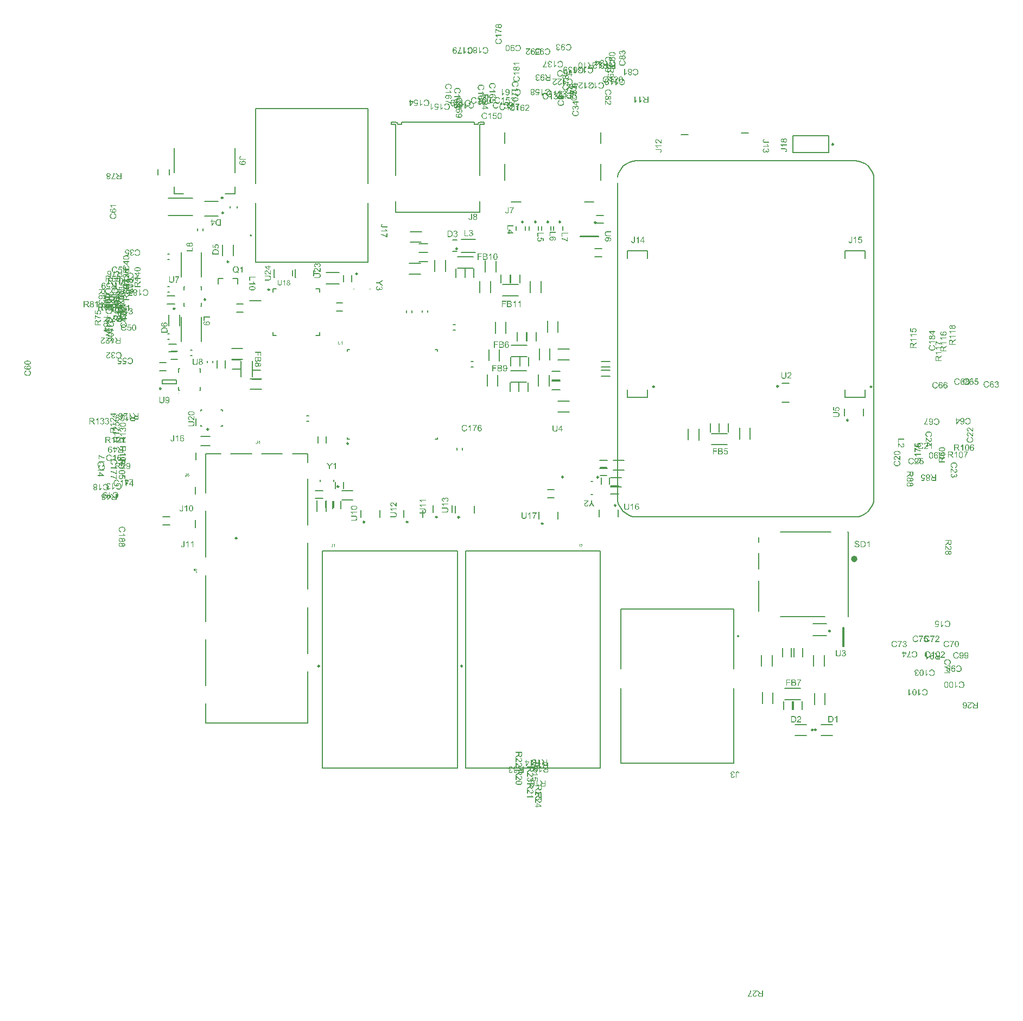
<source format=gto>
G04*
G04 #@! TF.GenerationSoftware,Altium Limited,Altium Designer,25.1.2 (22)*
G04*
G04 Layer_Color=65535*
%FSLAX44Y44*%
%MOMM*%
G71*
G04*
G04 #@! TF.SameCoordinates,A11DD0CD-F6FC-4396-A5D6-A0F97A1EA5FB*
G04*
G04*
G04 #@! TF.FilePolarity,Positive*
G04*
G01*
G75*
%ADD10C,0.2500*%
%ADD11C,0.2000*%
%ADD12C,0.1000*%
%ADD13C,0.5000*%
%ADD14C,0.1270*%
G36*
X756939Y377082D02*
X757041Y377069D01*
X757155Y377057D01*
X757282Y377044D01*
X757422Y377019D01*
X757714Y376942D01*
X758031Y376828D01*
X758196Y376752D01*
X758349Y376663D01*
X758501Y376561D01*
X758641Y376447D01*
X758653Y376434D01*
X758679Y376422D01*
X758704Y376384D01*
X758755Y376333D01*
X758819Y376257D01*
X758882Y376180D01*
X758958Y376091D01*
X759035Y375977D01*
X759111Y375863D01*
X759187Y375723D01*
X759250Y375583D01*
X759327Y375418D01*
X759454Y375075D01*
X759492Y374872D01*
X759530Y374669D01*
X758336Y374580D01*
Y374593D01*
X758323Y374605D01*
Y374644D01*
X758311Y374695D01*
X758272Y374822D01*
X758222Y374974D01*
X758158Y375139D01*
X758069Y375304D01*
X757980Y375457D01*
X757879Y375596D01*
X757853Y375621D01*
X757790Y375672D01*
X757688Y375761D01*
X757549Y375850D01*
X757371Y375939D01*
X757168Y376028D01*
X756926Y376079D01*
X756672Y376104D01*
X756571D01*
X756469Y376091D01*
X756329Y376066D01*
X756177Y376028D01*
X755999Y375965D01*
X755834Y375888D01*
X755656Y375774D01*
X755631Y375761D01*
X755567Y375698D01*
X755466Y375609D01*
X755339Y375469D01*
X755199Y375304D01*
X755047Y375101D01*
X754907Y374860D01*
X754767Y374580D01*
Y374567D01*
X754755Y374542D01*
X754742Y374504D01*
X754716Y374440D01*
X754691Y374352D01*
X754666Y374250D01*
X754640Y374136D01*
X754602Y374009D01*
X754577Y373856D01*
X754551Y373679D01*
X754526Y373501D01*
X754501Y373298D01*
X754475Y373082D01*
X754450Y372840D01*
X754437Y372586D01*
Y372332D01*
X754463Y372345D01*
X754513Y372434D01*
X754602Y372548D01*
X754729Y372688D01*
X754882Y372853D01*
X755059Y373005D01*
X755263Y373171D01*
X755491Y373298D01*
X755504D01*
X755517Y373310D01*
X755555Y373323D01*
X755605Y373348D01*
X755720Y373399D01*
X755885Y373462D01*
X756088Y373526D01*
X756304Y373577D01*
X756545Y373615D01*
X756799Y373628D01*
X756914D01*
X757002Y373615D01*
X757104Y373602D01*
X757231Y373577D01*
X757358Y373551D01*
X757511Y373513D01*
X757663Y373475D01*
X757828Y373412D01*
X757993Y373335D01*
X758171Y373259D01*
X758349Y373145D01*
X758514Y373031D01*
X758679Y372891D01*
X758844Y372739D01*
X758857Y372726D01*
X758882Y372701D01*
X758920Y372650D01*
X758984Y372574D01*
X759047Y372485D01*
X759111Y372383D01*
X759187Y372256D01*
X759276Y372116D01*
X759352Y371964D01*
X759428Y371786D01*
X759492Y371608D01*
X759568Y371405D01*
X759619Y371176D01*
X759657Y370948D01*
X759682Y370707D01*
X759695Y370453D01*
Y370440D01*
Y370415D01*
Y370364D01*
Y370300D01*
X759682Y370211D01*
X759669Y370122D01*
X759644Y369894D01*
X759593Y369640D01*
X759530Y369348D01*
X759428Y369056D01*
X759288Y368751D01*
Y368738D01*
X759276Y368713D01*
X759250Y368675D01*
X759212Y368624D01*
X759124Y368484D01*
X759009Y368306D01*
X758844Y368116D01*
X758666Y367913D01*
X758450Y367722D01*
X758196Y367544D01*
X758184D01*
X758171Y367532D01*
X758133Y367506D01*
X758082Y367481D01*
X758006Y367443D01*
X757930Y367417D01*
X757739Y367341D01*
X757511Y367252D01*
X757244Y367189D01*
X756952Y367138D01*
X756634Y367125D01*
X756571D01*
X756495Y367138D01*
X756380D01*
X756253Y367163D01*
X756114Y367189D01*
X755948Y367214D01*
X755771Y367265D01*
X755580Y367316D01*
X755377Y367392D01*
X755174Y367481D01*
X754970Y367583D01*
X754767Y367710D01*
X754564Y367862D01*
X754374Y368027D01*
X754183Y368217D01*
X754171Y368230D01*
X754145Y368268D01*
X754094Y368332D01*
X754031Y368433D01*
X753967Y368548D01*
X753891Y368700D01*
X753802Y368878D01*
X753713Y369081D01*
X753624Y369322D01*
X753535Y369589D01*
X753459Y369894D01*
X753396Y370211D01*
X753332Y370580D01*
X753281Y370973D01*
X753256Y371393D01*
X753243Y371850D01*
Y371862D01*
Y371888D01*
Y371926D01*
Y371977D01*
Y372040D01*
X753256Y372116D01*
Y372307D01*
X753281Y372548D01*
X753294Y372815D01*
X753332Y373107D01*
X753370Y373424D01*
X753434Y373755D01*
X753497Y374098D01*
X753586Y374440D01*
X753688Y374783D01*
X753802Y375114D01*
X753942Y375418D01*
X754107Y375710D01*
X754285Y375965D01*
X754297Y375977D01*
X754323Y376015D01*
X754374Y376066D01*
X754450Y376142D01*
X754539Y376231D01*
X754653Y376320D01*
X754793Y376422D01*
X754932Y376536D01*
X755098Y376638D01*
X755288Y376739D01*
X755491Y376828D01*
X755707Y376917D01*
X755948Y376993D01*
X756202Y377044D01*
X756469Y377082D01*
X756749Y377095D01*
X756863D01*
X756939Y377082D01*
D02*
G37*
G36*
X744048Y371405D02*
Y371393D01*
Y371342D01*
Y371265D01*
Y371164D01*
X744036Y371037D01*
Y370897D01*
X744023Y370732D01*
X744010Y370567D01*
X743960Y370186D01*
X743909Y369792D01*
X743820Y369411D01*
X743769Y369233D01*
X743706Y369068D01*
Y369056D01*
X743693Y369030D01*
X743668Y368979D01*
X743642Y368929D01*
X743604Y368852D01*
X743553Y368764D01*
X743426Y368573D01*
X743261Y368344D01*
X743058Y368116D01*
X742804Y367875D01*
X742652Y367760D01*
X742499Y367659D01*
X742486D01*
X742461Y367633D01*
X742410Y367608D01*
X742347Y367570D01*
X742258Y367532D01*
X742156Y367494D01*
X742029Y367443D01*
X741889Y367392D01*
X741737Y367341D01*
X741559Y367290D01*
X741382Y367252D01*
X741178Y367214D01*
X740962Y367176D01*
X740734Y367151D01*
X740480Y367138D01*
X740226Y367125D01*
X740099D01*
X739997Y367138D01*
X739883D01*
X739743Y367151D01*
X739591Y367163D01*
X739426Y367189D01*
X739070Y367239D01*
X738702Y367328D01*
X738321Y367443D01*
X737978Y367595D01*
X737965D01*
X737940Y367621D01*
X737889Y367646D01*
X737838Y367684D01*
X737686Y367786D01*
X737495Y367938D01*
X737292Y368129D01*
X737089Y368370D01*
X736898Y368637D01*
X736733Y368954D01*
Y368967D01*
X736721Y368992D01*
X736695Y369043D01*
X736683Y369119D01*
X736645Y369208D01*
X736619Y369322D01*
X736581Y369449D01*
X736555Y369602D01*
X736517Y369767D01*
X736479Y369945D01*
X736454Y370148D01*
X736429Y370364D01*
X736403Y370605D01*
X736378Y370859D01*
X736365Y371126D01*
Y371405D01*
Y377057D01*
X737660D01*
Y371418D01*
Y371405D01*
Y371367D01*
Y371291D01*
Y371215D01*
X737673Y371100D01*
Y370986D01*
X737686Y370846D01*
Y370707D01*
X737711Y370402D01*
X737762Y370084D01*
X737813Y369792D01*
X737851Y369665D01*
X737889Y369538D01*
Y369525D01*
X737902Y369513D01*
X737940Y369437D01*
X737991Y369335D01*
X738080Y369195D01*
X738194Y369056D01*
X738334Y368890D01*
X738499Y368751D01*
X738702Y368611D01*
X738715D01*
X738727Y368598D01*
X738803Y368560D01*
X738931Y368509D01*
X739096Y368459D01*
X739299Y368395D01*
X739540Y368344D01*
X739807Y368306D01*
X740111Y368294D01*
X740251D01*
X740340Y368306D01*
X740454Y368319D01*
X740594Y368332D01*
X740747Y368344D01*
X740899Y368370D01*
X741229Y368446D01*
X741572Y368560D01*
X741724Y368637D01*
X741877Y368726D01*
X742017Y368814D01*
X742143Y368929D01*
X742156Y368941D01*
X742169Y368967D01*
X742194Y369005D01*
X742245Y369056D01*
X742283Y369132D01*
X742334Y369233D01*
X742398Y369348D01*
X742448Y369487D01*
X742512Y369640D01*
X742563Y369818D01*
X742613Y370021D01*
X742664Y370249D01*
X742702Y370504D01*
X742728Y370783D01*
X742740Y371088D01*
X742753Y371418D01*
Y377057D01*
X744048D01*
Y371405D01*
D02*
G37*
G36*
X750233Y367290D02*
X749040D01*
Y374923D01*
X749014Y374910D01*
X748963Y374860D01*
X748862Y374771D01*
X748735Y374669D01*
X748570Y374542D01*
X748366Y374402D01*
X748151Y374250D01*
X747897Y374098D01*
X747884D01*
X747871Y374085D01*
X747833Y374059D01*
X747782Y374034D01*
X747643Y373958D01*
X747477Y373869D01*
X747287Y373767D01*
X747071Y373666D01*
X746855Y373564D01*
X746639Y373475D01*
Y374644D01*
X746652D01*
X746690Y374669D01*
X746741Y374695D01*
X746804Y374733D01*
X746893Y374771D01*
X746995Y374834D01*
X747236Y374961D01*
X747503Y375126D01*
X747808Y375329D01*
X748100Y375545D01*
X748392Y375787D01*
X748405Y375799D01*
X748430Y375812D01*
X748468Y375850D01*
X748519Y375901D01*
X748646Y376028D01*
X748811Y376206D01*
X748976Y376396D01*
X749154Y376625D01*
X749319Y376853D01*
X749459Y377095D01*
X750233D01*
Y367290D01*
D02*
G37*
G36*
X61398Y520910D02*
X61563D01*
X61754Y520897D01*
X61957Y520884D01*
X62401Y520833D01*
X62871Y520770D01*
X63328Y520681D01*
X63544Y520630D01*
X63748Y520567D01*
X63760D01*
X63798Y520554D01*
X63849Y520529D01*
X63925Y520503D01*
X64014Y520465D01*
X64116Y520414D01*
X64345Y520300D01*
X64611Y520148D01*
X64878Y519970D01*
X65145Y519754D01*
X65373Y519500D01*
Y519487D01*
X65399Y519474D01*
X65424Y519424D01*
X65462Y519373D01*
X65500Y519309D01*
X65551Y519221D01*
X65602Y519132D01*
X65653Y519017D01*
X65767Y518763D01*
X65856Y518459D01*
X65919Y518116D01*
X65932Y517925D01*
X65945Y517735D01*
Y517671D01*
X65932Y517595D01*
Y517506D01*
X65919Y517379D01*
X65894Y517252D01*
X65856Y517100D01*
X65818Y516935D01*
X65767Y516757D01*
X65703Y516579D01*
X65615Y516388D01*
X65526Y516198D01*
X65411Y516020D01*
X65272Y515842D01*
X65119Y515677D01*
X64941Y515512D01*
X64929Y515499D01*
X64878Y515474D01*
X64814Y515423D01*
X64713Y515360D01*
X64573Y515296D01*
X64408Y515207D01*
X64218Y515131D01*
X63989Y515042D01*
X63722Y514953D01*
X63430Y514864D01*
X63113Y514776D01*
X62744Y514712D01*
X62351Y514649D01*
X61932Y514598D01*
X61462Y514572D01*
X60966Y514560D01*
X60941D01*
X60890D01*
X60801D01*
X60674D01*
X60535Y514572D01*
X60369Y514585D01*
X60179D01*
X59976Y514610D01*
X59531Y514649D01*
X59061Y514712D01*
X58604Y514801D01*
X58388Y514852D01*
X58185Y514915D01*
X58172D01*
X58134Y514928D01*
X58083Y514953D01*
X58007Y514979D01*
X57918Y515017D01*
X57817Y515068D01*
X57575Y515182D01*
X57321Y515334D01*
X57042Y515512D01*
X56775Y515728D01*
X56547Y515969D01*
X56534Y515982D01*
X56521Y516007D01*
X56496Y516045D01*
X56458Y516096D01*
X56420Y516160D01*
X56369Y516249D01*
X56318Y516338D01*
X56255Y516452D01*
X56153Y516706D01*
X56064Y517011D01*
X56001Y517354D01*
X55975Y517544D01*
Y517862D01*
X55988Y517938D01*
Y518014D01*
X56013Y518204D01*
X56051Y518420D01*
X56115Y518649D01*
X56191Y518890D01*
X56293Y519119D01*
Y519132D01*
X56305Y519144D01*
X56356Y519221D01*
X56420Y519322D01*
X56521Y519462D01*
X56661Y519614D01*
X56813Y519779D01*
X56991Y519944D01*
X57207Y520097D01*
X57220D01*
X57232Y520109D01*
X57271Y520135D01*
X57309Y520160D01*
X57436Y520224D01*
X57614Y520313D01*
X57829Y520414D01*
X58071Y520516D01*
X58363Y520605D01*
X58668Y520694D01*
X58680D01*
X58706Y520706D01*
X58756Y520719D01*
X58820Y520732D01*
X58909Y520745D01*
X59011Y520770D01*
X59138Y520783D01*
X59277Y520808D01*
X59430Y520833D01*
X59607Y520846D01*
X59785Y520872D01*
X60001Y520884D01*
X60217Y520897D01*
X60446Y520910D01*
X60700Y520922D01*
X60966D01*
X60992D01*
X61042D01*
X61131D01*
X61258D01*
X61398Y520910D01*
D02*
G37*
G36*
X65780Y506800D02*
X65754D01*
X65703D01*
X65627D01*
X65513Y506813D01*
X65386Y506825D01*
X65246Y506851D01*
X65107Y506889D01*
X64954Y506940D01*
X64941D01*
X64929Y506952D01*
X64891Y506965D01*
X64840Y506990D01*
X64713Y507041D01*
X64548Y507130D01*
X64345Y507244D01*
X64129Y507371D01*
X63900Y507537D01*
X63659Y507727D01*
X63646Y507740D01*
X63633Y507752D01*
X63595Y507790D01*
X63544Y507829D01*
X63405Y507956D01*
X63227Y508133D01*
X63011Y508349D01*
X62757Y508616D01*
X62478Y508933D01*
X62173Y509302D01*
X62160Y509314D01*
X62109Y509365D01*
X62046Y509454D01*
X61957Y509556D01*
X61843Y509683D01*
X61716Y509835D01*
X61576Y510000D01*
X61424Y510165D01*
X61093Y510521D01*
X60750Y510877D01*
X60573Y511042D01*
X60408Y511194D01*
X60255Y511334D01*
X60103Y511448D01*
X60090Y511461D01*
X60065Y511474D01*
X60026Y511499D01*
X59976Y511537D01*
X59900Y511575D01*
X59823Y511626D01*
X59633Y511740D01*
X59417Y511842D01*
X59176Y511931D01*
X58909Y511994D01*
X58782Y512020D01*
X58655D01*
X58642D01*
X58617D01*
X58591D01*
X58541Y512007D01*
X58401Y511994D01*
X58236Y511956D01*
X58045Y511893D01*
X57855Y511804D01*
X57652Y511677D01*
X57461Y511499D01*
X57436Y511474D01*
X57385Y511410D01*
X57309Y511296D01*
X57207Y511143D01*
X57118Y510953D01*
X57042Y510724D01*
X56991Y510457D01*
X56966Y510165D01*
Y510076D01*
X56979Y510026D01*
Y509949D01*
X56991Y509861D01*
X57029Y509670D01*
X57093Y509454D01*
X57182Y509213D01*
X57309Y508984D01*
X57487Y508781D01*
X57512Y508756D01*
X57575Y508705D01*
X57702Y508616D01*
X57855Y508527D01*
X58071Y508425D01*
X58312Y508337D01*
X58591Y508286D01*
X58922Y508260D01*
X58795Y507029D01*
X58782D01*
X58731Y507041D01*
X58668D01*
X58566Y507054D01*
X58452Y507079D01*
X58325Y507105D01*
X58172Y507143D01*
X58020Y507194D01*
X57677Y507308D01*
X57499Y507384D01*
X57334Y507473D01*
X57156Y507575D01*
X56991Y507689D01*
X56839Y507816D01*
X56699Y507968D01*
X56686Y507981D01*
X56674Y508006D01*
X56636Y508057D01*
X56585Y508121D01*
X56534Y508210D01*
X56470Y508311D01*
X56407Y508425D01*
X56331Y508565D01*
X56267Y508718D01*
X56204Y508883D01*
X56140Y509061D01*
X56090Y509264D01*
X56039Y509467D01*
X56001Y509696D01*
X55988Y509937D01*
X55975Y510191D01*
Y510331D01*
X55988Y510419D01*
X56001Y510546D01*
X56013Y510686D01*
X56039Y510839D01*
X56077Y511004D01*
X56166Y511359D01*
X56229Y511537D01*
X56305Y511727D01*
X56394Y511918D01*
X56509Y512096D01*
X56623Y512261D01*
X56763Y512426D01*
X56775Y512439D01*
X56801Y512464D01*
X56839Y512502D01*
X56902Y512553D01*
X56979Y512617D01*
X57067Y512693D01*
X57169Y512756D01*
X57296Y512845D01*
X57423Y512921D01*
X57575Y512985D01*
X57906Y513125D01*
X58083Y513175D01*
X58274Y513213D01*
X58477Y513239D01*
X58693Y513251D01*
X58718D01*
X58795D01*
X58909Y513239D01*
X59061Y513226D01*
X59226Y513188D01*
X59430Y513150D01*
X59633Y513086D01*
X59849Y513010D01*
X59874Y512998D01*
X59950Y512959D01*
X60065Y512909D01*
X60204Y512820D01*
X60382Y512705D01*
X60585Y512566D01*
X60814Y512401D01*
X61042Y512210D01*
X61055D01*
X61068Y512185D01*
X61106Y512147D01*
X61157Y512108D01*
X61220Y512045D01*
X61297Y511969D01*
X61385Y511880D01*
X61487Y511766D01*
X61601Y511651D01*
X61728Y511512D01*
X61881Y511359D01*
X62033Y511194D01*
X62198Y511004D01*
X62363Y510813D01*
X62554Y510584D01*
X62757Y510356D01*
X62770Y510343D01*
X62795Y510305D01*
X62846Y510254D01*
X62897Y510178D01*
X62973Y510102D01*
X63062Y510000D01*
X63252Y509784D01*
X63456Y509543D01*
X63659Y509314D01*
X63748Y509213D01*
X63836Y509124D01*
X63925Y509035D01*
X63989Y508972D01*
X64002Y508959D01*
X64040Y508921D01*
X64103Y508870D01*
X64192Y508794D01*
X64281Y508718D01*
X64395Y508629D01*
X64624Y508464D01*
Y513264D01*
X65780D01*
Y506800D01*
D02*
G37*
G36*
X62033Y505289D02*
X62173D01*
X62338Y505276D01*
X62503Y505263D01*
X62884Y505212D01*
X63278Y505162D01*
X63659Y505073D01*
X63836Y505022D01*
X64002Y504958D01*
X64014D01*
X64040Y504946D01*
X64090Y504920D01*
X64141Y504895D01*
X64218Y504857D01*
X64306Y504806D01*
X64497Y504679D01*
X64725Y504514D01*
X64954Y504311D01*
X65195Y504057D01*
X65310Y503904D01*
X65411Y503752D01*
Y503739D01*
X65437Y503714D01*
X65462Y503663D01*
X65500Y503600D01*
X65538Y503511D01*
X65576Y503409D01*
X65627Y503282D01*
X65678Y503142D01*
X65729Y502990D01*
X65780Y502812D01*
X65818Y502634D01*
X65856Y502431D01*
X65894Y502215D01*
X65919Y501987D01*
X65932Y501733D01*
X65945Y501479D01*
Y501352D01*
X65932Y501250D01*
Y501136D01*
X65919Y500996D01*
X65907Y500844D01*
X65881Y500678D01*
X65830Y500323D01*
X65742Y499955D01*
X65627Y499574D01*
X65475Y499231D01*
Y499218D01*
X65449Y499193D01*
X65424Y499142D01*
X65386Y499091D01*
X65284Y498939D01*
X65132Y498748D01*
X64941Y498545D01*
X64700Y498342D01*
X64433Y498151D01*
X64116Y497986D01*
X64103D01*
X64078Y497973D01*
X64027Y497948D01*
X63951Y497935D01*
X63862Y497897D01*
X63748Y497872D01*
X63621Y497834D01*
X63468Y497808D01*
X63303Y497770D01*
X63125Y497732D01*
X62922Y497707D01*
X62706Y497681D01*
X62465Y497656D01*
X62211Y497631D01*
X61944Y497618D01*
X61665D01*
X56013D01*
Y498913D01*
X61652D01*
X61665D01*
X61703D01*
X61779D01*
X61855D01*
X61970Y498926D01*
X62084D01*
X62224Y498939D01*
X62363D01*
X62668Y498964D01*
X62986Y499015D01*
X63278Y499066D01*
X63405Y499104D01*
X63532Y499142D01*
X63544D01*
X63557Y499155D01*
X63633Y499193D01*
X63735Y499243D01*
X63875Y499332D01*
X64014Y499447D01*
X64179Y499586D01*
X64319Y499751D01*
X64459Y499955D01*
Y499967D01*
X64472Y499980D01*
X64510Y500056D01*
X64560Y500183D01*
X64611Y500348D01*
X64675Y500551D01*
X64725Y500793D01*
X64764Y501059D01*
X64776Y501364D01*
Y501504D01*
X64764Y501593D01*
X64751Y501707D01*
X64738Y501847D01*
X64725Y501999D01*
X64700Y502152D01*
X64624Y502482D01*
X64510Y502825D01*
X64433Y502977D01*
X64345Y503130D01*
X64256Y503269D01*
X64141Y503396D01*
X64129Y503409D01*
X64103Y503422D01*
X64065Y503447D01*
X64014Y503498D01*
X63938Y503536D01*
X63836Y503587D01*
X63722Y503650D01*
X63583Y503701D01*
X63430Y503765D01*
X63252Y503815D01*
X63049Y503866D01*
X62821Y503917D01*
X62566Y503955D01*
X62287Y503980D01*
X61982Y503993D01*
X61652Y504006D01*
X56013D01*
Y505301D01*
X61665D01*
X61677D01*
X61728D01*
X61804D01*
X61906D01*
X62033Y505289D01*
D02*
G37*
G36*
X987762Y946474D02*
X987876Y946461D01*
X988003Y946436D01*
X988130Y946410D01*
X988282Y946372D01*
X988447Y946334D01*
X988612Y946271D01*
X988790Y946195D01*
X988968Y946118D01*
X989146Y946004D01*
X989324Y945890D01*
X989489Y945750D01*
X989654Y945598D01*
X989667Y945585D01*
X989692Y945559D01*
X989730Y945509D01*
X989781Y945433D01*
X989857Y945344D01*
X989921Y945242D01*
X989997Y945115D01*
X990073Y944975D01*
X990162Y944810D01*
X990238Y944645D01*
X990302Y944455D01*
X990365Y944239D01*
X990428Y944023D01*
X990467Y943782D01*
X990492Y943540D01*
X990505Y943273D01*
Y943134D01*
X990492Y943032D01*
X990479Y942905D01*
X990454Y942766D01*
X990428Y942613D01*
X990403Y942435D01*
X990302Y942067D01*
X990225Y941877D01*
X990149Y941673D01*
X990048Y941483D01*
X989933Y941292D01*
X989806Y941115D01*
X989654Y940937D01*
X989641Y940924D01*
X989616Y940899D01*
X989565Y940861D01*
X989501Y940797D01*
X989413Y940733D01*
X989311Y940657D01*
X989197Y940581D01*
X989070Y940505D01*
X988917Y940416D01*
X988765Y940340D01*
X988587Y940264D01*
X988397Y940200D01*
X988193Y940137D01*
X987977Y940098D01*
X987749Y940073D01*
X987520Y940060D01*
X987507D01*
X987482D01*
X987431D01*
X987355Y940073D01*
X987279D01*
X987190Y940086D01*
X986961Y940124D01*
X986707Y940175D01*
X986453Y940264D01*
X986187Y940378D01*
X985933Y940543D01*
X985920D01*
X985907Y940568D01*
X985831Y940632D01*
X985717Y940746D01*
X985577Y940899D01*
X985437Y941089D01*
X985285Y941330D01*
X985158Y941597D01*
X985056Y941915D01*
Y941902D01*
X985044Y941877D01*
X985031Y941838D01*
X985006Y941788D01*
X984942Y941661D01*
X984853Y941496D01*
X984739Y941318D01*
X984612Y941127D01*
X984447Y940962D01*
X984269Y940810D01*
X984244Y940797D01*
X984180Y940759D01*
X984066Y940695D01*
X983926Y940632D01*
X983748Y940568D01*
X983545Y940505D01*
X983316Y940467D01*
X983063Y940454D01*
X983050D01*
X983012D01*
X982961D01*
X982885Y940467D01*
X982796Y940480D01*
X982682Y940492D01*
X982440Y940556D01*
X982161Y940645D01*
X982008Y940708D01*
X981856Y940772D01*
X981704Y940861D01*
X981551Y940962D01*
X981412Y941076D01*
X981272Y941216D01*
X981259Y941229D01*
X981234Y941254D01*
X981208Y941292D01*
X981158Y941356D01*
X981107Y941432D01*
X981043Y941521D01*
X980967Y941635D01*
X980903Y941762D01*
X980840Y941889D01*
X980764Y942042D01*
X980700Y942219D01*
X980649Y942397D01*
X980599Y942588D01*
X980561Y942791D01*
X980548Y943019D01*
X980535Y943248D01*
Y943375D01*
X980548Y943464D01*
X980561Y943566D01*
X980573Y943693D01*
X980599Y943832D01*
X980624Y943985D01*
X980713Y944315D01*
X980777Y944480D01*
X980853Y944658D01*
X980942Y944823D01*
X981031Y945001D01*
X981158Y945153D01*
X981284Y945305D01*
X981297Y945318D01*
X981323Y945344D01*
X981361Y945382D01*
X981412Y945433D01*
X981488Y945483D01*
X981577Y945559D01*
X981678Y945623D01*
X981780Y945699D01*
X982047Y945839D01*
X982351Y945966D01*
X982529Y946017D01*
X982707Y946055D01*
X982897Y946080D01*
X983088Y946093D01*
X983101D01*
X983113D01*
X983151D01*
X983202D01*
X983329Y946080D01*
X983494Y946042D01*
X983685Y946004D01*
X983875Y945940D01*
X984079Y945852D01*
X984282Y945725D01*
X984307Y945712D01*
X984358Y945661D01*
X984447Y945572D01*
X984561Y945458D01*
X984688Y945305D01*
X984815Y945115D01*
X984942Y944899D01*
X985056Y944645D01*
Y944658D01*
X985069Y944683D01*
X985082Y944734D01*
X985107Y944798D01*
X985145Y944874D01*
X985183Y944950D01*
X985285Y945153D01*
X985412Y945382D01*
X985577Y945610D01*
X985768Y945826D01*
X985996Y946017D01*
X986009D01*
X986022Y946042D01*
X986060Y946055D01*
X986111Y946093D01*
X986174Y946131D01*
X986250Y946169D01*
X986428Y946258D01*
X986657Y946334D01*
X986923Y946410D01*
X987228Y946461D01*
X987558Y946487D01*
X987571D01*
X987609D01*
X987673D01*
X987762Y946474D01*
D02*
G37*
G36*
X990340Y935806D02*
X982707D01*
X982720Y935780D01*
X982770Y935730D01*
X982859Y935628D01*
X982961Y935501D01*
X983088Y935336D01*
X983228Y935133D01*
X983380Y934917D01*
X983532Y934663D01*
Y934650D01*
X983545Y934638D01*
X983570Y934599D01*
X983596Y934549D01*
X983672Y934409D01*
X983761Y934244D01*
X983863Y934053D01*
X983964Y933837D01*
X984066Y933622D01*
X984155Y933406D01*
X982986D01*
Y933418D01*
X982961Y933456D01*
X982935Y933507D01*
X982897Y933571D01*
X982859Y933660D01*
X982796Y933761D01*
X982669Y934003D01*
X982504Y934269D01*
X982300Y934574D01*
X982085Y934866D01*
X981843Y935158D01*
X981831Y935171D01*
X981818Y935196D01*
X981780Y935234D01*
X981729Y935285D01*
X981602Y935412D01*
X981424Y935577D01*
X981234Y935742D01*
X981005Y935920D01*
X980777Y936085D01*
X980535Y936225D01*
Y937000D01*
X990340D01*
Y935806D01*
D02*
G37*
G36*
X987533Y930853D02*
X987647D01*
X987787Y930840D01*
X987927Y930827D01*
X988231Y930789D01*
X988549Y930739D01*
X988854Y930662D01*
X989006Y930612D01*
X989133Y930561D01*
X989146D01*
X989158Y930548D01*
X989197Y930535D01*
X989247Y930510D01*
X989362Y930434D01*
X989514Y930332D01*
X989679Y930205D01*
X989844Y930040D01*
X990009Y929850D01*
X990162Y929621D01*
Y929608D01*
X990174Y929596D01*
X990187Y929557D01*
X990213Y929507D01*
X990276Y929380D01*
X990327Y929189D01*
X990390Y928973D01*
X990454Y928719D01*
X990492Y928427D01*
X990505Y928110D01*
Y927983D01*
X990492Y927894D01*
X990479Y927792D01*
X990467Y927665D01*
X990441Y927525D01*
X990416Y927386D01*
X990327Y927068D01*
X990263Y926903D01*
X990187Y926738D01*
X990111Y926573D01*
X990009Y926421D01*
X989895Y926281D01*
X989768Y926141D01*
X989755Y926128D01*
X989730Y926116D01*
X989692Y926078D01*
X989628Y926040D01*
X989552Y925989D01*
X989463Y925925D01*
X989349Y925862D01*
X989222Y925798D01*
X989070Y925748D01*
X988904Y925684D01*
X988727Y925633D01*
X988536Y925582D01*
X988320Y925544D01*
X988092Y925506D01*
X987850Y925493D01*
X987584D01*
X987419Y926662D01*
X987431D01*
X987469D01*
X987520D01*
X987596Y926675D01*
X987685Y926687D01*
X987787Y926700D01*
X988028Y926725D01*
X988282Y926776D01*
X988536Y926852D01*
X988765Y926941D01*
X988854Y927005D01*
X988943Y927068D01*
X988955Y927081D01*
X989006Y927144D01*
X989070Y927221D01*
X989146Y927348D01*
X989222Y927487D01*
X989286Y927665D01*
X989336Y927881D01*
X989349Y928110D01*
Y928186D01*
X989336Y928288D01*
X989324Y928402D01*
X989298Y928529D01*
X989260Y928669D01*
X989209Y928808D01*
X989133Y928948D01*
X989120Y928961D01*
X989095Y929011D01*
X989044Y929062D01*
X988968Y929138D01*
X988879Y929227D01*
X988777Y929304D01*
X988663Y929380D01*
X988523Y929430D01*
X988511Y929443D01*
X988447Y929456D01*
X988358Y929481D01*
X988231Y929507D01*
X988054Y929532D01*
X987850Y929545D01*
X987596Y929570D01*
X987304D01*
X980573D01*
Y930866D01*
X987228D01*
X987241D01*
X987279D01*
X987342D01*
X987431D01*
X987533Y930853D01*
D02*
G37*
G36*
X202200Y720833D02*
Y720822D01*
Y720780D01*
Y720717D01*
Y720632D01*
X202190Y720527D01*
Y720410D01*
X202179Y720273D01*
X202169Y720136D01*
X202126Y719819D01*
X202084Y719491D01*
X202010Y719174D01*
X201968Y719026D01*
X201915Y718889D01*
Y718878D01*
X201904Y718857D01*
X201883Y718815D01*
X201862Y718773D01*
X201831Y718709D01*
X201788Y718635D01*
X201683Y718477D01*
X201545Y718287D01*
X201376Y718096D01*
X201165Y717896D01*
X201038Y717800D01*
X200911Y717716D01*
X200901D01*
X200879Y717695D01*
X200837Y717674D01*
X200784Y717642D01*
X200710Y717610D01*
X200626Y717579D01*
X200520Y717536D01*
X200404Y717494D01*
X200277Y717452D01*
X200129Y717410D01*
X199981Y717378D01*
X199812Y717346D01*
X199633Y717314D01*
X199443Y717293D01*
X199231Y717283D01*
X199020Y717272D01*
X198914D01*
X198830Y717283D01*
X198734D01*
X198618Y717293D01*
X198491Y717304D01*
X198354Y717325D01*
X198058Y717367D01*
X197752Y717441D01*
X197435Y717536D01*
X197150Y717663D01*
X197139D01*
X197118Y717684D01*
X197076Y717705D01*
X197033Y717737D01*
X196907Y717822D01*
X196748Y717948D01*
X196579Y718107D01*
X196410Y718308D01*
X196251Y718530D01*
X196114Y718794D01*
Y718804D01*
X196103Y718825D01*
X196082Y718868D01*
X196072Y718931D01*
X196040Y719005D01*
X196019Y719100D01*
X195987Y719206D01*
X195966Y719333D01*
X195934Y719470D01*
X195903Y719618D01*
X195882Y719787D01*
X195861Y719967D01*
X195839Y720167D01*
X195818Y720379D01*
X195808Y720601D01*
Y720833D01*
Y725535D01*
X196885D01*
Y720844D01*
Y720833D01*
Y720801D01*
Y720738D01*
Y720675D01*
X196896Y720579D01*
Y720484D01*
X196907Y720368D01*
Y720252D01*
X196928Y719998D01*
X196970Y719734D01*
X197012Y719491D01*
X197044Y719385D01*
X197076Y719280D01*
Y719269D01*
X197086Y719259D01*
X197118Y719195D01*
X197160Y719111D01*
X197234Y718994D01*
X197329Y718878D01*
X197445Y718741D01*
X197583Y718625D01*
X197752Y718508D01*
X197762D01*
X197773Y718498D01*
X197836Y718466D01*
X197942Y718424D01*
X198079Y718382D01*
X198249Y718329D01*
X198449Y718287D01*
X198671Y718255D01*
X198925Y718244D01*
X199041D01*
X199115Y718255D01*
X199210Y718265D01*
X199326Y718276D01*
X199453Y718287D01*
X199580Y718308D01*
X199855Y718371D01*
X200140Y718466D01*
X200267Y718530D01*
X200394Y718604D01*
X200510Y718677D01*
X200615Y718773D01*
X200626Y718783D01*
X200637Y718804D01*
X200658Y718836D01*
X200700Y718878D01*
X200732Y718942D01*
X200774Y719026D01*
X200827Y719121D01*
X200869Y719237D01*
X200922Y719364D01*
X200964Y719512D01*
X201006Y719681D01*
X201049Y719871D01*
X201080Y720083D01*
X201101Y720315D01*
X201112Y720569D01*
X201122Y720844D01*
Y725535D01*
X202200D01*
Y720833D01*
D02*
G37*
G36*
X207346Y717410D02*
X206353D01*
Y723760D01*
X206332Y723749D01*
X206290Y723707D01*
X206205Y723633D01*
X206099Y723549D01*
X205962Y723443D01*
X205793Y723327D01*
X205613Y723200D01*
X205402Y723073D01*
X205391D01*
X205381Y723063D01*
X205349Y723041D01*
X205307Y723020D01*
X205191Y722957D01*
X205053Y722883D01*
X204895Y722798D01*
X204715Y722714D01*
X204536Y722629D01*
X204356Y722555D01*
Y723527D01*
X204366D01*
X204398Y723549D01*
X204440Y723570D01*
X204493Y723601D01*
X204567Y723633D01*
X204652Y723686D01*
X204853Y723792D01*
X205074Y723929D01*
X205328Y724098D01*
X205571Y724278D01*
X205814Y724478D01*
X205825Y724489D01*
X205846Y724500D01*
X205877Y724531D01*
X205920Y724574D01*
X206025Y724679D01*
X206163Y724827D01*
X206300Y724986D01*
X206448Y725176D01*
X206585Y725366D01*
X206702Y725567D01*
X207346D01*
Y717410D01*
D02*
G37*
G36*
X212724Y725556D02*
X212809Y725546D01*
X212915Y725535D01*
X213031Y725514D01*
X213158Y725493D01*
X213432Y725419D01*
X213570Y725366D01*
X213718Y725303D01*
X213855Y725229D01*
X214003Y725155D01*
X214130Y725049D01*
X214257Y724943D01*
X214267Y724933D01*
X214288Y724912D01*
X214320Y724880D01*
X214362Y724838D01*
X214405Y724774D01*
X214468Y724700D01*
X214521Y724616D01*
X214584Y724531D01*
X214700Y724309D01*
X214806Y724056D01*
X214848Y723908D01*
X214880Y723760D01*
X214901Y723601D01*
X214912Y723443D01*
Y723432D01*
Y723422D01*
Y723390D01*
Y723348D01*
X214901Y723242D01*
X214869Y723105D01*
X214838Y722946D01*
X214785Y722788D01*
X214711Y722619D01*
X214605Y722450D01*
X214595Y722429D01*
X214552Y722386D01*
X214478Y722312D01*
X214383Y722217D01*
X214257Y722112D01*
X214098Y722006D01*
X213918Y721900D01*
X213707Y721805D01*
X213718D01*
X213739Y721795D01*
X213781Y721784D01*
X213834Y721763D01*
X213897Y721731D01*
X213961Y721699D01*
X214130Y721615D01*
X214320Y721509D01*
X214510Y721372D01*
X214690Y721213D01*
X214848Y721023D01*
Y721013D01*
X214869Y721002D01*
X214880Y720970D01*
X214912Y720928D01*
X214943Y720875D01*
X214975Y720812D01*
X215049Y720664D01*
X215112Y720474D01*
X215176Y720252D01*
X215218Y719998D01*
X215239Y719724D01*
Y719713D01*
Y719681D01*
Y719628D01*
X215229Y719554D01*
X215218Y719459D01*
X215197Y719354D01*
X215176Y719248D01*
X215144Y719121D01*
X215112Y718984D01*
X215060Y718847D01*
X214996Y718699D01*
X214933Y718551D01*
X214838Y718403D01*
X214743Y718255D01*
X214626Y718117D01*
X214500Y717980D01*
X214489Y717970D01*
X214468Y717948D01*
X214426Y717917D01*
X214362Y717874D01*
X214288Y717811D01*
X214204Y717758D01*
X214098Y717695D01*
X213982Y717631D01*
X213845Y717557D01*
X213707Y717494D01*
X213549Y717441D01*
X213369Y717388D01*
X213189Y717336D01*
X212989Y717304D01*
X212788Y717283D01*
X212566Y717272D01*
X212450D01*
X212365Y717283D01*
X212260Y717293D01*
X212143Y717314D01*
X212017Y717336D01*
X211869Y717357D01*
X211562Y717441D01*
X211404Y717505D01*
X211235Y717568D01*
X211076Y717653D01*
X210918Y717748D01*
X210770Y717853D01*
X210622Y717980D01*
X210611Y717991D01*
X210590Y718012D01*
X210558Y718054D01*
X210506Y718107D01*
X210453Y718181D01*
X210389Y718265D01*
X210326Y718360D01*
X210263Y718466D01*
X210189Y718593D01*
X210125Y718720D01*
X210062Y718868D01*
X210009Y719026D01*
X209956Y719195D01*
X209924Y719375D01*
X209903Y719565D01*
X209893Y719755D01*
Y719766D01*
Y719787D01*
Y719829D01*
X209903Y719893D01*
Y719956D01*
X209914Y720030D01*
X209946Y720220D01*
X209988Y720432D01*
X210062Y720643D01*
X210157Y720865D01*
X210294Y721076D01*
Y721087D01*
X210315Y721097D01*
X210368Y721161D01*
X210463Y721256D01*
X210590Y721372D01*
X210749Y721488D01*
X210949Y721615D01*
X211171Y721721D01*
X211435Y721805D01*
X211425D01*
X211404Y721816D01*
X211372Y721826D01*
X211330Y721847D01*
X211224Y721900D01*
X211087Y721974D01*
X210939Y722069D01*
X210780Y722175D01*
X210643Y722312D01*
X210516Y722460D01*
X210506Y722481D01*
X210474Y722534D01*
X210421Y722629D01*
X210368Y722746D01*
X210315Y722893D01*
X210263Y723063D01*
X210231Y723253D01*
X210220Y723464D01*
Y723475D01*
Y723506D01*
Y723549D01*
X210231Y723612D01*
X210241Y723686D01*
X210252Y723781D01*
X210305Y723982D01*
X210379Y724214D01*
X210431Y724341D01*
X210484Y724468D01*
X210558Y724595D01*
X210643Y724721D01*
X210738Y724838D01*
X210854Y724954D01*
X210865Y724964D01*
X210886Y724986D01*
X210918Y725007D01*
X210970Y725049D01*
X211034Y725091D01*
X211108Y725144D01*
X211203Y725208D01*
X211308Y725260D01*
X211414Y725313D01*
X211541Y725377D01*
X211689Y725429D01*
X211837Y725472D01*
X211995Y725514D01*
X212164Y725546D01*
X212355Y725556D01*
X212545Y725567D01*
X212651D01*
X212724Y725556D01*
D02*
G37*
G36*
X906009Y-40873D02*
X906111Y-40885D01*
X906238Y-40898D01*
X906390Y-40923D01*
X906543Y-40961D01*
X906873Y-41050D01*
X907051Y-41114D01*
X907229Y-41177D01*
X907419Y-41266D01*
X907597Y-41368D01*
X907762Y-41482D01*
X907927Y-41622D01*
X907940Y-41634D01*
X907965Y-41660D01*
X908003Y-41698D01*
X908067Y-41761D01*
X908130Y-41838D01*
X908206Y-41927D01*
X908283Y-42041D01*
X908372Y-42155D01*
X908448Y-42295D01*
X908537Y-42447D01*
X908613Y-42612D01*
X908689Y-42790D01*
X908765Y-42981D01*
X908816Y-43171D01*
X908867Y-43387D01*
X908892Y-43616D01*
X907699Y-43781D01*
Y-43768D01*
X907686Y-43730D01*
X907673Y-43679D01*
X907660Y-43616D01*
X907635Y-43527D01*
X907610Y-43438D01*
X907533Y-43209D01*
X907445Y-42968D01*
X907318Y-42727D01*
X907178Y-42485D01*
X907102Y-42384D01*
X907013Y-42295D01*
X906987Y-42282D01*
X906924Y-42231D01*
X906822Y-42155D01*
X906670Y-42079D01*
X906492Y-41990D01*
X906289Y-41927D01*
X906048Y-41876D01*
X905794Y-41850D01*
X905705D01*
X905654Y-41863D01*
X905578D01*
X905489Y-41876D01*
X905298Y-41927D01*
X905070Y-41990D01*
X904828Y-42092D01*
X904587Y-42244D01*
X904473Y-42333D01*
X904358Y-42435D01*
X904346Y-42447D01*
X904333Y-42460D01*
X904308Y-42498D01*
X904269Y-42536D01*
X904168Y-42663D01*
X904066Y-42841D01*
X903965Y-43044D01*
X903863Y-43298D01*
X903800Y-43578D01*
X903774Y-43730D01*
Y-43882D01*
Y-43895D01*
Y-43920D01*
Y-43959D01*
X903787Y-44022D01*
Y-44086D01*
X903800Y-44174D01*
X903838Y-44365D01*
X903901Y-44581D01*
X904003Y-44809D01*
X904143Y-45025D01*
X904219Y-45140D01*
X904320Y-45241D01*
X904346Y-45267D01*
X904422Y-45330D01*
X904536Y-45406D01*
X904689Y-45508D01*
X904892Y-45610D01*
X905120Y-45686D01*
X905387Y-45749D01*
X905692Y-45775D01*
X905832D01*
X905920Y-45762D01*
X906048Y-45749D01*
X906200Y-45724D01*
X906365Y-45686D01*
X906543Y-45648D01*
X906403Y-46702D01*
X906378D01*
X906340Y-46689D01*
X906276Y-46676D01*
X906136D01*
X906086Y-46689D01*
X905933Y-46702D01*
X905755Y-46727D01*
X905539Y-46778D01*
X905311Y-46842D01*
X905070Y-46943D01*
X904841Y-47070D01*
X904828D01*
X904816Y-47095D01*
X904739Y-47146D01*
X904638Y-47248D01*
X904523Y-47375D01*
X904409Y-47553D01*
X904320Y-47769D01*
X904244Y-48023D01*
X904231Y-48162D01*
X904219Y-48315D01*
Y-48327D01*
Y-48340D01*
X904231Y-48429D01*
X904244Y-48543D01*
X904269Y-48696D01*
X904333Y-48861D01*
X904409Y-49039D01*
X904523Y-49229D01*
X904676Y-49394D01*
X904701Y-49420D01*
X904752Y-49470D01*
X904854Y-49534D01*
X904981Y-49623D01*
X905146Y-49699D01*
X905349Y-49775D01*
X905565Y-49826D01*
X905819Y-49839D01*
X905882D01*
X905933Y-49826D01*
X906073Y-49813D01*
X906238Y-49788D01*
X906416Y-49724D01*
X906619Y-49648D01*
X906809Y-49547D01*
X907000Y-49394D01*
X907025Y-49369D01*
X907076Y-49318D01*
X907152Y-49216D01*
X907241Y-49064D01*
X907343Y-48886D01*
X907445Y-48658D01*
X907521Y-48391D01*
X907584Y-48086D01*
X908778Y-48302D01*
Y-48315D01*
X908765Y-48353D01*
X908753Y-48416D01*
X908727Y-48505D01*
X908702Y-48594D01*
X908664Y-48721D01*
X908626Y-48848D01*
X908575Y-48988D01*
X908435Y-49280D01*
X908270Y-49585D01*
X908054Y-49889D01*
X907927Y-50029D01*
X907787Y-50156D01*
X907775Y-50169D01*
X907749Y-50182D01*
X907711Y-50220D01*
X907648Y-50258D01*
X907571Y-50309D01*
X907483Y-50372D01*
X907368Y-50436D01*
X907254Y-50499D01*
X907114Y-50550D01*
X906975Y-50613D01*
X906644Y-50728D01*
X906263Y-50804D01*
X906060Y-50817D01*
X905844Y-50829D01*
X905705D01*
X905641Y-50817D01*
X905552D01*
X905362Y-50791D01*
X905133Y-50740D01*
X904892Y-50690D01*
X904638Y-50601D01*
X904384Y-50486D01*
X904371D01*
X904358Y-50474D01*
X904320Y-50448D01*
X904269Y-50423D01*
X904155Y-50347D01*
X904003Y-50245D01*
X903838Y-50105D01*
X903660Y-49940D01*
X903495Y-49763D01*
X903355Y-49547D01*
Y-49534D01*
X903342Y-49521D01*
X903292Y-49445D01*
X903241Y-49318D01*
X903165Y-49166D01*
X903101Y-48975D01*
X903038Y-48759D01*
X902999Y-48531D01*
X902987Y-48289D01*
Y-48277D01*
Y-48264D01*
Y-48188D01*
X902999Y-48061D01*
X903025Y-47908D01*
X903076Y-47730D01*
X903127Y-47540D01*
X903215Y-47337D01*
X903330Y-47134D01*
X903342Y-47108D01*
X903393Y-47045D01*
X903469Y-46956D01*
X903584Y-46842D01*
X903723Y-46702D01*
X903901Y-46562D01*
X904104Y-46435D01*
X904333Y-46308D01*
X904320D01*
X904295Y-46295D01*
X904244Y-46283D01*
X904193Y-46270D01*
X904117Y-46245D01*
X904028Y-46206D01*
X903838Y-46130D01*
X903622Y-46016D01*
X903406Y-45864D01*
X903177Y-45686D01*
X902987Y-45470D01*
Y-45457D01*
X902961Y-45444D01*
X902936Y-45406D01*
X902911Y-45356D01*
X902872Y-45292D01*
X902834Y-45229D01*
X902746Y-45038D01*
X902657Y-44809D01*
X902580Y-44543D01*
X902530Y-44251D01*
X902504Y-43908D01*
Y-43895D01*
Y-43857D01*
Y-43781D01*
X902517Y-43692D01*
X902530Y-43578D01*
X902555Y-43451D01*
X902580Y-43311D01*
X902618Y-43158D01*
X902669Y-42993D01*
X902733Y-42816D01*
X902809Y-42638D01*
X902898Y-42447D01*
X903012Y-42270D01*
X903139Y-42079D01*
X903279Y-41901D01*
X903444Y-41736D01*
X903457Y-41723D01*
X903482Y-41698D01*
X903533Y-41660D01*
X903609Y-41596D01*
X903698Y-41533D01*
X903812Y-41457D01*
X903939Y-41381D01*
X904079Y-41304D01*
X904244Y-41215D01*
X904422Y-41139D01*
X904612Y-41063D01*
X904828Y-40999D01*
X905044Y-40936D01*
X905285Y-40898D01*
X905527Y-40873D01*
X905794Y-40860D01*
X905920D01*
X906009Y-40873D01*
D02*
G37*
G36*
X913490D02*
X913591Y-40885D01*
X913718Y-40898D01*
X913858Y-40923D01*
X913998Y-40949D01*
X914315Y-41038D01*
X914480Y-41101D01*
X914645Y-41177D01*
X914810Y-41253D01*
X914963Y-41355D01*
X915103Y-41469D01*
X915242Y-41596D01*
X915255Y-41609D01*
X915268Y-41634D01*
X915306Y-41673D01*
X915344Y-41736D01*
X915395Y-41812D01*
X915458Y-41901D01*
X915522Y-42016D01*
X915585Y-42143D01*
X915636Y-42295D01*
X915699Y-42460D01*
X915750Y-42638D01*
X915801Y-42828D01*
X915839Y-43044D01*
X915877Y-43273D01*
X915890Y-43514D01*
Y-43781D01*
X914722Y-43946D01*
Y-43933D01*
Y-43895D01*
Y-43844D01*
X914709Y-43768D01*
X914696Y-43679D01*
X914684Y-43578D01*
X914658Y-43336D01*
X914607Y-43082D01*
X914531Y-42828D01*
X914442Y-42600D01*
X914379Y-42511D01*
X914315Y-42422D01*
X914303Y-42409D01*
X914239Y-42358D01*
X914163Y-42295D01*
X914036Y-42219D01*
X913896Y-42143D01*
X913718Y-42079D01*
X913502Y-42028D01*
X913274Y-42016D01*
X913198D01*
X913096Y-42028D01*
X912982Y-42041D01*
X912855Y-42066D01*
X912715Y-42104D01*
X912575Y-42155D01*
X912436Y-42231D01*
X912423Y-42244D01*
X912372Y-42270D01*
X912321Y-42320D01*
X912245Y-42396D01*
X912156Y-42485D01*
X912080Y-42587D01*
X912004Y-42701D01*
X911953Y-42841D01*
X911940Y-42854D01*
X911928Y-42917D01*
X911902Y-43006D01*
X911877Y-43133D01*
X911851Y-43311D01*
X911839Y-43514D01*
X911813Y-43768D01*
Y-44060D01*
Y-50791D01*
X910518D01*
Y-44136D01*
Y-44124D01*
Y-44086D01*
Y-44022D01*
Y-43933D01*
X910531Y-43832D01*
Y-43717D01*
X910543Y-43578D01*
X910556Y-43438D01*
X910594Y-43133D01*
X910645Y-42816D01*
X910721Y-42511D01*
X910772Y-42358D01*
X910823Y-42231D01*
Y-42219D01*
X910835Y-42206D01*
X910848Y-42168D01*
X910873Y-42117D01*
X910950Y-42003D01*
X911051Y-41850D01*
X911178Y-41685D01*
X911343Y-41520D01*
X911534Y-41355D01*
X911762Y-41203D01*
X911775D01*
X911788Y-41190D01*
X911826Y-41177D01*
X911877Y-41152D01*
X912004Y-41088D01*
X912194Y-41038D01*
X912410Y-40974D01*
X912664Y-40911D01*
X912956Y-40873D01*
X913274Y-40860D01*
X913401D01*
X913490Y-40873D01*
D02*
G37*
G36*
X360051Y811955D02*
X360039D01*
X360000D01*
X359950D01*
X359874Y811943D01*
X359785Y811930D01*
X359683Y811917D01*
X359442Y811892D01*
X359188Y811841D01*
X358934Y811765D01*
X358705Y811676D01*
X358616Y811612D01*
X358527Y811549D01*
X358515Y811536D01*
X358464Y811473D01*
X358400Y811397D01*
X358324Y811270D01*
X358248Y811130D01*
X358184Y810952D01*
X358134Y810736D01*
X358121Y810508D01*
Y810431D01*
X358134Y810330D01*
X358146Y810216D01*
X358172Y810089D01*
X358210Y809949D01*
X358261Y809809D01*
X358337Y809669D01*
X358349Y809657D01*
X358375Y809606D01*
X358426Y809555D01*
X358502Y809479D01*
X358591Y809390D01*
X358692Y809314D01*
X358807Y809238D01*
X358946Y809187D01*
X358959Y809174D01*
X359023Y809161D01*
X359112Y809136D01*
X359239Y809111D01*
X359416Y809085D01*
X359619Y809072D01*
X359874Y809047D01*
X360166D01*
X366897D01*
Y807752D01*
X360242D01*
X360229D01*
X360191D01*
X360127D01*
X360039D01*
X359937Y807764D01*
X359823D01*
X359683Y807777D01*
X359543Y807790D01*
X359239Y807828D01*
X358921Y807879D01*
X358616Y807955D01*
X358464Y808006D01*
X358337Y808056D01*
X358324D01*
X358311Y808069D01*
X358273Y808082D01*
X358223Y808107D01*
X358108Y808184D01*
X357956Y808285D01*
X357791Y808412D01*
X357626Y808577D01*
X357461Y808768D01*
X357308Y808996D01*
Y809009D01*
X357295Y809022D01*
X357283Y809060D01*
X357257Y809111D01*
X357194Y809238D01*
X357143Y809428D01*
X357080Y809644D01*
X357016Y809898D01*
X356978Y810190D01*
X356965Y810508D01*
Y810635D01*
X356978Y810723D01*
X356991Y810825D01*
X357003Y810952D01*
X357029Y811092D01*
X357054Y811232D01*
X357143Y811549D01*
X357206Y811714D01*
X357283Y811879D01*
X357359Y812044D01*
X357461Y812197D01*
X357575Y812336D01*
X357702Y812476D01*
X357715Y812489D01*
X357740Y812502D01*
X357778Y812540D01*
X357841Y812578D01*
X357918Y812628D01*
X358007Y812692D01*
X358121Y812756D01*
X358248Y812819D01*
X358400Y812870D01*
X358565Y812933D01*
X358743Y812984D01*
X358934Y813035D01*
X359150Y813073D01*
X359378Y813111D01*
X359619Y813124D01*
X359886D01*
X360051Y811955D01*
D02*
G37*
G36*
X364484Y805199D02*
X364509Y805161D01*
X364534Y805110D01*
X364572Y805047D01*
X364611Y804958D01*
X364674Y804856D01*
X364801Y804615D01*
X364966Y804348D01*
X365169Y804043D01*
X365385Y803751D01*
X365627Y803459D01*
X365639Y803446D01*
X365652Y803421D01*
X365690Y803383D01*
X365741Y803332D01*
X365868Y803205D01*
X366046Y803040D01*
X366236Y802875D01*
X366465Y802697D01*
X366693Y802532D01*
X366935Y802392D01*
Y801618D01*
X357130D01*
Y802811D01*
X364763D01*
X364750Y802837D01*
X364700Y802888D01*
X364611Y802989D01*
X364509Y803116D01*
X364382Y803281D01*
X364242Y803484D01*
X364090Y803700D01*
X363937Y803954D01*
Y803967D01*
X363925Y803980D01*
X363899Y804018D01*
X363874Y804069D01*
X363798Y804208D01*
X363709Y804373D01*
X363607Y804564D01*
X363506Y804780D01*
X363404Y804996D01*
X363315Y805212D01*
X364484D01*
Y805199D01*
D02*
G37*
G36*
X366770Y792156D02*
X365830D01*
X365817Y792169D01*
X365779Y792194D01*
X365728Y792245D01*
X365652Y792321D01*
X365550Y792397D01*
X365423Y792499D01*
X365284Y792613D01*
X365131Y792740D01*
X364953Y792880D01*
X364750Y793020D01*
X364534Y793172D01*
X364293Y793337D01*
X364052Y793502D01*
X363772Y793667D01*
X363493Y793832D01*
X363188Y794010D01*
X363176Y794023D01*
X363112Y794048D01*
X363023Y794099D01*
X362909Y794163D01*
X362756Y794239D01*
X362579Y794315D01*
X362375Y794417D01*
X362147Y794518D01*
X361906Y794633D01*
X361639Y794747D01*
X361359Y794861D01*
X361067Y794976D01*
X360458Y795204D01*
X359810Y795407D01*
X359797D01*
X359759Y795420D01*
X359683Y795445D01*
X359594Y795471D01*
X359480Y795496D01*
X359340Y795534D01*
X359188Y795560D01*
X359010Y795598D01*
X358819Y795636D01*
X358616Y795687D01*
X358388Y795725D01*
X358159Y795750D01*
X357664Y795814D01*
X357130Y795864D01*
Y797096D01*
X357143D01*
X357181D01*
X357245D01*
X357333Y797084D01*
X357448D01*
X357575Y797071D01*
X357727Y797058D01*
X357905Y797033D01*
X358096Y797008D01*
X358311Y796982D01*
X358540Y796944D01*
X358781Y796906D01*
X359035Y796855D01*
X359315Y796792D01*
X359594Y796728D01*
X359899Y796652D01*
X359924D01*
X359975Y796627D01*
X360064Y796601D01*
X360178Y796576D01*
X360331Y796525D01*
X360496Y796474D01*
X360686Y796411D01*
X360902Y796334D01*
X361143Y796258D01*
X361385Y796157D01*
X361918Y795953D01*
X362477Y795699D01*
X363049Y795420D01*
X363061Y795407D01*
X363112Y795382D01*
X363201Y795344D01*
X363302Y795280D01*
X363429Y795204D01*
X363582Y795115D01*
X363760Y795014D01*
X363937Y794899D01*
X364344Y794645D01*
X364776Y794353D01*
X365207Y794023D01*
X365614Y793693D01*
Y798468D01*
X366770D01*
Y792156D01*
D02*
G37*
G36*
X359277Y724008D02*
X356317Y722077D01*
X356305Y722065D01*
X356279Y722052D01*
X356241Y722027D01*
X356178Y721989D01*
X356102Y721938D01*
X356013Y721887D01*
X355797Y721747D01*
X355555Y721595D01*
X355276Y721430D01*
X354971Y721265D01*
X354666Y721087D01*
X354679D01*
X354705Y721061D01*
X354743Y721036D01*
X354806Y721011D01*
X354870Y720960D01*
X354959Y720909D01*
X355060Y720846D01*
X355174Y720782D01*
X355429Y720617D01*
X355721Y720439D01*
X356051Y720236D01*
X356394Y720007D01*
X359277Y718115D01*
Y716604D01*
X353638Y720503D01*
X349510D01*
Y721798D01*
X353638D01*
X359277Y725557D01*
Y724008D01*
D02*
G37*
G36*
X352266Y714737D02*
X352253D01*
X352215Y714724D01*
X352165Y714712D01*
X352101Y714699D01*
X352012Y714673D01*
X351923Y714648D01*
X351695Y714572D01*
X351453Y714483D01*
X351212Y714356D01*
X350971Y714216D01*
X350869Y714140D01*
X350780Y714051D01*
X350768Y714026D01*
X350717Y713962D01*
X350641Y713861D01*
X350564Y713708D01*
X350476Y713530D01*
X350412Y713327D01*
X350361Y713086D01*
X350336Y712832D01*
Y712743D01*
X350349Y712692D01*
Y712616D01*
X350361Y712527D01*
X350412Y712337D01*
X350476Y712108D01*
X350577Y711867D01*
X350729Y711625D01*
X350818Y711511D01*
X350920Y711397D01*
X350933Y711384D01*
X350945Y711371D01*
X350984Y711346D01*
X351022Y711308D01*
X351149Y711206D01*
X351326Y711105D01*
X351530Y711003D01*
X351784Y710901D01*
X352063Y710838D01*
X352215Y710813D01*
X352368D01*
X352380D01*
X352406D01*
X352444D01*
X352508Y710825D01*
X352571D01*
X352660Y710838D01*
X352850Y710876D01*
X353066Y710940D01*
X353295Y711041D01*
X353511Y711181D01*
X353625Y711257D01*
X353727Y711359D01*
X353752Y711384D01*
X353816Y711460D01*
X353892Y711575D01*
X353993Y711727D01*
X354095Y711930D01*
X354171Y712159D01*
X354235Y712426D01*
X354260Y712730D01*
Y712870D01*
X354247Y712959D01*
X354235Y713086D01*
X354209Y713238D01*
X354171Y713403D01*
X354133Y713581D01*
X355187Y713441D01*
Y713416D01*
X355174Y713378D01*
X355162Y713315D01*
Y713175D01*
X355174Y713124D01*
X355187Y712972D01*
X355213Y712794D01*
X355263Y712578D01*
X355327Y712349D01*
X355429Y712108D01*
X355555Y711879D01*
Y711867D01*
X355581Y711854D01*
X355632Y711778D01*
X355733Y711676D01*
X355860Y711562D01*
X356038Y711448D01*
X356254Y711359D01*
X356508Y711283D01*
X356648Y711270D01*
X356800Y711257D01*
X356813D01*
X356825D01*
X356914Y711270D01*
X357029Y711283D01*
X357181Y711308D01*
X357346Y711371D01*
X357524Y711448D01*
X357715Y711562D01*
X357880Y711714D01*
X357905Y711740D01*
X357956Y711790D01*
X358019Y711892D01*
X358108Y712019D01*
X358184Y712184D01*
X358261Y712387D01*
X358311Y712603D01*
X358324Y712857D01*
Y712921D01*
X358311Y712972D01*
X358299Y713111D01*
X358273Y713276D01*
X358210Y713454D01*
X358134Y713657D01*
X358032Y713848D01*
X357880Y714038D01*
X357854Y714064D01*
X357803Y714115D01*
X357702Y714191D01*
X357549Y714280D01*
X357372Y714381D01*
X357143Y714483D01*
X356876Y714559D01*
X356572Y714623D01*
X356787Y715816D01*
X356800D01*
X356838Y715804D01*
X356902Y715791D01*
X356991Y715766D01*
X357080Y715740D01*
X357206Y715702D01*
X357333Y715664D01*
X357473Y715613D01*
X357765Y715473D01*
X358070Y715308D01*
X358375Y715092D01*
X358515Y714966D01*
X358642Y714826D01*
X358654Y714813D01*
X358667Y714788D01*
X358705Y714750D01*
X358743Y714686D01*
X358794Y714610D01*
X358857Y714521D01*
X358921Y714407D01*
X358984Y714292D01*
X359035Y714153D01*
X359099Y714013D01*
X359213Y713683D01*
X359289Y713302D01*
X359302Y713099D01*
X359315Y712883D01*
Y712743D01*
X359302Y712680D01*
Y712591D01*
X359277Y712400D01*
X359226Y712171D01*
X359175Y711930D01*
X359086Y711676D01*
X358972Y711422D01*
Y711410D01*
X358959Y711397D01*
X358934Y711359D01*
X358908Y711308D01*
X358832Y711194D01*
X358731Y711041D01*
X358591Y710876D01*
X358426Y710698D01*
X358248Y710533D01*
X358032Y710394D01*
X358019D01*
X358007Y710381D01*
X357930Y710330D01*
X357803Y710279D01*
X357651Y710203D01*
X357461Y710139D01*
X357245Y710076D01*
X357016Y710038D01*
X356775Y710025D01*
X356762D01*
X356749D01*
X356673D01*
X356546Y710038D01*
X356394Y710063D01*
X356216Y710114D01*
X356025Y710165D01*
X355822Y710254D01*
X355619Y710368D01*
X355594Y710381D01*
X355530Y710432D01*
X355441Y710508D01*
X355327Y710622D01*
X355187Y710762D01*
X355047Y710940D01*
X354921Y711143D01*
X354794Y711371D01*
Y711359D01*
X354781Y711333D01*
X354768Y711283D01*
X354755Y711232D01*
X354730Y711155D01*
X354692Y711067D01*
X354616Y710876D01*
X354501Y710660D01*
X354349Y710444D01*
X354171Y710216D01*
X353955Y710025D01*
X353943D01*
X353930Y710000D01*
X353892Y709974D01*
X353841Y709949D01*
X353778Y709911D01*
X353714Y709873D01*
X353523Y709784D01*
X353295Y709695D01*
X353028Y709619D01*
X352736Y709568D01*
X352393Y709543D01*
X352380D01*
X352342D01*
X352266D01*
X352177Y709555D01*
X352063Y709568D01*
X351936Y709593D01*
X351796Y709619D01*
X351644Y709657D01*
X351479Y709708D01*
X351301Y709771D01*
X351123Y709847D01*
X350933Y709936D01*
X350755Y710051D01*
X350564Y710178D01*
X350387Y710317D01*
X350221Y710482D01*
X350209Y710495D01*
X350183Y710520D01*
X350145Y710571D01*
X350082Y710648D01*
X350018Y710736D01*
X349942Y710851D01*
X349866Y710978D01*
X349790Y711117D01*
X349701Y711283D01*
X349625Y711460D01*
X349548Y711651D01*
X349485Y711867D01*
X349421Y712083D01*
X349383Y712324D01*
X349358Y712565D01*
X349345Y712832D01*
Y712959D01*
X349358Y713048D01*
X349371Y713149D01*
X349383Y713276D01*
X349409Y713429D01*
X349447Y713581D01*
X349536Y713911D01*
X349599Y714089D01*
X349663Y714267D01*
X349752Y714457D01*
X349853Y714635D01*
X349967Y714800D01*
X350107Y714966D01*
X350120Y714978D01*
X350145Y715004D01*
X350183Y715042D01*
X350247Y715105D01*
X350323Y715169D01*
X350412Y715245D01*
X350526Y715321D01*
X350641Y715410D01*
X350780Y715486D01*
X350933Y715575D01*
X351098Y715651D01*
X351276Y715727D01*
X351466Y715804D01*
X351657Y715854D01*
X351872Y715905D01*
X352101Y715931D01*
X352266Y714737D01*
D02*
G37*
G36*
X182823Y746925D02*
X185160D01*
Y745731D01*
X182823D01*
Y741489D01*
X181718D01*
X175393Y745947D01*
Y746925D01*
X181718D01*
Y748246D01*
X182823D01*
Y746925D01*
D02*
G37*
G36*
X185160Y734136D02*
X185134D01*
X185083D01*
X185007D01*
X184893Y734149D01*
X184766Y734162D01*
X184626Y734187D01*
X184487Y734225D01*
X184334Y734276D01*
X184321D01*
X184309Y734289D01*
X184271Y734301D01*
X184220Y734327D01*
X184093Y734378D01*
X183928Y734466D01*
X183724Y734581D01*
X183509Y734708D01*
X183280Y734873D01*
X183039Y735063D01*
X183026Y735076D01*
X183013Y735089D01*
X182975Y735127D01*
X182924Y735165D01*
X182785Y735292D01*
X182607Y735470D01*
X182391Y735686D01*
X182137Y735952D01*
X181858Y736270D01*
X181553Y736638D01*
X181540Y736651D01*
X181489Y736702D01*
X181426Y736790D01*
X181337Y736892D01*
X181223Y737019D01*
X181096Y737171D01*
X180956Y737337D01*
X180804Y737502D01*
X180473Y737857D01*
X180130Y738213D01*
X179953Y738378D01*
X179788Y738530D01*
X179635Y738670D01*
X179483Y738784D01*
X179470Y738797D01*
X179445Y738810D01*
X179407Y738835D01*
X179356Y738873D01*
X179279Y738911D01*
X179203Y738962D01*
X179013Y739077D01*
X178797Y739178D01*
X178556Y739267D01*
X178289Y739331D01*
X178162Y739356D01*
X178035D01*
X178022D01*
X177997D01*
X177971D01*
X177921Y739343D01*
X177781Y739331D01*
X177616Y739292D01*
X177425Y739229D01*
X177235Y739140D01*
X177032Y739013D01*
X176841Y738835D01*
X176816Y738810D01*
X176765Y738746D01*
X176689Y738632D01*
X176587Y738480D01*
X176498Y738289D01*
X176422Y738061D01*
X176371Y737794D01*
X176346Y737502D01*
Y737413D01*
X176359Y737362D01*
Y737286D01*
X176371Y737197D01*
X176409Y737006D01*
X176473Y736790D01*
X176562Y736549D01*
X176689Y736321D01*
X176866Y736117D01*
X176892Y736092D01*
X176955Y736041D01*
X177082Y735952D01*
X177235Y735863D01*
X177451Y735762D01*
X177692Y735673D01*
X177971Y735622D01*
X178302Y735597D01*
X178175Y734365D01*
X178162D01*
X178111Y734378D01*
X178048D01*
X177946Y734390D01*
X177832Y734416D01*
X177705Y734441D01*
X177552Y734479D01*
X177400Y734530D01*
X177057Y734644D01*
X176879Y734720D01*
X176714Y734809D01*
X176536Y734911D01*
X176371Y735025D01*
X176219Y735152D01*
X176079Y735305D01*
X176066Y735317D01*
X176054Y735343D01*
X176016Y735394D01*
X175965Y735457D01*
X175914Y735546D01*
X175851Y735648D01*
X175787Y735762D01*
X175711Y735901D01*
X175647Y736054D01*
X175584Y736219D01*
X175520Y736397D01*
X175469Y736600D01*
X175419Y736803D01*
X175381Y737032D01*
X175368Y737273D01*
X175355Y737527D01*
Y737667D01*
X175368Y737756D01*
X175381Y737883D01*
X175393Y738022D01*
X175419Y738175D01*
X175457Y738340D01*
X175546Y738696D01*
X175609Y738873D01*
X175685Y739064D01*
X175774Y739254D01*
X175889Y739432D01*
X176003Y739597D01*
X176143Y739762D01*
X176155Y739775D01*
X176181Y739800D01*
X176219Y739838D01*
X176282Y739889D01*
X176359Y739953D01*
X176447Y740029D01*
X176549Y740092D01*
X176676Y740181D01*
X176803Y740258D01*
X176955Y740321D01*
X177286Y740461D01*
X177463Y740512D01*
X177654Y740550D01*
X177857Y740575D01*
X178073Y740588D01*
X178098D01*
X178175D01*
X178289Y740575D01*
X178441Y740562D01*
X178606Y740524D01*
X178810Y740486D01*
X179013Y740423D01*
X179229Y740347D01*
X179254Y740334D01*
X179330Y740296D01*
X179445Y740245D01*
X179584Y740156D01*
X179762Y740042D01*
X179965Y739902D01*
X180194Y739737D01*
X180422Y739546D01*
X180435D01*
X180448Y739521D01*
X180486Y739483D01*
X180537Y739445D01*
X180600Y739381D01*
X180676Y739305D01*
X180765Y739216D01*
X180867Y739102D01*
X180981Y738988D01*
X181108Y738848D01*
X181261Y738696D01*
X181413Y738530D01*
X181578Y738340D01*
X181743Y738149D01*
X181934Y737921D01*
X182137Y737692D01*
X182150Y737680D01*
X182175Y737641D01*
X182226Y737591D01*
X182277Y737514D01*
X182353Y737438D01*
X182442Y737337D01*
X182632Y737121D01*
X182836Y736879D01*
X183039Y736651D01*
X183128Y736549D01*
X183216Y736460D01*
X183305Y736371D01*
X183369Y736308D01*
X183382Y736295D01*
X183420Y736257D01*
X183483Y736206D01*
X183572Y736130D01*
X183661Y736054D01*
X183775Y735965D01*
X184004Y735800D01*
Y740601D01*
X185160D01*
Y734136D01*
D02*
G37*
G36*
X181413Y732625D02*
X181553D01*
X181718Y732612D01*
X181883Y732599D01*
X182264Y732549D01*
X182658Y732498D01*
X183039Y732409D01*
X183216Y732358D01*
X183382Y732295D01*
X183394D01*
X183420Y732282D01*
X183470Y732257D01*
X183521Y732231D01*
X183598Y732193D01*
X183686Y732142D01*
X183877Y732015D01*
X184105Y731850D01*
X184334Y731647D01*
X184575Y731393D01*
X184690Y731241D01*
X184791Y731088D01*
Y731076D01*
X184817Y731050D01*
X184842Y730999D01*
X184880Y730936D01*
X184918Y730847D01*
X184956Y730745D01*
X185007Y730618D01*
X185058Y730479D01*
X185109Y730326D01*
X185160Y730148D01*
X185198Y729971D01*
X185236Y729767D01*
X185274Y729551D01*
X185299Y729323D01*
X185312Y729069D01*
X185325Y728815D01*
Y728688D01*
X185312Y728586D01*
Y728472D01*
X185299Y728332D01*
X185287Y728180D01*
X185261Y728015D01*
X185210Y727659D01*
X185121Y727291D01*
X185007Y726910D01*
X184855Y726567D01*
Y726554D01*
X184829Y726529D01*
X184804Y726478D01*
X184766Y726427D01*
X184664Y726275D01*
X184512Y726084D01*
X184321Y725881D01*
X184080Y725678D01*
X183813Y725488D01*
X183496Y725322D01*
X183483D01*
X183458Y725310D01*
X183407Y725284D01*
X183331Y725272D01*
X183242Y725234D01*
X183128Y725208D01*
X183001Y725170D01*
X182848Y725145D01*
X182683Y725107D01*
X182505Y725068D01*
X182302Y725043D01*
X182086Y725018D01*
X181845Y724992D01*
X181591Y724967D01*
X181324Y724954D01*
X181045D01*
X175393D01*
Y726249D01*
X181032D01*
X181045D01*
X181083D01*
X181159D01*
X181235D01*
X181350Y726262D01*
X181464D01*
X181604Y726275D01*
X181743D01*
X182048Y726300D01*
X182366Y726351D01*
X182658Y726402D01*
X182785Y726440D01*
X182912Y726478D01*
X182924D01*
X182937Y726491D01*
X183013Y726529D01*
X183115Y726580D01*
X183255Y726669D01*
X183394Y726783D01*
X183559Y726923D01*
X183699Y727088D01*
X183839Y727291D01*
Y727304D01*
X183852Y727316D01*
X183890Y727393D01*
X183940Y727520D01*
X183991Y727685D01*
X184055Y727888D01*
X184105Y728129D01*
X184144Y728396D01*
X184156Y728701D01*
Y728840D01*
X184144Y728929D01*
X184131Y729044D01*
X184118Y729183D01*
X184105Y729336D01*
X184080Y729488D01*
X184004Y729818D01*
X183890Y730161D01*
X183813Y730313D01*
X183724Y730466D01*
X183636Y730606D01*
X183521Y730733D01*
X183509Y730745D01*
X183483Y730758D01*
X183445Y730783D01*
X183394Y730834D01*
X183318Y730872D01*
X183216Y730923D01*
X183102Y730987D01*
X182962Y731037D01*
X182810Y731101D01*
X182632Y731152D01*
X182429Y731202D01*
X182201Y731253D01*
X181947Y731291D01*
X181667Y731317D01*
X181362Y731329D01*
X181032Y731342D01*
X175393D01*
Y732638D01*
X181045D01*
X181057D01*
X181108D01*
X181185D01*
X181286D01*
X181413Y732625D01*
D02*
G37*
G36*
X259963Y752062D02*
X260077Y752050D01*
X260204Y752024D01*
X260344Y751999D01*
X260496Y751961D01*
X260661Y751910D01*
X260839Y751846D01*
X261017Y751770D01*
X261207Y751681D01*
X261385Y751567D01*
X261576Y751440D01*
X261753Y751300D01*
X261918Y751135D01*
X261931Y751123D01*
X261957Y751097D01*
X261995Y751046D01*
X262058Y750970D01*
X262122Y750881D01*
X262198Y750767D01*
X262274Y750640D01*
X262350Y750500D01*
X262439Y750335D01*
X262515Y750157D01*
X262591Y749967D01*
X262655Y749751D01*
X262719Y749535D01*
X262757Y749294D01*
X262782Y749052D01*
X262795Y748786D01*
Y748659D01*
X262782Y748570D01*
X262769Y748468D01*
X262757Y748341D01*
X262731Y748189D01*
X262693Y748036D01*
X262604Y747706D01*
X262541Y747528D01*
X262477Y747351D01*
X262388Y747160D01*
X262287Y746982D01*
X262172Y746817D01*
X262033Y746652D01*
X262020Y746639D01*
X261995Y746614D01*
X261957Y746576D01*
X261893Y746512D01*
X261817Y746449D01*
X261728Y746373D01*
X261614Y746296D01*
X261499Y746208D01*
X261360Y746131D01*
X261207Y746042D01*
X261042Y745966D01*
X260864Y745890D01*
X260674Y745814D01*
X260483Y745763D01*
X260267Y745712D01*
X260039Y745687D01*
X259874Y746881D01*
X259886D01*
X259925Y746893D01*
X259975Y746906D01*
X260039Y746919D01*
X260128Y746944D01*
X260217Y746970D01*
X260445Y747046D01*
X260686Y747135D01*
X260928Y747262D01*
X261169Y747401D01*
X261271Y747478D01*
X261360Y747567D01*
X261372Y747592D01*
X261423Y747655D01*
X261499Y747757D01*
X261576Y747909D01*
X261664Y748087D01*
X261728Y748290D01*
X261779Y748532D01*
X261804Y748786D01*
Y748875D01*
X261791Y748925D01*
Y749002D01*
X261779Y749090D01*
X261728Y749281D01*
X261664Y749510D01*
X261563Y749751D01*
X261410Y749992D01*
X261322Y750107D01*
X261220Y750221D01*
X261207Y750234D01*
X261194Y750246D01*
X261156Y750272D01*
X261118Y750310D01*
X260991Y750411D01*
X260814Y750513D01*
X260610Y750614D01*
X260356Y750716D01*
X260077Y750780D01*
X259925Y750805D01*
X259772D01*
X259759D01*
X259734D01*
X259696D01*
X259632Y750792D01*
X259569D01*
X259480Y750780D01*
X259289Y750742D01*
X259074Y750678D01*
X258845Y750576D01*
X258629Y750437D01*
X258515Y750360D01*
X258413Y750259D01*
X258388Y750234D01*
X258324Y750157D01*
X258248Y750043D01*
X258146Y749891D01*
X258045Y749687D01*
X257969Y749459D01*
X257905Y749192D01*
X257880Y748887D01*
Y748748D01*
X257892Y748659D01*
X257905Y748532D01*
X257931Y748379D01*
X257969Y748214D01*
X258007Y748036D01*
X256953Y748176D01*
Y748202D01*
X256965Y748240D01*
X256978Y748303D01*
Y748443D01*
X256965Y748494D01*
X256953Y748646D01*
X256927Y748824D01*
X256877Y749040D01*
X256813Y749268D01*
X256711Y749510D01*
X256584Y749738D01*
Y749751D01*
X256559Y749764D01*
X256508Y749840D01*
X256407Y749941D01*
X256280Y750056D01*
X256102Y750170D01*
X255886Y750259D01*
X255632Y750335D01*
X255492Y750348D01*
X255340Y750360D01*
X255327D01*
X255314D01*
X255226Y750348D01*
X255111Y750335D01*
X254959Y750310D01*
X254794Y750246D01*
X254616Y750170D01*
X254425Y750056D01*
X254260Y749903D01*
X254235Y749878D01*
X254184Y749827D01*
X254121Y749725D01*
X254032Y749598D01*
X253955Y749433D01*
X253879Y749230D01*
X253829Y749014D01*
X253816Y748760D01*
Y748697D01*
X253829Y748646D01*
X253841Y748506D01*
X253867Y748341D01*
X253930Y748163D01*
X254006Y747960D01*
X254108Y747770D01*
X254260Y747579D01*
X254286Y747554D01*
X254336Y747503D01*
X254438Y747427D01*
X254590Y747338D01*
X254768Y747236D01*
X254997Y747135D01*
X255264Y747058D01*
X255568Y746995D01*
X255352Y745801D01*
X255340D01*
X255302Y745814D01*
X255238Y745827D01*
X255149Y745852D01*
X255060Y745877D01*
X254933Y745916D01*
X254806Y745954D01*
X254667Y746004D01*
X254375Y746144D01*
X254070Y746309D01*
X253765Y746525D01*
X253625Y746652D01*
X253498Y746792D01*
X253486Y746805D01*
X253473Y746830D01*
X253435Y746868D01*
X253397Y746932D01*
X253346Y747008D01*
X253282Y747097D01*
X253219Y747211D01*
X253155Y747325D01*
X253105Y747465D01*
X253041Y747605D01*
X252927Y747935D01*
X252851Y748316D01*
X252838Y748519D01*
X252825Y748735D01*
Y748875D01*
X252838Y748938D01*
Y749027D01*
X252863Y749218D01*
X252914Y749446D01*
X252965Y749687D01*
X253054Y749941D01*
X253168Y750195D01*
Y750208D01*
X253181Y750221D01*
X253206Y750259D01*
X253232Y750310D01*
X253308Y750424D01*
X253409Y750576D01*
X253549Y750742D01*
X253714Y750919D01*
X253892Y751084D01*
X254108Y751224D01*
X254121D01*
X254133Y751237D01*
X254209Y751288D01*
X254336Y751338D01*
X254489Y751415D01*
X254679Y751478D01*
X254895Y751542D01*
X255124Y751580D01*
X255365Y751592D01*
X255378D01*
X255391D01*
X255467D01*
X255594Y751580D01*
X255746Y751554D01*
X255924Y751504D01*
X256115Y751453D01*
X256318Y751364D01*
X256521Y751249D01*
X256546Y751237D01*
X256610Y751186D01*
X256699Y751110D01*
X256813Y750995D01*
X256953Y750856D01*
X257092Y750678D01*
X257219Y750475D01*
X257346Y750246D01*
Y750259D01*
X257359Y750284D01*
X257372Y750335D01*
X257384Y750386D01*
X257410Y750462D01*
X257448Y750551D01*
X257524Y750742D01*
X257638Y750957D01*
X257791Y751173D01*
X257969Y751402D01*
X258185Y751592D01*
X258197D01*
X258210Y751618D01*
X258248Y751643D01*
X258299Y751669D01*
X258362Y751707D01*
X258426Y751745D01*
X258616Y751834D01*
X258845Y751923D01*
X259112Y751999D01*
X259404Y752050D01*
X259747Y752075D01*
X259759D01*
X259797D01*
X259874D01*
X259963Y752062D01*
D02*
G37*
G36*
X262630Y737927D02*
X262604D01*
X262553D01*
X262477D01*
X262363Y737940D01*
X262236Y737953D01*
X262096Y737978D01*
X261957Y738016D01*
X261804Y738067D01*
X261791D01*
X261779Y738080D01*
X261741Y738092D01*
X261690Y738118D01*
X261563Y738168D01*
X261398Y738257D01*
X261194Y738372D01*
X260979Y738499D01*
X260750Y738664D01*
X260509Y738854D01*
X260496Y738867D01*
X260483Y738880D01*
X260445Y738918D01*
X260394Y738956D01*
X260255Y739083D01*
X260077Y739261D01*
X259861Y739477D01*
X259607Y739743D01*
X259328Y740061D01*
X259023Y740429D01*
X259010Y740442D01*
X258959Y740493D01*
X258896Y740582D01*
X258807Y740683D01*
X258693Y740810D01*
X258566Y740963D01*
X258426Y741128D01*
X258274Y741293D01*
X257943Y741648D01*
X257600Y742004D01*
X257423Y742169D01*
X257257Y742321D01*
X257105Y742461D01*
X256953Y742575D01*
X256940Y742588D01*
X256915Y742601D01*
X256877Y742626D01*
X256826Y742664D01*
X256749Y742702D01*
X256673Y742753D01*
X256483Y742868D01*
X256267Y742969D01*
X256026Y743058D01*
X255759Y743121D01*
X255632Y743147D01*
X255505D01*
X255492D01*
X255467D01*
X255441D01*
X255391Y743134D01*
X255251Y743121D01*
X255086Y743083D01*
X254895Y743020D01*
X254705Y742931D01*
X254502Y742804D01*
X254311Y742626D01*
X254286Y742601D01*
X254235Y742537D01*
X254159Y742423D01*
X254057Y742271D01*
X253968Y742080D01*
X253892Y741852D01*
X253841Y741585D01*
X253816Y741293D01*
Y741204D01*
X253829Y741153D01*
Y741077D01*
X253841Y740988D01*
X253879Y740797D01*
X253943Y740582D01*
X254032Y740340D01*
X254159Y740112D01*
X254336Y739908D01*
X254362Y739883D01*
X254425Y739832D01*
X254552Y739743D01*
X254705Y739654D01*
X254921Y739553D01*
X255162Y739464D01*
X255441Y739413D01*
X255772Y739388D01*
X255645Y738156D01*
X255632D01*
X255581Y738168D01*
X255518D01*
X255416Y738181D01*
X255302Y738207D01*
X255175Y738232D01*
X255022Y738270D01*
X254870Y738321D01*
X254527Y738435D01*
X254349Y738511D01*
X254184Y738600D01*
X254006Y738702D01*
X253841Y738816D01*
X253689Y738943D01*
X253549Y739096D01*
X253536Y739108D01*
X253524Y739134D01*
X253486Y739184D01*
X253435Y739248D01*
X253384Y739337D01*
X253321Y739438D01*
X253257Y739553D01*
X253181Y739693D01*
X253117Y739845D01*
X253054Y740010D01*
X252990Y740188D01*
X252939Y740391D01*
X252889Y740594D01*
X252851Y740823D01*
X252838Y741064D01*
X252825Y741318D01*
Y741458D01*
X252838Y741547D01*
X252851Y741674D01*
X252863Y741813D01*
X252889Y741966D01*
X252927Y742131D01*
X253016Y742486D01*
X253079Y742664D01*
X253155Y742855D01*
X253244Y743045D01*
X253359Y743223D01*
X253473Y743388D01*
X253613Y743553D01*
X253625Y743566D01*
X253651Y743591D01*
X253689Y743630D01*
X253752Y743680D01*
X253829Y743744D01*
X253917Y743820D01*
X254019Y743884D01*
X254146Y743972D01*
X254273Y744049D01*
X254425Y744112D01*
X254756Y744252D01*
X254933Y744303D01*
X255124Y744341D01*
X255327Y744366D01*
X255543Y744379D01*
X255568D01*
X255645D01*
X255759Y744366D01*
X255911Y744353D01*
X256076Y744315D01*
X256280Y744277D01*
X256483Y744214D01*
X256699Y744137D01*
X256724Y744125D01*
X256800Y744087D01*
X256915Y744036D01*
X257054Y743947D01*
X257232Y743833D01*
X257435Y743693D01*
X257664Y743528D01*
X257892Y743337D01*
X257905D01*
X257918Y743312D01*
X257956Y743274D01*
X258007Y743236D01*
X258070Y743172D01*
X258146Y743096D01*
X258235Y743007D01*
X258337Y742893D01*
X258451Y742779D01*
X258578Y742639D01*
X258731Y742486D01*
X258883Y742321D01*
X259048Y742131D01*
X259213Y741940D01*
X259404Y741712D01*
X259607Y741483D01*
X259620Y741470D01*
X259645Y741432D01*
X259696Y741382D01*
X259747Y741305D01*
X259823Y741229D01*
X259912Y741128D01*
X260102Y740912D01*
X260306Y740670D01*
X260509Y740442D01*
X260598Y740340D01*
X260686Y740251D01*
X260775Y740162D01*
X260839Y740099D01*
X260852Y740086D01*
X260890Y740048D01*
X260953Y739997D01*
X261042Y739921D01*
X261131Y739845D01*
X261245Y739756D01*
X261474Y739591D01*
Y744391D01*
X262630D01*
Y737927D01*
D02*
G37*
G36*
X258883Y736416D02*
X259023D01*
X259188Y736403D01*
X259353Y736391D01*
X259734Y736340D01*
X260128Y736289D01*
X260509Y736200D01*
X260686Y736149D01*
X260852Y736086D01*
X260864D01*
X260890Y736073D01*
X260940Y736048D01*
X260991Y736022D01*
X261068Y735984D01*
X261156Y735933D01*
X261347Y735806D01*
X261576Y735641D01*
X261804Y735438D01*
X262045Y735184D01*
X262160Y735032D01*
X262261Y734879D01*
Y734866D01*
X262287Y734841D01*
X262312Y734790D01*
X262350Y734727D01*
X262388Y734638D01*
X262426Y734536D01*
X262477Y734409D01*
X262528Y734270D01*
X262579Y734117D01*
X262630Y733939D01*
X262668Y733762D01*
X262706Y733558D01*
X262744Y733343D01*
X262769Y733114D01*
X262782Y732860D01*
X262795Y732606D01*
Y732479D01*
X262782Y732377D01*
Y732263D01*
X262769Y732123D01*
X262757Y731971D01*
X262731Y731806D01*
X262680Y731450D01*
X262591Y731082D01*
X262477Y730701D01*
X262325Y730358D01*
Y730345D01*
X262299Y730320D01*
X262274Y730269D01*
X262236Y730218D01*
X262134Y730066D01*
X261982Y729875D01*
X261791Y729672D01*
X261550Y729469D01*
X261283Y729278D01*
X260966Y729113D01*
X260953D01*
X260928Y729101D01*
X260877Y729075D01*
X260801Y729063D01*
X260712Y729025D01*
X260598Y728999D01*
X260471Y728961D01*
X260318Y728936D01*
X260153Y728897D01*
X259975Y728859D01*
X259772Y728834D01*
X259556Y728809D01*
X259315Y728783D01*
X259061Y728758D01*
X258794Y728745D01*
X258515D01*
X252863D01*
Y730041D01*
X258502D01*
X258515D01*
X258553D01*
X258629D01*
X258705D01*
X258820Y730053D01*
X258934D01*
X259074Y730066D01*
X259213D01*
X259518Y730091D01*
X259836Y730142D01*
X260128Y730193D01*
X260255Y730231D01*
X260382Y730269D01*
X260394D01*
X260407Y730282D01*
X260483Y730320D01*
X260585Y730371D01*
X260725Y730460D01*
X260864Y730574D01*
X261029Y730714D01*
X261169Y730879D01*
X261309Y731082D01*
Y731095D01*
X261322Y731107D01*
X261360Y731183D01*
X261410Y731311D01*
X261461Y731476D01*
X261525Y731679D01*
X261576Y731920D01*
X261614Y732187D01*
X261626Y732492D01*
Y732631D01*
X261614Y732720D01*
X261601Y732834D01*
X261588Y732974D01*
X261576Y733127D01*
X261550Y733279D01*
X261474Y733609D01*
X261360Y733952D01*
X261283Y734105D01*
X261194Y734257D01*
X261106Y734397D01*
X260991Y734524D01*
X260979Y734536D01*
X260953Y734549D01*
X260915Y734574D01*
X260864Y734625D01*
X260788Y734663D01*
X260686Y734714D01*
X260572Y734778D01*
X260432Y734828D01*
X260280Y734892D01*
X260102Y734943D01*
X259899Y734994D01*
X259671Y735044D01*
X259417Y735082D01*
X259137Y735108D01*
X258832Y735120D01*
X258502Y735133D01*
X252863D01*
Y736429D01*
X258515D01*
X258528D01*
X258578D01*
X258654D01*
X258756D01*
X258883Y736416D01*
D02*
G37*
G36*
X-38824Y773385D02*
X-38710Y773373D01*
X-38570Y773360D01*
X-38430Y773335D01*
X-38265Y773309D01*
X-37922Y773220D01*
X-37744Y773157D01*
X-37567Y773081D01*
X-37376Y773005D01*
X-37198Y772903D01*
X-37033Y772789D01*
X-36868Y772662D01*
X-36855Y772649D01*
X-36830Y772624D01*
X-36792Y772585D01*
X-36741Y772522D01*
X-36665Y772446D01*
X-36601Y772357D01*
X-36512Y772255D01*
X-36436Y772128D01*
X-36347Y772001D01*
X-36271Y771849D01*
X-36182Y771684D01*
X-36119Y771506D01*
X-36043Y771315D01*
X-35992Y771125D01*
X-35941Y770909D01*
X-35916Y770680D01*
X-37173Y770592D01*
Y770604D01*
X-37186Y770630D01*
Y770680D01*
X-37198Y770744D01*
X-37224Y770820D01*
X-37249Y770909D01*
X-37300Y771099D01*
X-37389Y771328D01*
X-37503Y771557D01*
X-37643Y771773D01*
X-37808Y771963D01*
X-37833Y771976D01*
X-37897Y772027D01*
X-38011Y772103D01*
X-38151Y772179D01*
X-38329Y772268D01*
X-38544Y772331D01*
X-38773Y772382D01*
X-39040Y772408D01*
X-39129D01*
X-39192Y772395D01*
X-39256Y772382D01*
X-39345Y772370D01*
X-39548Y772331D01*
X-39789Y772255D01*
X-40030Y772128D01*
X-40157Y772065D01*
X-40284Y771976D01*
X-40399Y771874D01*
X-40513Y771760D01*
X-40526Y771747D01*
X-40538Y771734D01*
X-40564Y771696D01*
X-40602Y771646D01*
X-40653Y771582D01*
X-40704Y771493D01*
X-40754Y771404D01*
X-40818Y771303D01*
X-40919Y771049D01*
X-41021Y770757D01*
X-41084Y770414D01*
X-41110Y770236D01*
Y770033D01*
Y770020D01*
Y769982D01*
Y769931D01*
X-41097Y769868D01*
Y769779D01*
X-41084Y769677D01*
X-41034Y769448D01*
X-40970Y769182D01*
X-40869Y768915D01*
X-40729Y768648D01*
X-40640Y768521D01*
X-40538Y768407D01*
Y768394D01*
X-40513Y768382D01*
X-40475Y768356D01*
X-40437Y768318D01*
X-40310Y768217D01*
X-40132Y768102D01*
X-39916Y768001D01*
X-39662Y767899D01*
X-39357Y767836D01*
X-39205Y767810D01*
X-38925D01*
X-38824Y767823D01*
X-38672Y767848D01*
X-38519Y767874D01*
X-38341Y767924D01*
X-38151Y768001D01*
X-37973Y768090D01*
X-37948Y768102D01*
X-37897Y768140D01*
X-37821Y768191D01*
X-37719Y768280D01*
X-37605Y768369D01*
X-37478Y768496D01*
X-37363Y768623D01*
X-37262Y768775D01*
X-36131Y768610D01*
X-37071Y763594D01*
X-39088D01*
X-38665Y763537D01*
X-38208Y763448D01*
X-37992Y763397D01*
X-37789Y763334D01*
X-37776D01*
X-37738Y763321D01*
X-37687Y763295D01*
X-37611Y763270D01*
X-37522Y763232D01*
X-37421Y763181D01*
X-37192Y763067D01*
X-36925Y762914D01*
X-36659Y762737D01*
X-36392Y762521D01*
X-36163Y762267D01*
Y762254D01*
X-36138Y762241D01*
X-36112Y762190D01*
X-36074Y762140D01*
X-36036Y762076D01*
X-35986Y761987D01*
X-35935Y761898D01*
X-35884Y761784D01*
X-35770Y761530D01*
X-35681Y761225D01*
X-35617Y760882D01*
X-35605Y760692D01*
X-35592Y760501D01*
Y760438D01*
X-35605Y760362D01*
Y760273D01*
X-35617Y760146D01*
X-35643Y760019D01*
X-35681Y759866D01*
X-35719Y759701D01*
X-35770Y759523D01*
X-35833Y759346D01*
X-35922Y759155D01*
X-36011Y758965D01*
X-36125Y758787D01*
X-36265Y758609D01*
X-36417Y758444D01*
X-36595Y758279D01*
X-36608Y758266D01*
X-36659Y758241D01*
X-36722Y758190D01*
X-36824Y758127D01*
X-36963Y758063D01*
X-37129Y757974D01*
X-37319Y757898D01*
X-37548Y757809D01*
X-37814Y757720D01*
X-38106Y757631D01*
X-38424Y757542D01*
X-38792Y757479D01*
X-39186Y757415D01*
X-39605Y757365D01*
X-40075Y757339D01*
X-40570Y757326D01*
X-40596D01*
X-40646D01*
X-40735D01*
X-40862D01*
X-41002Y757339D01*
X-41167Y757352D01*
X-41358D01*
X-41561Y757377D01*
X-42005Y757415D01*
X-42475Y757479D01*
X-42932Y757568D01*
X-43148Y757618D01*
X-43351Y757682D01*
X-43364D01*
X-43402Y757695D01*
X-43453Y757720D01*
X-43529Y757746D01*
X-43618Y757784D01*
X-43720Y757834D01*
X-43961Y757949D01*
X-44215Y758101D01*
X-44495Y758279D01*
X-44761Y758495D01*
X-44990Y758736D01*
X-45002Y758749D01*
X-45015Y758774D01*
X-45041Y758812D01*
X-45079Y758863D01*
X-45117Y758927D01*
X-45168Y759016D01*
X-45218Y759104D01*
X-45282Y759219D01*
X-45384Y759473D01*
X-45472Y759778D01*
X-45536Y760120D01*
X-45561Y760311D01*
Y760628D01*
X-45549Y760705D01*
Y760781D01*
X-45523Y760971D01*
X-45485Y761187D01*
X-45422Y761416D01*
X-45345Y761657D01*
X-45244Y761886D01*
Y761898D01*
X-45231Y761911D01*
X-45180Y761987D01*
X-45117Y762089D01*
X-45015Y762229D01*
X-44875Y762381D01*
X-44723Y762546D01*
X-44545Y762711D01*
X-44329Y762864D01*
X-44317D01*
X-44304Y762876D01*
X-44266Y762902D01*
X-44228Y762927D01*
X-44101Y762991D01*
X-43923Y763080D01*
X-43707Y763181D01*
X-43466Y763283D01*
X-43174Y763372D01*
X-42869Y763460D01*
X-42856D01*
X-42831Y763473D01*
X-42780Y763486D01*
X-42716Y763499D01*
X-42628Y763511D01*
X-42526Y763537D01*
X-42399Y763549D01*
X-42259Y763575D01*
X-42107Y763600D01*
X-41929Y763613D01*
X-41923Y763614D01*
Y764737D01*
X-38024D01*
X-37503Y767378D01*
X-37516Y767366D01*
X-37541Y767353D01*
X-37592Y767315D01*
X-37655Y767277D01*
X-37732Y767239D01*
X-37833Y767175D01*
X-37935Y767124D01*
X-38062Y767061D01*
X-38341Y766947D01*
X-38646Y766858D01*
X-38989Y766781D01*
X-39167Y766769D01*
X-39345Y766756D01*
X-39472D01*
X-39560Y766769D01*
X-39662Y766781D01*
X-39789Y766807D01*
X-39929Y766832D01*
X-40094Y766870D01*
X-40259Y766908D01*
X-40424Y766972D01*
X-40602Y767048D01*
X-40792Y767124D01*
X-40970Y767239D01*
X-41148Y767353D01*
X-41326Y767493D01*
X-41491Y767645D01*
X-41504Y767658D01*
X-41529Y767683D01*
X-41567Y767734D01*
X-41631Y767810D01*
X-41694Y767899D01*
X-41770Y768001D01*
X-41859Y768128D01*
X-41935Y768267D01*
X-42024Y768420D01*
X-42101Y768598D01*
X-42177Y768775D01*
X-42240Y768979D01*
X-42304Y769207D01*
X-42342Y769436D01*
X-42367Y769677D01*
X-42380Y769931D01*
Y769944D01*
Y769995D01*
Y770058D01*
X-42367Y770147D01*
X-42354Y770261D01*
X-42342Y770401D01*
X-42316Y770553D01*
X-42278Y770706D01*
X-42189Y771074D01*
X-42126Y771265D01*
X-42050Y771455D01*
X-41961Y771646D01*
X-41859Y771836D01*
X-41745Y772027D01*
X-41605Y772217D01*
X-41592Y772230D01*
X-41567Y772268D01*
X-41504Y772331D01*
X-41427Y772395D01*
X-41339Y772496D01*
X-41224Y772585D01*
X-41084Y772700D01*
X-40932Y772801D01*
X-40754Y772916D01*
X-40564Y773030D01*
X-40361Y773119D01*
X-40132Y773208D01*
X-39878Y773284D01*
X-39611Y773347D01*
X-39332Y773385D01*
X-39040Y773398D01*
X-38913D01*
X-38824Y773385D01*
D02*
G37*
G36*
X-31217D02*
X-31115Y773373D01*
X-30988Y773360D01*
X-30836Y773335D01*
X-30683Y773297D01*
X-30353Y773208D01*
X-30175Y773144D01*
X-29997Y773081D01*
X-29807Y772992D01*
X-29629Y772890D01*
X-29464Y772776D01*
X-29299Y772636D01*
X-29286Y772624D01*
X-29261Y772598D01*
X-29223Y772560D01*
X-29159Y772496D01*
X-29096Y772420D01*
X-29019Y772331D01*
X-28943Y772217D01*
X-28854Y772103D01*
X-28778Y771963D01*
X-28689Y771811D01*
X-28613Y771646D01*
X-28537Y771468D01*
X-28461Y771277D01*
X-28410Y771087D01*
X-28359Y770871D01*
X-28334Y770642D01*
X-29527Y770477D01*
Y770490D01*
X-29540Y770528D01*
X-29553Y770579D01*
X-29566Y770642D01*
X-29591Y770731D01*
X-29616Y770820D01*
X-29693Y771049D01*
X-29781Y771290D01*
X-29908Y771531D01*
X-30048Y771773D01*
X-30124Y771874D01*
X-30213Y771963D01*
X-30239Y771976D01*
X-30302Y772027D01*
X-30404Y772103D01*
X-30556Y772179D01*
X-30734Y772268D01*
X-30937Y772331D01*
X-31179Y772382D01*
X-31432Y772408D01*
X-31521D01*
X-31572Y772395D01*
X-31648D01*
X-31737Y772382D01*
X-31928Y772331D01*
X-32156Y772268D01*
X-32398Y772166D01*
X-32639Y772014D01*
X-32753Y771925D01*
X-32868Y771823D01*
X-32880Y771811D01*
X-32893Y771798D01*
X-32918Y771760D01*
X-32957Y771722D01*
X-33058Y771595D01*
X-33160Y771417D01*
X-33261Y771214D01*
X-33363Y770960D01*
X-33426Y770680D01*
X-33452Y770528D01*
Y770376D01*
Y770363D01*
Y770338D01*
Y770299D01*
X-33439Y770236D01*
Y770172D01*
X-33426Y770083D01*
X-33388Y769893D01*
X-33325Y769677D01*
X-33223Y769448D01*
X-33084Y769233D01*
X-33007Y769118D01*
X-32906Y769017D01*
X-32880Y768991D01*
X-32804Y768928D01*
X-32690Y768852D01*
X-32537Y768750D01*
X-32334Y768648D01*
X-32106Y768572D01*
X-31839Y768509D01*
X-31534Y768483D01*
X-31394D01*
X-31305Y768496D01*
X-31179Y768509D01*
X-31026Y768534D01*
X-30861Y768572D01*
X-30683Y768610D01*
X-30823Y767556D01*
X-30848D01*
X-30886Y767569D01*
X-30950Y767582D01*
X-31090D01*
X-31140Y767569D01*
X-31293Y767556D01*
X-31471Y767531D01*
X-31686Y767480D01*
X-31915Y767417D01*
X-32156Y767315D01*
X-32385Y767188D01*
X-32398D01*
X-32410Y767162D01*
X-32487Y767112D01*
X-32588Y767010D01*
X-32703Y766883D01*
X-32817Y766705D01*
X-32906Y766489D01*
X-32982Y766235D01*
X-32995Y766096D01*
X-33007Y765943D01*
Y765931D01*
Y765918D01*
X-32995Y765829D01*
X-32982Y765715D01*
X-32957Y765562D01*
X-32893Y765397D01*
X-32817Y765219D01*
X-32703Y765029D01*
X-32550Y764864D01*
X-32525Y764838D01*
X-32474Y764788D01*
X-32372Y764724D01*
X-32245Y764635D01*
X-32080Y764559D01*
X-31877Y764483D01*
X-31661Y764432D01*
X-31407Y764419D01*
X-31344D01*
X-31293Y764432D01*
X-31153Y764445D01*
X-30988Y764470D01*
X-30810Y764534D01*
X-30607Y764610D01*
X-30417Y764711D01*
X-30226Y764864D01*
X-30201Y764889D01*
X-30150Y764940D01*
X-30074Y765042D01*
X-29985Y765194D01*
X-29883Y765372D01*
X-29781Y765600D01*
X-29705Y765867D01*
X-29642Y766172D01*
X-28448Y765956D01*
Y765943D01*
X-28461Y765905D01*
X-28473Y765842D01*
X-28499Y765753D01*
X-28524Y765664D01*
X-28562Y765537D01*
X-28600Y765410D01*
X-28651Y765270D01*
X-28791Y764978D01*
X-28956Y764673D01*
X-29172Y764369D01*
X-29299Y764229D01*
X-29439Y764102D01*
X-29451Y764089D01*
X-29477Y764076D01*
X-29515Y764038D01*
X-29578Y764000D01*
X-29655Y763949D01*
X-29743Y763886D01*
X-29858Y763822D01*
X-29972Y763759D01*
X-30112Y763708D01*
X-30251Y763645D01*
X-30582Y763530D01*
X-30963Y763454D01*
X-31166Y763441D01*
X-31382Y763429D01*
X-31521D01*
X-31585Y763441D01*
X-31674D01*
X-31864Y763467D01*
X-32093Y763518D01*
X-32334Y763568D01*
X-32588Y763657D01*
X-32842Y763772D01*
X-32855D01*
X-32868Y763784D01*
X-32906Y763810D01*
X-32957Y763835D01*
X-33071Y763911D01*
X-33223Y764013D01*
X-33388Y764153D01*
X-33566Y764318D01*
X-33731Y764495D01*
X-33871Y764711D01*
Y764724D01*
X-33884Y764737D01*
X-33934Y764813D01*
X-33985Y764940D01*
X-34061Y765092D01*
X-34125Y765283D01*
X-34188Y765499D01*
X-34227Y765727D01*
X-34239Y765969D01*
Y765981D01*
Y765994D01*
Y766070D01*
X-34227Y766197D01*
X-34201Y766350D01*
X-34150Y766527D01*
X-34100Y766718D01*
X-34011Y766921D01*
X-33896Y767124D01*
X-33884Y767150D01*
X-33833Y767213D01*
X-33757Y767302D01*
X-33642Y767417D01*
X-33503Y767556D01*
X-33325Y767696D01*
X-33122Y767823D01*
X-32893Y767950D01*
X-32906D01*
X-32931Y767963D01*
X-32982Y767975D01*
X-33033Y767988D01*
X-33109Y768013D01*
X-33198Y768052D01*
X-33388Y768128D01*
X-33604Y768242D01*
X-33820Y768394D01*
X-34049Y768572D01*
X-34239Y768788D01*
Y768801D01*
X-34265Y768813D01*
X-34290Y768852D01*
X-34315Y768902D01*
X-34353Y768966D01*
X-34392Y769029D01*
X-34481Y769220D01*
X-34569Y769448D01*
X-34646Y769715D01*
X-34696Y770007D01*
X-34722Y770350D01*
Y770363D01*
Y770401D01*
Y770477D01*
X-34709Y770566D01*
X-34696Y770680D01*
X-34671Y770807D01*
X-34646Y770947D01*
X-34608Y771099D01*
X-34557Y771265D01*
X-34493Y771442D01*
X-34417Y771620D01*
X-34328Y771811D01*
X-34214Y771989D01*
X-34087Y772179D01*
X-33947Y772357D01*
X-33782Y772522D01*
X-33769Y772535D01*
X-33744Y772560D01*
X-33693Y772598D01*
X-33617Y772662D01*
X-33528Y772725D01*
X-33414Y772801D01*
X-33287Y772878D01*
X-33147Y772954D01*
X-32982Y773043D01*
X-32804Y773119D01*
X-32614Y773195D01*
X-32398Y773259D01*
X-32182Y773322D01*
X-31941Y773360D01*
X-31699Y773385D01*
X-31432Y773398D01*
X-31305D01*
X-31217Y773385D01*
D02*
G37*
G36*
X-22911D02*
X-22784Y773373D01*
X-22619Y773360D01*
X-22454Y773347D01*
X-22263Y773322D01*
X-21857Y773246D01*
X-21425Y773131D01*
X-21209Y773055D01*
X-20993Y772966D01*
X-20790Y772878D01*
X-20599Y772763D01*
X-20587Y772750D01*
X-20561Y772738D01*
X-20510Y772700D01*
X-20434Y772636D01*
X-20358Y772573D01*
X-20257Y772496D01*
X-20155Y772395D01*
X-20041Y772281D01*
X-19914Y772166D01*
X-19799Y772027D01*
X-19672Y771874D01*
X-19545Y771696D01*
X-19418Y771519D01*
X-19304Y771328D01*
X-19190Y771112D01*
X-19088Y770896D01*
Y770884D01*
X-19063Y770845D01*
X-19037Y770769D01*
X-19012Y770680D01*
X-18974Y770566D01*
X-18923Y770439D01*
X-18885Y770287D01*
X-18834Y770109D01*
X-18783Y769918D01*
X-18745Y769715D01*
X-18694Y769499D01*
X-18656Y769283D01*
X-18606Y768788D01*
X-18580Y768280D01*
Y768267D01*
Y768217D01*
Y768128D01*
X-18593Y768026D01*
Y767886D01*
X-18606Y767734D01*
X-18631Y767569D01*
X-18656Y767378D01*
X-18682Y767175D01*
X-18720Y766959D01*
X-18821Y766515D01*
X-18961Y766070D01*
X-19050Y765842D01*
X-19152Y765626D01*
X-19164Y765613D01*
X-19177Y765575D01*
X-19215Y765511D01*
X-19266Y765435D01*
X-19317Y765346D01*
X-19393Y765232D01*
X-19482Y765118D01*
X-19583Y764978D01*
X-19812Y764699D01*
X-20104Y764419D01*
X-20434Y764140D01*
X-20625Y764013D01*
X-20815Y763899D01*
X-20828Y763886D01*
X-20866Y763873D01*
X-20930Y763848D01*
X-21006Y763810D01*
X-21107Y763759D01*
X-21222Y763708D01*
X-21361Y763657D01*
X-21514Y763594D01*
X-21692Y763543D01*
X-21869Y763492D01*
X-22276Y763391D01*
X-22720Y763327D01*
X-22949Y763302D01*
X-23330D01*
X-23431Y763314D01*
X-23558Y763327D01*
X-23711Y763340D01*
X-23876Y763365D01*
X-24054Y763391D01*
X-24435Y763480D01*
X-24638Y763543D01*
X-24854Y763619D01*
X-25057Y763708D01*
X-25260Y763797D01*
X-25464Y763924D01*
X-25654Y764051D01*
X-25667Y764064D01*
X-25692Y764089D01*
X-25756Y764127D01*
X-25819Y764191D01*
X-25895Y764267D01*
X-25997Y764356D01*
X-26098Y764470D01*
X-26213Y764597D01*
X-26327Y764737D01*
X-26441Y764889D01*
X-26556Y765067D01*
X-26670Y765245D01*
X-26784Y765448D01*
X-26886Y765664D01*
X-26988Y765905D01*
X-27064Y766146D01*
X-25794Y766451D01*
Y766439D01*
X-25781Y766401D01*
X-25756Y766350D01*
X-25730Y766273D01*
X-25692Y766185D01*
X-25654Y766083D01*
X-25540Y765854D01*
X-25400Y765600D01*
X-25235Y765346D01*
X-25032Y765105D01*
X-24917Y765004D01*
X-24803Y764902D01*
X-24790D01*
X-24778Y764876D01*
X-24740Y764851D01*
X-24689Y764826D01*
X-24625Y764788D01*
X-24549Y764750D01*
X-24359Y764648D01*
X-24117Y764559D01*
X-23838Y764483D01*
X-23520Y764432D01*
X-23165Y764407D01*
X-23050D01*
X-22974Y764419D01*
X-22885D01*
X-22771Y764432D01*
X-22644Y764457D01*
X-22504Y764470D01*
X-22212Y764534D01*
X-21895Y764635D01*
X-21577Y764775D01*
X-21425Y764851D01*
X-21272Y764953D01*
X-21260D01*
X-21234Y764978D01*
X-21196Y765004D01*
X-21146Y765054D01*
X-21019Y765169D01*
X-20866Y765334D01*
X-20688Y765537D01*
X-20510Y765791D01*
X-20345Y766070D01*
X-20218Y766401D01*
Y766413D01*
X-20206Y766439D01*
X-20193Y766489D01*
X-20168Y766553D01*
X-20142Y766642D01*
X-20117Y766743D01*
X-20091Y766858D01*
X-20066Y766972D01*
X-20015Y767264D01*
X-19964Y767582D01*
X-19926Y767924D01*
X-19914Y768280D01*
Y768293D01*
Y768331D01*
Y768394D01*
Y768483D01*
X-19926Y768598D01*
X-19939Y768725D01*
Y768864D01*
X-19964Y769017D01*
X-20003Y769360D01*
X-20066Y769715D01*
X-20155Y770096D01*
X-20269Y770452D01*
Y770464D01*
X-20282Y770490D01*
X-20307Y770541D01*
X-20345Y770604D01*
X-20384Y770680D01*
X-20422Y770769D01*
X-20549Y770973D01*
X-20714Y771201D01*
X-20904Y771430D01*
X-21133Y771646D01*
X-21400Y771836D01*
X-21412D01*
X-21438Y771861D01*
X-21476Y771874D01*
X-21539Y771912D01*
X-21603Y771938D01*
X-21692Y771976D01*
X-21895Y772065D01*
X-22149Y772154D01*
X-22428Y772217D01*
X-22733Y772268D01*
X-23063Y772293D01*
X-23165D01*
X-23241Y772281D01*
X-23343Y772268D01*
X-23444Y772255D01*
X-23571Y772243D01*
X-23698Y772217D01*
X-23990Y772141D01*
X-24295Y772027D01*
X-24460Y771963D01*
X-24613Y771874D01*
X-24765Y771785D01*
X-24905Y771671D01*
X-24917Y771658D01*
X-24943Y771646D01*
X-24981Y771608D01*
X-25032Y771557D01*
X-25082Y771493D01*
X-25159Y771404D01*
X-25235Y771315D01*
X-25311Y771201D01*
X-25400Y771087D01*
X-25489Y770947D01*
X-25565Y770795D01*
X-25654Y770630D01*
X-25730Y770439D01*
X-25806Y770249D01*
X-25870Y770045D01*
X-25933Y769817D01*
X-27229Y770147D01*
Y770160D01*
X-27203Y770210D01*
X-27178Y770299D01*
X-27153Y770414D01*
X-27102Y770541D01*
X-27038Y770693D01*
X-26975Y770858D01*
X-26886Y771049D01*
X-26797Y771239D01*
X-26683Y771442D01*
X-26568Y771633D01*
X-26429Y771836D01*
X-26289Y772039D01*
X-26124Y772230D01*
X-25946Y772408D01*
X-25756Y772573D01*
X-25743Y772585D01*
X-25705Y772611D01*
X-25654Y772649D01*
X-25565Y772700D01*
X-25464Y772763D01*
X-25336Y772839D01*
X-25197Y772903D01*
X-25044Y772979D01*
X-24854Y773068D01*
X-24663Y773131D01*
X-24448Y773208D01*
X-24219Y773271D01*
X-23978Y773322D01*
X-23724Y773360D01*
X-23457Y773385D01*
X-23177Y773398D01*
X-23025D01*
X-22911Y773385D01*
D02*
G37*
G36*
X-38094Y754774D02*
X-35757D01*
Y753580D01*
X-38094D01*
Y749338D01*
X-39199D01*
X-45523Y753796D01*
Y754774D01*
X-39199D01*
Y756095D01*
X-38094D01*
Y754774D01*
D02*
G37*
G36*
X-38779Y748614D02*
X-38691Y748589D01*
X-38576Y748563D01*
X-38449Y748513D01*
X-38297Y748449D01*
X-38132Y748386D01*
X-37941Y748297D01*
X-37751Y748208D01*
X-37548Y748093D01*
X-37357Y747979D01*
X-37154Y747840D01*
X-36951Y747700D01*
X-36760Y747535D01*
X-36582Y747357D01*
X-36417Y747166D01*
X-36405Y747154D01*
X-36379Y747116D01*
X-36341Y747065D01*
X-36290Y746976D01*
X-36227Y746874D01*
X-36151Y746747D01*
X-36087Y746608D01*
X-36011Y746455D01*
X-35922Y746265D01*
X-35859Y746074D01*
X-35782Y745858D01*
X-35719Y745630D01*
X-35668Y745388D01*
X-35630Y745134D01*
X-35605Y744868D01*
X-35592Y744588D01*
Y744436D01*
X-35605Y744322D01*
X-35617Y744195D01*
X-35630Y744029D01*
X-35643Y743864D01*
X-35668Y743674D01*
X-35744Y743268D01*
X-35859Y742836D01*
X-35935Y742620D01*
X-36024Y742404D01*
X-36112Y742201D01*
X-36227Y742010D01*
X-36240Y741998D01*
X-36252Y741972D01*
X-36258Y741964D01*
X-36240Y741934D01*
X-36163Y741807D01*
X-36087Y741667D01*
X-35998Y741502D01*
X-35922Y741337D01*
X-35859Y741147D01*
X-35795Y740931D01*
X-35731Y740715D01*
X-35693Y740473D01*
X-35668Y740232D01*
X-35655Y739966D01*
Y739826D01*
X-35668Y739724D01*
X-35681Y739597D01*
X-35706Y739457D01*
X-35731Y739305D01*
X-35757Y739127D01*
X-35859Y738759D01*
X-35935Y738568D01*
X-36011Y738365D01*
X-36112Y738175D01*
X-36227Y737984D01*
X-36354Y737806D01*
X-36506Y737629D01*
X-36519Y737616D01*
X-36544Y737591D01*
X-36595Y737552D01*
X-36659Y737489D01*
X-36748Y737426D01*
X-36849Y737349D01*
X-36963Y737273D01*
X-37090Y737197D01*
X-37243Y737108D01*
X-37395Y737032D01*
X-37573Y736956D01*
X-37764Y736892D01*
X-37967Y736829D01*
X-38183Y736790D01*
X-38411Y736765D01*
X-38640Y736752D01*
X-38653D01*
X-38678D01*
X-38729D01*
X-38805Y736765D01*
X-38881D01*
X-38970Y736778D01*
X-39199Y736816D01*
X-39453Y736867D01*
X-39707Y736956D01*
X-39973Y737070D01*
X-40227Y737235D01*
X-40240D01*
X-40253Y737260D01*
X-40329Y737324D01*
X-40443Y737438D01*
X-40583Y737591D01*
X-40723Y737781D01*
X-40875Y738022D01*
X-41002Y738289D01*
X-41104Y738607D01*
Y738594D01*
X-41116Y738568D01*
X-41129Y738530D01*
X-41148Y738492D01*
Y736797D01*
X-42342D01*
Y737285D01*
X-42412Y737260D01*
X-42615Y737197D01*
X-42843Y737159D01*
X-43098Y737146D01*
X-43110D01*
X-43148D01*
X-43199D01*
X-43275Y737159D01*
X-43364Y737171D01*
X-43478Y737184D01*
X-43720Y737248D01*
X-43999Y737337D01*
X-44152Y737400D01*
X-44304Y737464D01*
X-44456Y737552D01*
X-44609Y737654D01*
X-44749Y737768D01*
X-44888Y737908D01*
X-44901Y737921D01*
X-44926Y737946D01*
X-44952Y737984D01*
X-45002Y738048D01*
X-45053Y738124D01*
X-45117Y738213D01*
X-45193Y738327D01*
X-45257Y738454D01*
X-45320Y738581D01*
X-45396Y738734D01*
X-45460Y738911D01*
X-45511Y739089D01*
X-45561Y739280D01*
X-45599Y739483D01*
X-45612Y739712D01*
X-45625Y739940D01*
Y740067D01*
X-45612Y740156D01*
X-45599Y740258D01*
X-45587Y740385D01*
X-45561Y740524D01*
X-45536Y740677D01*
X-45447Y741007D01*
X-45384Y741172D01*
X-45307Y741350D01*
X-45218Y741515D01*
X-45129Y741693D01*
X-45002Y741845D01*
X-44918Y741947D01*
X-44977Y742036D01*
X-45091Y742226D01*
X-45104Y742239D01*
X-45117Y742277D01*
X-45142Y742340D01*
X-45180Y742417D01*
X-45231Y742518D01*
X-45282Y742633D01*
X-45333Y742772D01*
X-45396Y742925D01*
X-45447Y743102D01*
X-45498Y743280D01*
X-45599Y743687D01*
X-45663Y744131D01*
X-45688Y744360D01*
Y744741D01*
X-45676Y744842D01*
X-45663Y744969D01*
X-45650Y745122D01*
X-45625Y745287D01*
X-45599Y745465D01*
X-45511Y745846D01*
X-45447Y746049D01*
X-45371Y746265D01*
X-45282Y746468D01*
X-45193Y746671D01*
X-45066Y746874D01*
X-44939Y747065D01*
X-44926Y747077D01*
X-44901Y747103D01*
X-44863Y747166D01*
X-44799Y747230D01*
X-44723Y747306D01*
X-44634Y747408D01*
X-44520Y747509D01*
X-44393Y747624D01*
X-44253Y747738D01*
X-44101Y747852D01*
X-43923Y747967D01*
X-43745Y748081D01*
X-43542Y748195D01*
X-43326Y748297D01*
X-43085Y748398D01*
X-42843Y748475D01*
X-42539Y747205D01*
X-42551D01*
X-42590Y747192D01*
X-42640Y747166D01*
X-42716Y747141D01*
X-42805Y747103D01*
X-42907Y747065D01*
X-43136Y746951D01*
X-43390Y746811D01*
X-43644Y746646D01*
X-43885Y746442D01*
X-43987Y746328D01*
X-44088Y746214D01*
Y746201D01*
X-44113Y746189D01*
X-44139Y746150D01*
X-44164Y746100D01*
X-44202Y746036D01*
X-44240Y745960D01*
X-44342Y745769D01*
X-44431Y745528D01*
X-44507Y745249D01*
X-44558Y744931D01*
X-44583Y744576D01*
Y744461D01*
X-44571Y744385D01*
Y744296D01*
X-44565Y744244D01*
X-44488Y744277D01*
X-44387Y744341D01*
X-44145Y744468D01*
X-43878Y744633D01*
X-43574Y744836D01*
X-43282Y745052D01*
X-42990Y745293D01*
X-42977Y745306D01*
X-42951Y745319D01*
X-42913Y745357D01*
X-42863Y745407D01*
X-42736Y745534D01*
X-42570Y745712D01*
X-42405Y745903D01*
X-42228Y746131D01*
X-42062Y746360D01*
X-41923Y746601D01*
X-41148D01*
Y741436D01*
X-41106Y741342D01*
X-41104Y741341D01*
Y741350D01*
X-41091Y741375D01*
X-41078Y741426D01*
X-41053Y741489D01*
X-41015Y741566D01*
X-40977Y741642D01*
X-40875Y741845D01*
X-40748Y742074D01*
X-40583Y742302D01*
X-40392Y742518D01*
X-40164Y742709D01*
X-40151D01*
X-40138Y742734D01*
X-40100Y742747D01*
X-40050Y742785D01*
X-39986Y742823D01*
X-39910Y742861D01*
X-39732Y742950D01*
X-39503Y743026D01*
X-39237Y743102D01*
X-38932Y743153D01*
X-38602Y743179D01*
X-38589D01*
X-38551D01*
X-38487D01*
X-38398Y743166D01*
X-38284Y743153D01*
X-38157Y743128D01*
X-38030Y743102D01*
X-37878Y743064D01*
X-37713Y743026D01*
X-37548Y742963D01*
X-37370Y742887D01*
X-37192Y742810D01*
X-37166Y742794D01*
X-37154Y742810D01*
Y742823D01*
X-37129Y742848D01*
X-37116Y742887D01*
X-37078Y742950D01*
X-37052Y743014D01*
X-37014Y743102D01*
X-36925Y743306D01*
X-36836Y743560D01*
X-36773Y743839D01*
X-36722Y744144D01*
X-36697Y744474D01*
Y744576D01*
X-36709Y744652D01*
X-36722Y744753D01*
X-36735Y744855D01*
X-36748Y744982D01*
X-36773Y745109D01*
X-36849Y745401D01*
X-36963Y745706D01*
X-37027Y745871D01*
X-37116Y746023D01*
X-37205Y746176D01*
X-37319Y746316D01*
X-37332Y746328D01*
X-37344Y746354D01*
X-37383Y746392D01*
X-37433Y746442D01*
X-37497Y746493D01*
X-37586Y746570D01*
X-37675Y746646D01*
X-37789Y746722D01*
X-37903Y746811D01*
X-38043Y746900D01*
X-38195Y746976D01*
X-38360Y747065D01*
X-38551Y747141D01*
X-38741Y747217D01*
X-38945Y747281D01*
X-39173Y747344D01*
X-38843Y748640D01*
X-38830D01*
X-38779Y748614D01*
D02*
G37*
G36*
X-22422Y745680D02*
X-22257D01*
X-22066Y745668D01*
X-21863Y745655D01*
X-21419Y745604D01*
X-20949Y745541D01*
X-20491Y745452D01*
X-20276Y745401D01*
X-20072Y745338D01*
X-20060D01*
X-20022Y745325D01*
X-19971Y745300D01*
X-19895Y745274D01*
X-19806Y745236D01*
X-19704Y745185D01*
X-19476Y745071D01*
X-19209Y744919D01*
X-18942Y744741D01*
X-18675Y744525D01*
X-18447Y744271D01*
Y744258D01*
X-18421Y744245D01*
X-18396Y744195D01*
X-18358Y744144D01*
X-18320Y744080D01*
X-18269Y743991D01*
X-18218Y743903D01*
X-18167Y743788D01*
X-18053Y743534D01*
X-17964Y743229D01*
X-17901Y742887D01*
X-17888Y742696D01*
X-17875Y742505D01*
Y742442D01*
X-17888Y742366D01*
Y742277D01*
X-17901Y742150D01*
X-17926Y742023D01*
X-17964Y741870D01*
X-18002Y741705D01*
X-18053Y741528D01*
X-18117Y741350D01*
X-18205Y741159D01*
X-18294Y740969D01*
X-18409Y740791D01*
X-18548Y740613D01*
X-18701Y740448D01*
X-18879Y740283D01*
X-18891Y740270D01*
X-18942Y740245D01*
X-19006Y740194D01*
X-19107Y740131D01*
X-19247Y740067D01*
X-19412Y739978D01*
X-19603Y739902D01*
X-19831Y739813D01*
X-20098Y739724D01*
X-20390Y739635D01*
X-20707Y739546D01*
X-21076Y739483D01*
X-21469Y739419D01*
X-21888Y739369D01*
X-22358Y739343D01*
X-22854Y739331D01*
X-22879D01*
X-22930D01*
X-23019D01*
X-23146D01*
X-23286Y739343D01*
X-23451Y739356D01*
X-23641D01*
X-23844Y739381D01*
X-24289Y739419D01*
X-24759Y739483D01*
X-25216Y739572D01*
X-25432Y739623D01*
X-25635Y739686D01*
X-25648D01*
X-25686Y739699D01*
X-25737Y739724D01*
X-25813Y739750D01*
X-25902Y739788D01*
X-26003Y739838D01*
X-26245Y739953D01*
X-26499Y740105D01*
X-26778Y740283D01*
X-27045Y740499D01*
X-27273Y740740D01*
X-27286Y740753D01*
X-27299Y740778D01*
X-27324Y740816D01*
X-27362Y740867D01*
X-27400Y740931D01*
X-27451Y741020D01*
X-27502Y741108D01*
X-27565Y741223D01*
X-27667Y741477D01*
X-27756Y741782D01*
X-27819Y742124D01*
X-27845Y742315D01*
Y742633D01*
X-27832Y742709D01*
Y742785D01*
X-27807Y742975D01*
X-27769Y743191D01*
X-27705Y743420D01*
X-27629Y743661D01*
X-27527Y743890D01*
Y743903D01*
X-27515Y743915D01*
X-27464Y743991D01*
X-27400Y744093D01*
X-27299Y744233D01*
X-27159Y744385D01*
X-27007Y744550D01*
X-26829Y744715D01*
X-26613Y744868D01*
X-26600D01*
X-26588Y744880D01*
X-26549Y744906D01*
X-26511Y744931D01*
X-26384Y744995D01*
X-26207Y745084D01*
X-25991Y745185D01*
X-25749Y745287D01*
X-25457Y745376D01*
X-25152Y745465D01*
X-25140D01*
X-25114Y745477D01*
X-25064Y745490D01*
X-25000Y745503D01*
X-24911Y745515D01*
X-24810Y745541D01*
X-24683Y745554D01*
X-24543Y745579D01*
X-24390Y745604D01*
X-24213Y745617D01*
X-24035Y745642D01*
X-23819Y745655D01*
X-23603Y745668D01*
X-23374Y745680D01*
X-23120Y745693D01*
X-22854D01*
X-22828D01*
X-22778D01*
X-22689D01*
X-22562D01*
X-22422Y745680D01*
D02*
G37*
G36*
X-20377Y736778D02*
X-18040D01*
Y735584D01*
X-20377D01*
Y731342D01*
X-21482D01*
X-22098Y731776D01*
Y728675D01*
X-18040D01*
Y727481D01*
X-22098D01*
Y722827D01*
X-23292D01*
Y727481D01*
X-25673D01*
X-25660Y727456D01*
X-25610Y727405D01*
X-25521Y727304D01*
X-25419Y727177D01*
X-25292Y727011D01*
X-25152Y726808D01*
X-25000Y726592D01*
X-24848Y726338D01*
Y726326D01*
X-24835Y726313D01*
X-24810Y726275D01*
X-24784Y726224D01*
X-24708Y726084D01*
X-24619Y725919D01*
X-24517Y725729D01*
X-24416Y725513D01*
X-24314Y725297D01*
X-24225Y725081D01*
X-25394D01*
Y725094D01*
X-25419Y725132D01*
X-25445Y725183D01*
X-25483Y725246D01*
X-25521Y725335D01*
X-25584Y725437D01*
X-25711Y725678D01*
X-25876Y725945D01*
X-26079Y726249D01*
X-26295Y726542D01*
X-26537Y726834D01*
X-26549Y726846D01*
X-26562Y726872D01*
X-26600Y726910D01*
X-26651Y726961D01*
X-26778Y727088D01*
X-26956Y727253D01*
X-27146Y727418D01*
X-27375Y727596D01*
X-27603Y727761D01*
X-27845Y727900D01*
Y728675D01*
X-23292D01*
Y730460D01*
X-23317Y730447D01*
X-23368Y730396D01*
X-23470Y730307D01*
X-23597Y730206D01*
X-23762Y730079D01*
X-23965Y729939D01*
X-24181Y729787D01*
X-24435Y729634D01*
X-24448D01*
X-24460Y729621D01*
X-24498Y729596D01*
X-24549Y729570D01*
X-24689Y729494D01*
X-24854Y729406D01*
X-25044Y729304D01*
X-25260Y729202D01*
X-25476Y729101D01*
X-25692Y729012D01*
Y730180D01*
X-25679D01*
X-25641Y730206D01*
X-25591Y730231D01*
X-25527Y730269D01*
X-25438Y730307D01*
X-25336Y730371D01*
X-25095Y730498D01*
X-24829Y730663D01*
X-24524Y730866D01*
X-24232Y731082D01*
X-23939Y731323D01*
X-23927Y731336D01*
X-23901Y731348D01*
X-23863Y731387D01*
X-23812Y731437D01*
X-23686Y731564D01*
X-23520Y731742D01*
X-23355Y731933D01*
X-23177Y732161D01*
X-23012Y732390D01*
X-23000Y732412D01*
X-27807Y735800D01*
Y736778D01*
X-21482D01*
Y738099D01*
X-20377D01*
Y736778D01*
D02*
G37*
G36*
X-58141Y746715D02*
X-58014Y746703D01*
X-57861Y746690D01*
X-57696Y746665D01*
X-57518Y746639D01*
X-57137Y746551D01*
X-56934Y746487D01*
X-56718Y746411D01*
X-56515Y746322D01*
X-56312Y746233D01*
X-56109Y746106D01*
X-55918Y745979D01*
X-55905Y745966D01*
X-55880Y745941D01*
X-55816Y745903D01*
X-55753Y745839D01*
X-55677Y745763D01*
X-55575Y745674D01*
X-55474Y745560D01*
X-55359Y745433D01*
X-55245Y745293D01*
X-55131Y745141D01*
X-55016Y744963D01*
X-54902Y744785D01*
X-54788Y744582D01*
X-54686Y744366D01*
X-54585Y744125D01*
X-54508Y743884D01*
X-55778Y743579D01*
Y743591D01*
X-55791Y743629D01*
X-55816Y743680D01*
X-55842Y743756D01*
X-55880Y743845D01*
X-55918Y743947D01*
X-56032Y744175D01*
X-56172Y744429D01*
X-56337Y744684D01*
X-56540Y744925D01*
X-56655Y745026D01*
X-56769Y745128D01*
X-56782D01*
X-56794Y745153D01*
X-56832Y745179D01*
X-56883Y745204D01*
X-56947Y745242D01*
X-57023Y745280D01*
X-57214Y745382D01*
X-57455Y745471D01*
X-57734Y745547D01*
X-58052Y745598D01*
X-58407Y745623D01*
X-58522D01*
X-58598Y745611D01*
X-58687D01*
X-58801Y745598D01*
X-58928Y745573D01*
X-59068Y745560D01*
X-59360Y745496D01*
X-59677Y745395D01*
X-59995Y745255D01*
X-60147Y745179D01*
X-60300Y745077D01*
X-60312D01*
X-60338Y745052D01*
X-60376Y745026D01*
X-60427Y744976D01*
X-60554Y744861D01*
X-60706Y744696D01*
X-60884Y744493D01*
X-61062Y744239D01*
X-61227Y743960D01*
X-61354Y743629D01*
Y743617D01*
X-61366Y743591D01*
X-61379Y743540D01*
X-61405Y743477D01*
X-61430Y743388D01*
X-61455Y743287D01*
X-61481Y743172D01*
X-61506Y743058D01*
X-61557Y742766D01*
X-61608Y742448D01*
X-61646Y742105D01*
X-61659Y741750D01*
Y741737D01*
Y741699D01*
Y741636D01*
Y741547D01*
X-61646Y741432D01*
X-61633Y741305D01*
Y741166D01*
X-61608Y741013D01*
X-61570Y740670D01*
X-61506Y740315D01*
X-61417Y739934D01*
X-61303Y739578D01*
Y739565D01*
X-61290Y739540D01*
X-61265Y739489D01*
X-61227Y739426D01*
X-61189Y739350D01*
X-61150Y739261D01*
X-61024Y739057D01*
X-60858Y738829D01*
X-60668Y738600D01*
X-60439Y738384D01*
X-60173Y738194D01*
X-60160D01*
X-60135Y738168D01*
X-60096Y738156D01*
X-60033Y738118D01*
X-59969Y738092D01*
X-59880Y738054D01*
X-59677Y737965D01*
X-59423Y737876D01*
X-59159Y737816D01*
X-59125Y737940D01*
X-59099Y738092D01*
X-59061Y738270D01*
X-59023Y738460D01*
X-58972Y738664D01*
X-58934Y738892D01*
X-58909Y739121D01*
X-58846Y739616D01*
X-58795Y740150D01*
X-57563D01*
Y740137D01*
Y740099D01*
Y740035D01*
X-57575Y739946D01*
Y739832D01*
X-57588Y739705D01*
X-57601Y739553D01*
X-57626Y739375D01*
X-57652Y739184D01*
X-57677Y738969D01*
X-57715Y738740D01*
X-57753Y738499D01*
X-57804Y738245D01*
X-57867Y737965D01*
X-57903Y737807D01*
X-57874Y737813D01*
X-57582Y737889D01*
X-57277Y738003D01*
X-57112Y738067D01*
X-56960Y738156D01*
X-56807Y738245D01*
X-56667Y738359D01*
X-56655Y738372D01*
X-56629Y738384D01*
X-56591Y738422D01*
X-56540Y738473D01*
X-56490Y738537D01*
X-56413Y738626D01*
X-56337Y738715D01*
X-56261Y738829D01*
X-56172Y738943D01*
X-56083Y739083D01*
X-56007Y739235D01*
X-55918Y739400D01*
X-55842Y739591D01*
X-55766Y739781D01*
X-55702Y739985D01*
X-55639Y740213D01*
X-55346Y740138D01*
X-55353Y740150D01*
X-53727D01*
X-53220Y739351D01*
X-51981Y739438D01*
Y739426D01*
X-51968Y739400D01*
Y739350D01*
X-51956Y739286D01*
X-51930Y739210D01*
X-51905Y739121D01*
X-51854Y738931D01*
X-51765Y738702D01*
X-51651Y738473D01*
X-51511Y738257D01*
X-51346Y738067D01*
X-51321Y738054D01*
X-51257Y738003D01*
X-51143Y737927D01*
X-51003Y737851D01*
X-50825Y737762D01*
X-50609Y737699D01*
X-50381Y737648D01*
X-50114Y737622D01*
X-50025D01*
X-49962Y737635D01*
X-49898Y737648D01*
X-49809Y737660D01*
X-49606Y737699D01*
X-49365Y737775D01*
X-49124Y737902D01*
X-48997Y737965D01*
X-48870Y738054D01*
X-48755Y738156D01*
X-48641Y738270D01*
X-48628Y738283D01*
X-48616Y738295D01*
X-48590Y738334D01*
X-48552Y738384D01*
X-48501Y738448D01*
X-48450Y738537D01*
X-48400Y738626D01*
X-48336Y738727D01*
X-48235Y738981D01*
X-48133Y739273D01*
X-48070Y739616D01*
X-48050Y739750D01*
Y740131D01*
X-48057Y740162D01*
Y740251D01*
X-48070Y740353D01*
X-48120Y740581D01*
X-48184Y740848D01*
X-48285Y741115D01*
X-48425Y741382D01*
X-48514Y741508D01*
X-48616Y741623D01*
Y741636D01*
X-48641Y741648D01*
X-48679Y741674D01*
X-48717Y741712D01*
X-48844Y741813D01*
X-49022Y741928D01*
X-49238Y742029D01*
X-49492Y742131D01*
X-49797Y742194D01*
X-49949Y742220D01*
X-50229D01*
X-50330Y742207D01*
X-50483Y742182D01*
X-50635Y742156D01*
X-50813Y742105D01*
X-51003Y742029D01*
X-51181Y741940D01*
X-51206Y741928D01*
X-51257Y741889D01*
X-51333Y741839D01*
X-51435Y741750D01*
X-51549Y741661D01*
X-51676Y741534D01*
X-51791Y741407D01*
X-51892Y741255D01*
X-53022Y741420D01*
X-52083Y746436D01*
X-47231D01*
Y745293D01*
X-51130D01*
X-51651Y742652D01*
X-51638Y742664D01*
X-51613Y742677D01*
X-51562Y742715D01*
X-51498Y742753D01*
X-51422Y742791D01*
X-51321Y742855D01*
X-51219Y742906D01*
X-51092Y742969D01*
X-50813Y743083D01*
X-50508Y743172D01*
X-50165Y743248D01*
X-49987Y743261D01*
X-49809Y743274D01*
X-49682D01*
X-49594Y743261D01*
X-49492Y743248D01*
X-49365Y743223D01*
X-49225Y743198D01*
X-49060Y743159D01*
X-48895Y743121D01*
X-48730Y743058D01*
X-48552Y742982D01*
X-48362Y742906D01*
X-48184Y742791D01*
X-48006Y742677D01*
X-47828Y742537D01*
X-47663Y742385D01*
X-47650Y742372D01*
X-47625Y742347D01*
X-47587Y742296D01*
X-47523Y742220D01*
X-47460Y742131D01*
X-47384Y742029D01*
X-47295Y741902D01*
X-47219Y741762D01*
X-47130Y741610D01*
X-47053Y741432D01*
X-46977Y741255D01*
X-46914Y741051D01*
X-46850Y740823D01*
X-46812Y740594D01*
X-46787Y740353D01*
X-46777Y740150D01*
X-46755D01*
Y730383D01*
X-49696D01*
X-49689Y730332D01*
X-49676Y730142D01*
Y730129D01*
Y730117D01*
Y730079D01*
Y730028D01*
X-49689Y729901D01*
X-49727Y729736D01*
X-49765Y729545D01*
X-49828Y729355D01*
X-49917Y729151D01*
X-50044Y728948D01*
X-50057Y728923D01*
X-50108Y728872D01*
X-50197Y728783D01*
X-50311Y728669D01*
X-50463Y728542D01*
X-50654Y728415D01*
X-50870Y728288D01*
X-51124Y728174D01*
X-51111D01*
X-51086Y728161D01*
X-51035Y728148D01*
X-50971Y728123D01*
X-50895Y728085D01*
X-50819Y728046D01*
X-50751Y728012D01*
X-50692Y728085D01*
X-50451Y728313D01*
X-50438Y728326D01*
X-50413Y728339D01*
X-50374Y728364D01*
X-50324Y728402D01*
X-50260Y728440D01*
X-50171Y728491D01*
X-50082Y728542D01*
X-49968Y728605D01*
X-49714Y728707D01*
X-49409Y728796D01*
X-49067Y728859D01*
X-48876Y728885D01*
X-48558D01*
X-48482Y728872D01*
X-48406D01*
X-48215Y728847D01*
X-48000Y728809D01*
X-47771Y728745D01*
X-47530Y728669D01*
X-47301Y728567D01*
X-47288D01*
X-47276Y728555D01*
X-47200Y728504D01*
X-47098Y728440D01*
X-46958Y728339D01*
X-46806Y728199D01*
X-46641Y728046D01*
X-46476Y727869D01*
X-46323Y727653D01*
Y727640D01*
X-46311Y727627D01*
X-46285Y727589D01*
X-46260Y727551D01*
X-46196Y727424D01*
X-46107Y727246D01*
X-46006Y727030D01*
X-45904Y726789D01*
X-45815Y726497D01*
X-45726Y726192D01*
Y726180D01*
X-45714Y726154D01*
X-45701Y726103D01*
X-45688Y726040D01*
X-45676Y725951D01*
X-45650Y725849D01*
X-45637Y725722D01*
X-45625Y725653D01*
Y726110D01*
X-43730D01*
X-43739Y726142D01*
X-43777Y726345D01*
X-43828Y726561D01*
X-43866Y726777D01*
X-43917Y727272D01*
X-43942Y727780D01*
Y727793D01*
Y727843D01*
Y727932D01*
X-43929Y728034D01*
Y728174D01*
X-43917Y728326D01*
X-43891Y728491D01*
X-43866Y728681D01*
X-43840Y728885D01*
X-43802Y729101D01*
X-43716Y729476D01*
X-43783Y729501D01*
X-44075Y729640D01*
X-44380Y729806D01*
X-44685Y730021D01*
X-44825Y730148D01*
X-44952Y730288D01*
X-44964Y730301D01*
X-44977Y730326D01*
X-45015Y730364D01*
X-45053Y730428D01*
X-45104Y730504D01*
X-45168Y730593D01*
X-45231Y730707D01*
X-45295Y730822D01*
X-45345Y730961D01*
X-45409Y731101D01*
X-45523Y731431D01*
X-45599Y731812D01*
X-45612Y732015D01*
X-45625Y732231D01*
Y732371D01*
X-45612Y732434D01*
Y732523D01*
X-45587Y732714D01*
X-45536Y732942D01*
X-45485Y733184D01*
X-45396Y733438D01*
X-45282Y733692D01*
Y733704D01*
X-45269Y733717D01*
X-45244Y733755D01*
X-45218Y733806D01*
X-45142Y733920D01*
X-45041Y734073D01*
X-44901Y734238D01*
X-44736Y734416D01*
X-44558Y734581D01*
X-44342Y734720D01*
X-44329D01*
X-44317Y734733D01*
X-44240Y734784D01*
X-44113Y734835D01*
X-43961Y734911D01*
X-43771Y734974D01*
X-43555Y735038D01*
X-43326Y735076D01*
X-43085Y735089D01*
X-43072D01*
X-43059D01*
X-42983D01*
X-42856Y735076D01*
X-42704Y735051D01*
X-42526Y735000D01*
X-42336Y734949D01*
X-42132Y734860D01*
X-41929Y734746D01*
X-41904Y734733D01*
X-41840Y734682D01*
X-41751Y734606D01*
X-41637Y734492D01*
X-41497Y734352D01*
X-41358Y734174D01*
X-41231Y733971D01*
X-41104Y733743D01*
Y733755D01*
X-41091Y733781D01*
X-41078Y733831D01*
X-41066Y733882D01*
X-41040Y733958D01*
X-41002Y734047D01*
X-40926Y734238D01*
X-40812Y734454D01*
X-40659Y734670D01*
X-40481Y734898D01*
X-40265Y735089D01*
X-40253D01*
X-40240Y735114D01*
X-40202Y735139D01*
X-40151Y735165D01*
X-40088Y735203D01*
X-40024Y735241D01*
X-39834Y735330D01*
X-39605Y735419D01*
X-39338Y735495D01*
X-39046Y735546D01*
X-38703Y735571D01*
X-38691D01*
X-38653D01*
X-38576D01*
X-38487Y735559D01*
X-38373Y735546D01*
X-38251Y735522D01*
X-38221Y735552D01*
X-38106Y735679D01*
X-37967Y735794D01*
X-37814Y735920D01*
X-37636Y736048D01*
X-37459Y736174D01*
X-37268Y736289D01*
X-37052Y736403D01*
X-36836Y736505D01*
X-36824D01*
X-36786Y736530D01*
X-36709Y736555D01*
X-36621Y736581D01*
X-36506Y736619D01*
X-36379Y736670D01*
X-36227Y736708D01*
X-36049Y736759D01*
X-35859Y736809D01*
X-35655Y736848D01*
X-35439Y736898D01*
X-35224Y736936D01*
X-34728Y736987D01*
X-34220Y737013D01*
X-34207D01*
X-34157D01*
X-34068D01*
X-33966Y737000D01*
X-33826D01*
X-33674Y736987D01*
X-33509Y736962D01*
X-33319Y736936D01*
X-33115Y736911D01*
X-32899Y736873D01*
X-32455Y736771D01*
X-32010Y736632D01*
X-31782Y736543D01*
X-31566Y736441D01*
X-31553Y736429D01*
X-31515Y736416D01*
X-31452Y736378D01*
X-31375Y736327D01*
X-31286Y736276D01*
X-31172Y736200D01*
X-31058Y736111D01*
X-30918Y736009D01*
X-30639Y735781D01*
X-30359Y735489D01*
X-30080Y735158D01*
X-29953Y734968D01*
X-29839Y734778D01*
X-29826Y734765D01*
X-29813Y734727D01*
X-29788Y734663D01*
X-29750Y734587D01*
X-29699Y734485D01*
X-29648Y734371D01*
X-29597Y734231D01*
X-29534Y734079D01*
X-29483Y733901D01*
X-29432Y733723D01*
X-29331Y733317D01*
X-29267Y732872D01*
X-29242Y732644D01*
Y732593D01*
X-29159D01*
Y726268D01*
X-27838D01*
Y725164D01*
X-29159D01*
Y722827D01*
X-29577D01*
X-29623Y722700D01*
X-29699Y722509D01*
X-29788Y722319D01*
X-29902Y722141D01*
X-30017Y721976D01*
X-30156Y721811D01*
X-30169Y721798D01*
X-30194Y721773D01*
X-30232Y721735D01*
X-30296Y721684D01*
X-30372Y721620D01*
X-30461Y721544D01*
X-30563Y721481D01*
X-30690Y721392D01*
X-30817Y721316D01*
X-30969Y721252D01*
X-31299Y721112D01*
X-31477Y721061D01*
X-31667Y721023D01*
X-31871Y720998D01*
X-32087Y720985D01*
X-32112D01*
X-32188D01*
X-32302Y720998D01*
X-32455Y721011D01*
X-32620Y721049D01*
X-32823Y721087D01*
X-33026Y721150D01*
X-33242Y721227D01*
X-33268Y721239D01*
X-33344Y721277D01*
X-33458Y721328D01*
X-33598Y721417D01*
X-33776Y721531D01*
X-33979Y721671D01*
X-34207Y721836D01*
X-34436Y722027D01*
X-34449D01*
X-34462Y722052D01*
X-34500Y722090D01*
X-34550Y722128D01*
X-34614Y722192D01*
X-34690Y722268D01*
X-34779Y722357D01*
X-34865Y722454D01*
X-34931Y722382D01*
X-34944Y722370D01*
X-34969Y722344D01*
X-35020Y722306D01*
X-35096Y722255D01*
X-35173Y722192D01*
X-35287Y722116D01*
X-35414Y722039D01*
X-35554Y721963D01*
X-35706Y721887D01*
X-35884Y721811D01*
X-36074Y721735D01*
X-36278Y721671D01*
X-36493Y721620D01*
X-36735Y721582D01*
X-36976Y721557D01*
X-37243Y721544D01*
X-37255D01*
X-37306D01*
X-37383D01*
X-37484Y721557D01*
X-37611Y721570D01*
X-37764Y721595D01*
X-37929Y721620D01*
X-38017Y721641D01*
Y720973D01*
X-39173D01*
Y722071D01*
X-39275Y722128D01*
X-39453Y722255D01*
X-39630Y722408D01*
X-39643Y722421D01*
X-39669Y722446D01*
X-39719Y722497D01*
X-39770Y722560D01*
X-39846Y722649D01*
X-39883Y722698D01*
X-39903Y722700D01*
X-40068Y722712D01*
X-40259Y722738D01*
X-40665Y722814D01*
X-41097Y722928D01*
X-41313Y723005D01*
X-41529Y723093D01*
X-41732Y723182D01*
X-41923Y723297D01*
X-41935Y723309D01*
X-41961Y723322D01*
X-42012Y723360D01*
X-42088Y723424D01*
X-42164Y723487D01*
X-42266Y723563D01*
X-42367Y723665D01*
X-42481Y723779D01*
X-42608Y723894D01*
X-42723Y724033D01*
X-42850Y724186D01*
X-42977Y724363D01*
X-43104Y724541D01*
X-43218Y724732D01*
X-43316Y724916D01*
X-43453D01*
X-43440Y724891D01*
X-43390Y724840D01*
X-43301Y724738D01*
X-43199Y724611D01*
X-43072Y724446D01*
X-42932Y724243D01*
X-42780Y724027D01*
X-42628Y723773D01*
Y723760D01*
X-42615Y723748D01*
X-42590Y723709D01*
X-42564Y723659D01*
X-42488Y723519D01*
X-42399Y723354D01*
X-42297Y723163D01*
X-42196Y722947D01*
X-42094Y722732D01*
X-42005Y722516D01*
X-43174D01*
Y722528D01*
X-43199Y722567D01*
X-43225Y722617D01*
X-43263Y722681D01*
X-43301Y722770D01*
X-43364Y722871D01*
X-43491Y723113D01*
X-43656Y723379D01*
X-43860Y723684D01*
X-44075Y723976D01*
X-44317Y724268D01*
X-44329Y724281D01*
X-44342Y724306D01*
X-44380Y724344D01*
X-44431Y724395D01*
X-44558Y724522D01*
X-44736Y724687D01*
X-44926Y724853D01*
X-45155Y725030D01*
X-45384Y725195D01*
X-45578Y725308D01*
X-45574Y725253D01*
X-45549Y725075D01*
X-45536Y724859D01*
X-45523Y724643D01*
X-45510Y724414D01*
X-45498Y724160D01*
Y723894D01*
Y723868D01*
Y723817D01*
Y723728D01*
Y723602D01*
X-45510Y723462D01*
Y723297D01*
X-45523Y723106D01*
X-45527Y723049D01*
X-45523Y723049D01*
X-45269Y723062D01*
X-45257D01*
X-45231D01*
X-45180D01*
X-45117D01*
X-45028Y723049D01*
X-44939Y723036D01*
X-44710Y723011D01*
X-44456Y722960D01*
X-44164Y722897D01*
X-43872Y722795D01*
X-43567Y722655D01*
X-43555D01*
X-43529Y722643D01*
X-43491Y722617D01*
X-43440Y722579D01*
X-43301Y722490D01*
X-43123Y722376D01*
X-42932Y722211D01*
X-42729Y722033D01*
X-42539Y721817D01*
X-42361Y721563D01*
Y721551D01*
X-42348Y721538D01*
X-42323Y721500D01*
X-42297Y721449D01*
X-42259Y721373D01*
X-42234Y721296D01*
X-42158Y721106D01*
X-42069Y720877D01*
X-42005Y720611D01*
X-41954Y720319D01*
X-41942Y720001D01*
Y719938D01*
X-41954Y719862D01*
X-41726Y719772D01*
X-41586Y719696D01*
X-41434Y719607D01*
X-41294Y719493D01*
X-41154Y719379D01*
X-41142Y719366D01*
X-41129Y719353D01*
X-41091Y719303D01*
X-41040Y719252D01*
X-40989Y719176D01*
X-40926Y719087D01*
X-40850Y718985D01*
X-40773Y718871D01*
X-40697Y718731D01*
X-40621Y718579D01*
X-40545Y718401D01*
X-40469Y718210D01*
X-40405Y718007D01*
X-40380Y717921D01*
Y720350D01*
X-39440D01*
X-39427Y720338D01*
X-39389Y720312D01*
X-39338Y720262D01*
X-39262Y720185D01*
X-39160Y720109D01*
X-39034Y720007D01*
X-38894Y719893D01*
X-38741Y719766D01*
X-38564Y719626D01*
X-38360Y719487D01*
X-38159Y719344D01*
X-35820Y720839D01*
Y719576D01*
X-35744Y719588D01*
X-35325Y719639D01*
X-34855Y719665D01*
X-34360Y719677D01*
X-34334D01*
X-34284D01*
X-34195D01*
X-34068D01*
X-33928Y719665D01*
X-33763Y719652D01*
X-33572D01*
X-33369Y719626D01*
X-32925Y719588D01*
X-32455Y719525D01*
X-31998Y719436D01*
X-31782Y719385D01*
X-31579Y719322D01*
X-31566D01*
X-31528Y719309D01*
X-31477Y719284D01*
X-31401Y719258D01*
X-31312Y719220D01*
X-31210Y719169D01*
X-30969Y719055D01*
X-30715Y718903D01*
X-30436Y718725D01*
X-30169Y718509D01*
X-29940Y718268D01*
X-29928Y718255D01*
X-29915Y718229D01*
X-29890Y718191D01*
X-29851Y718140D01*
X-29813Y718077D01*
X-29762Y717988D01*
X-29712Y717899D01*
X-29648Y717785D01*
X-29547Y717531D01*
X-29458Y717226D01*
X-29394Y716883D01*
X-29369Y716693D01*
Y716375D01*
X-29381Y716299D01*
Y716223D01*
X-29407Y716032D01*
X-29445Y715816D01*
X-29509Y715588D01*
X-29585Y715347D01*
X-29686Y715118D01*
Y715105D01*
X-29699Y715092D01*
X-29750Y715016D01*
X-29813Y714915D01*
X-29915Y714775D01*
X-30055Y714623D01*
X-30207Y714457D01*
X-30385Y714292D01*
X-30601Y714140D01*
X-30613D01*
X-30626Y714127D01*
X-30664Y714102D01*
X-30702Y714077D01*
X-30829Y714013D01*
X-31007Y713924D01*
X-31223Y713822D01*
X-31464Y713721D01*
X-31756Y713632D01*
X-32061Y713543D01*
X-32074D01*
X-32099Y713530D01*
X-32150Y713518D01*
X-32214Y713505D01*
X-32302Y713492D01*
X-32404Y713467D01*
X-32531Y713454D01*
X-32671Y713429D01*
X-32823Y713403D01*
X-33001Y713391D01*
X-33179Y713365D01*
X-33395Y713353D01*
X-33611Y713340D01*
X-33839Y713327D01*
X-34093Y713315D01*
X-34360D01*
X-34385D01*
X-34436D01*
X-34525D01*
X-34652D01*
X-34792Y713327D01*
X-34957D01*
X-35147Y713340D01*
X-35350Y713353D01*
X-35795Y713403D01*
X-35820Y713407D01*
Y712241D01*
X-36836D01*
X-36869Y712221D01*
X-36646Y712133D01*
X-36506Y712057D01*
X-36354Y711968D01*
X-36214Y711854D01*
X-36074Y711740D01*
X-36062Y711727D01*
X-36049Y711714D01*
X-36011Y711664D01*
X-35960Y711613D01*
X-35909Y711537D01*
X-35846Y711448D01*
X-35770Y711346D01*
X-35693Y711232D01*
X-35617Y711092D01*
X-35541Y710940D01*
X-35465Y710762D01*
X-35389Y710571D01*
X-35325Y710368D01*
X-35262Y710152D01*
X-35211Y709911D01*
X-35197Y709821D01*
X-35160Y709809D01*
X-35110Y709788D01*
X-35084Y709835D01*
X-35020Y709949D01*
X-34855Y710203D01*
X-34766Y710317D01*
X-34677Y710432D01*
Y710444D01*
X-34652Y710457D01*
X-34588Y710533D01*
X-34474Y710635D01*
X-34322Y710787D01*
X-34144Y710952D01*
X-33915Y711130D01*
X-33661Y711321D01*
X-33382Y711511D01*
X-30740Y713200D01*
Y711575D01*
X-32327Y710567D01*
X-32328Y710559D01*
X-32341Y710406D01*
X-32366Y710228D01*
X-32391Y710038D01*
X-32417Y709822D01*
X-32455Y709593D01*
X-32493Y709352D01*
X-32544Y709098D01*
X-32607Y708819D01*
X-32651Y708626D01*
X-32544Y708565D01*
X-32366Y708450D01*
X-31960Y708196D01*
X-31528Y707904D01*
X-31096Y707574D01*
X-30690Y707244D01*
Y712019D01*
X-29534D01*
Y709111D01*
X-29534Y709111D01*
X-29470Y709276D01*
X-29394Y709454D01*
X-29318Y709632D01*
X-29204Y709809D01*
X-29089Y709987D01*
X-28950Y710152D01*
X-28797Y710317D01*
X-28784Y710330D01*
X-28759Y710355D01*
X-28708Y710394D01*
X-28632Y710444D01*
X-28543Y710520D01*
X-28442Y710584D01*
X-28315Y710660D01*
X-28175Y710736D01*
X-28010Y710825D01*
X-27845Y710901D01*
X-27654Y710965D01*
X-27438Y711029D01*
X-27222Y711092D01*
X-26981Y711130D01*
X-26740Y711155D01*
X-26473Y711168D01*
X-26333D01*
X-26232Y711155D01*
X-26105Y711143D01*
X-25965Y711117D01*
X-25813Y711092D01*
X-25635Y711067D01*
X-25267Y710965D01*
X-25076Y710889D01*
X-24873Y710813D01*
X-24682Y710711D01*
X-24492Y710597D01*
X-24314Y710470D01*
X-24136Y710317D01*
X-24124Y710305D01*
X-24098Y710279D01*
X-24060Y710228D01*
X-23997Y710165D01*
X-23933Y710076D01*
X-23857Y709974D01*
X-23781Y709860D01*
X-23705Y709733D01*
X-23616Y709581D01*
X-23539Y709428D01*
X-23463Y709250D01*
X-23400Y709060D01*
X-23336Y708857D01*
X-23298Y708641D01*
X-23273Y708412D01*
X-23260Y708184D01*
Y708171D01*
Y708146D01*
Y708095D01*
X-23273Y708019D01*
Y707942D01*
X-23286Y707853D01*
X-23324Y707625D01*
X-23374Y707371D01*
X-23463Y707117D01*
X-23578Y706850D01*
X-23743Y706596D01*
Y706583D01*
X-23768Y706571D01*
X-23832Y706495D01*
X-23946Y706380D01*
X-24098Y706241D01*
X-24289Y706101D01*
X-24530Y705948D01*
X-24797Y705822D01*
X-25114Y705720D01*
X-25102D01*
X-25076Y705707D01*
X-25038Y705695D01*
X-24987Y705669D01*
X-24860Y705606D01*
X-24695Y705517D01*
X-24517Y705402D01*
X-24327Y705275D01*
X-24162Y705110D01*
X-24009Y704932D01*
X-23997Y704907D01*
X-23959Y704844D01*
X-23895Y704729D01*
X-23832Y704590D01*
X-23768Y704412D01*
X-23705Y704209D01*
X-23667Y703980D01*
X-23654Y703726D01*
Y703713D01*
Y703675D01*
Y703624D01*
X-23667Y703548D01*
X-23679Y703459D01*
X-23692Y703345D01*
X-23755Y703104D01*
X-23844Y702824D01*
X-23908Y702672D01*
X-23971Y702520D01*
X-24060Y702367D01*
X-24162Y702215D01*
X-24276Y702075D01*
X-24416Y701935D01*
X-24429Y701923D01*
X-24454Y701897D01*
X-24492Y701872D01*
X-24555Y701821D01*
X-24632Y701770D01*
X-24721Y701707D01*
X-24835Y701630D01*
X-24962Y701567D01*
X-25089Y701504D01*
X-25241Y701427D01*
X-25419Y701364D01*
X-25597Y701313D01*
X-25787Y701262D01*
X-25991Y701224D01*
X-26219Y701211D01*
X-26448Y701199D01*
X-26575D01*
X-26664Y701211D01*
X-26765Y701224D01*
X-26892Y701237D01*
X-27032Y701262D01*
X-27184Y701288D01*
X-27515Y701376D01*
X-27680Y701440D01*
X-27857Y701516D01*
X-28022Y701605D01*
X-28200Y701694D01*
X-28353Y701821D01*
X-28505Y701948D01*
X-28518Y701961D01*
X-28543Y701986D01*
X-28581Y702024D01*
X-28632Y702075D01*
X-28683Y702151D01*
X-28759Y702240D01*
X-28823Y702342D01*
X-28899Y702443D01*
X-29039Y702710D01*
X-29165Y703015D01*
X-29216Y703193D01*
X-29254Y703370D01*
X-29280Y703561D01*
X-29293Y703751D01*
Y703764D01*
Y703777D01*
Y703815D01*
Y703866D01*
X-29280Y703993D01*
X-29242Y704158D01*
X-29204Y704348D01*
X-29140Y704539D01*
X-29051Y704742D01*
X-28924Y704945D01*
X-28911Y704971D01*
X-28861Y705021D01*
X-28772Y705110D01*
X-28658Y705225D01*
X-28505Y705352D01*
X-28315Y705479D01*
X-28099Y705606D01*
X-27845Y705720D01*
X-27857D01*
X-27883Y705733D01*
X-27934Y705745D01*
X-27997Y705771D01*
X-28073Y705809D01*
X-28149Y705847D01*
X-28353Y705948D01*
X-28581Y706076D01*
X-28810Y706241D01*
X-29026Y706431D01*
X-29216Y706660D01*
Y706672D01*
X-29242Y706685D01*
X-29254Y706723D01*
X-29293Y706774D01*
X-29331Y706837D01*
X-29369Y706914D01*
X-29458Y707092D01*
X-29534Y707320D01*
X-29534Y707320D01*
Y705707D01*
X-30474D01*
X-30486Y705720D01*
X-30524Y705745D01*
X-30575Y705796D01*
X-30652Y705872D01*
X-30753Y705948D01*
X-30880Y706050D01*
X-31020Y706164D01*
X-31172Y706291D01*
X-31350Y706431D01*
X-31553Y706571D01*
X-31769Y706723D01*
X-32010Y706888D01*
X-32252Y707053D01*
X-32531Y707218D01*
X-32810Y707384D01*
X-32977Y707481D01*
X-32988Y707447D01*
X-33064Y707231D01*
X-33141Y706990D01*
X-33242Y706749D01*
X-33445Y706215D01*
X-33590Y705898D01*
X-30740D01*
Y704602D01*
X-34254D01*
X-34284Y704551D01*
X-34385Y704374D01*
X-34499Y704196D01*
X-34753Y703790D01*
X-35046Y703358D01*
X-35376Y702926D01*
X-35706Y702520D01*
X-30931D01*
Y701364D01*
X-35940D01*
X-37840Y700157D01*
X-37852D01*
X-37878Y700132D01*
X-37929Y700107D01*
X-37979Y700069D01*
X-38056Y700018D01*
X-38145Y699954D01*
X-38335Y699827D01*
X-38551Y699675D01*
X-38767Y699522D01*
X-38983Y699370D01*
X-39173Y699218D01*
X-39199Y699205D01*
X-39249Y699154D01*
X-39338Y699091D01*
X-39427Y699002D01*
X-39541Y698900D01*
X-39656Y698786D01*
X-39745Y698671D01*
X-39834Y698557D01*
X-39846Y698544D01*
X-39859Y698506D01*
X-39897Y698456D01*
X-39935Y698379D01*
X-39986Y698290D01*
X-40024Y698189D01*
X-40100Y697973D01*
Y697960D01*
X-40113Y697935D01*
Y697884D01*
X-40126Y697808D01*
X-40138Y697706D01*
Y697579D01*
X-40151Y697440D01*
Y695763D01*
X-35820D01*
Y694468D01*
X-45587D01*
Y695823D01*
X-45607Y695819D01*
X-45637Y695789D01*
X-45650Y695776D01*
X-45688Y695751D01*
X-45752Y695700D01*
X-45853Y695636D01*
X-45968Y695573D01*
X-46120Y695497D01*
X-46298Y695408D01*
X-46501Y695319D01*
X-46742Y695230D01*
X-47009Y695141D01*
X-47314Y695065D01*
X-47631Y695001D01*
X-48000Y694938D01*
X-48393Y694887D01*
X-48812Y694862D01*
X-49270Y694849D01*
X-49282D01*
X-49308D01*
X-49346D01*
X-49397D01*
X-49460D01*
X-49536Y694862D01*
X-49727D01*
X-49968Y694887D01*
X-50235Y694900D01*
X-50527Y694938D01*
X-50833Y694974D01*
X-50851Y694950D01*
X-50940Y694811D01*
X-51054Y694633D01*
X-51219Y694442D01*
X-51397Y694239D01*
X-51539Y694114D01*
X-51429Y694049D01*
X-51200Y693884D01*
X-50959Y693693D01*
X-50946Y693680D01*
X-50933Y693668D01*
X-50895Y693630D01*
X-50844Y693591D01*
X-50705Y693464D01*
X-50527Y693287D01*
X-50311Y693071D01*
X-50057Y692804D01*
X-49778Y692486D01*
X-49473Y692118D01*
X-49460Y692105D01*
X-49409Y692055D01*
X-49346Y691966D01*
X-49257Y691864D01*
X-49143Y691737D01*
X-49016Y691585D01*
X-48876Y691420D01*
X-48736Y691268D01*
X-48647Y691382D01*
Y691394D01*
X-48622Y691407D01*
X-48559Y691483D01*
X-48444Y691585D01*
X-48292Y691737D01*
X-48114Y691902D01*
X-47885Y692080D01*
X-47631Y692271D01*
X-47352Y692461D01*
X-46219Y693186D01*
X-46095Y694391D01*
X-46082D01*
X-46031Y694379D01*
X-45968D01*
X-45866Y694366D01*
X-45752Y694341D01*
X-45625Y694315D01*
X-45472Y694277D01*
X-45320Y694226D01*
X-44977Y694112D01*
X-44853Y694059D01*
X-44710Y694150D01*
Y693988D01*
X-44634Y693947D01*
X-44456Y693845D01*
X-44291Y693731D01*
X-44139Y693604D01*
X-43999Y693452D01*
X-43987Y693439D01*
X-43974Y693414D01*
X-43936Y693363D01*
X-43885Y693299D01*
X-43834Y693210D01*
X-43771Y693109D01*
X-43707Y692995D01*
X-43631Y692855D01*
X-43567Y692702D01*
X-43504Y692537D01*
X-43440Y692359D01*
X-43390Y692156D01*
X-43339Y691953D01*
X-43301Y691724D01*
X-43288Y691483D01*
X-43275Y691229D01*
Y691089D01*
X-43288Y691001D01*
X-43301Y690874D01*
X-43313Y690734D01*
X-43339Y690582D01*
X-43377Y690416D01*
X-43466Y690061D01*
X-43529Y689883D01*
X-43605Y689693D01*
X-43694Y689502D01*
X-43809Y689324D01*
X-43923Y689159D01*
X-44063Y688994D01*
X-44075Y688981D01*
X-44101Y688956D01*
X-44139Y688918D01*
X-44202Y688867D01*
X-44279Y688803D01*
X-44367Y688727D01*
X-44469Y688664D01*
X-44596Y688575D01*
X-44723Y688499D01*
X-44875Y688435D01*
X-45206Y688296D01*
X-45384Y688245D01*
X-45574Y688207D01*
X-45777Y688181D01*
X-45993Y688168D01*
X-46019D01*
X-46095D01*
X-46209Y688181D01*
X-46361Y688194D01*
X-46526Y688232D01*
X-46730Y688270D01*
X-46933Y688334D01*
X-47149Y688410D01*
X-47174Y688422D01*
X-47250Y688461D01*
X-47365Y688511D01*
X-47504Y688600D01*
X-47682Y688715D01*
X-47885Y688854D01*
X-48114Y689019D01*
X-48282Y689159D01*
X-48954D01*
X-48990Y689058D01*
Y689045D01*
X-49003Y689019D01*
Y688969D01*
X-49016Y688893D01*
X-49028Y688791D01*
Y688664D01*
X-49041Y688524D01*
Y687432D01*
X-46689D01*
X-46653Y687438D01*
X-46158Y687489D01*
X-45650Y687514D01*
X-45637D01*
X-45587D01*
X-45498D01*
X-45396Y687502D01*
X-45257D01*
X-45104Y687489D01*
X-44939Y687464D01*
X-44749Y687438D01*
X-44698Y687432D01*
X-44279D01*
Y688753D01*
X-43174D01*
Y687432D01*
X-40837D01*
Y686238D01*
X-42026D01*
X-41789Y685991D01*
X-41510Y685660D01*
X-41383Y685470D01*
X-41269Y685279D01*
X-41256Y685267D01*
X-41243Y685229D01*
X-41218Y685165D01*
X-41180Y685089D01*
X-41129Y684987D01*
X-41078Y684873D01*
X-41027Y684733D01*
X-40964Y684581D01*
X-40913Y684403D01*
X-40862Y684225D01*
X-40761Y683819D01*
X-40697Y683374D01*
X-40672Y683146D01*
Y682765D01*
X-40684Y682663D01*
X-40697Y682536D01*
X-40710Y682384D01*
X-40735Y682219D01*
X-40761Y682041D01*
X-40850Y681660D01*
X-40913Y681457D01*
X-40989Y681241D01*
X-41078Y681038D01*
X-41167Y680834D01*
X-41294Y680631D01*
X-41421Y680441D01*
X-41434Y680428D01*
X-41459Y680403D01*
X-41497Y680339D01*
X-41561Y680275D01*
X-41584Y680253D01*
X-41574Y680244D01*
X-41485Y680129D01*
X-41429Y680061D01*
X-40164Y681857D01*
X-39186D01*
Y675532D01*
X-37865D01*
Y674427D01*
X-39186D01*
Y672090D01*
X-40380D01*
Y674427D01*
X-40964D01*
Y671754D01*
X-41199D01*
X-41167Y671684D01*
X-41091Y671532D01*
X-41002Y671341D01*
X-40974Y671258D01*
X-40824Y671233D01*
X-40596Y671208D01*
X-40100Y671144D01*
X-39567Y671093D01*
Y669862D01*
X-39580D01*
X-39618D01*
X-39681D01*
X-39770Y669874D01*
X-39884D01*
X-40011Y669887D01*
X-40164Y669900D01*
X-40342Y669925D01*
X-40532Y669950D01*
X-40687Y669969D01*
X-40684Y669944D01*
X-40672Y669665D01*
Y669512D01*
X-40684Y669398D01*
X-40697Y669271D01*
X-40710Y669106D01*
X-40723Y668941D01*
X-40748Y668750D01*
X-40824Y668344D01*
X-40925Y667964D01*
X-40888Y667817D01*
X-40837Y667588D01*
X-40812Y667360D01*
X-40799Y667118D01*
Y667029D01*
X-40812Y666953D01*
Y666877D01*
X-40824Y666775D01*
X-40862Y666547D01*
X-40926Y666280D01*
X-41015Y665988D01*
X-41068Y665861D01*
X-39567D01*
Y664667D01*
X-41904D01*
Y660425D01*
X-43009D01*
X-46454Y662853D01*
X-46514Y662781D01*
X-46577Y662705D01*
X-46653Y662604D01*
X-46755Y662502D01*
X-46869Y662388D01*
X-46984Y662261D01*
X-47123Y662146D01*
X-47276Y662019D01*
X-47454Y661892D01*
X-47631Y661765D01*
X-47822Y661651D01*
X-48038Y661537D01*
X-48044Y661534D01*
Y660597D01*
X-52591D01*
X-52705Y660610D01*
X-52819D01*
X-52959Y660622D01*
X-53111Y660635D01*
X-53429Y660660D01*
X-53759Y660711D01*
X-54077Y660775D01*
X-54229Y660813D01*
X-54356Y660863D01*
X-54369D01*
X-54381Y660876D01*
X-54419Y660889D01*
X-54470Y660914D01*
X-54597Y660978D01*
X-54750Y661079D01*
X-54928Y661206D01*
X-55105Y661372D01*
X-55283Y661575D01*
X-55448Y661803D01*
Y661816D01*
X-55461Y661829D01*
X-55486Y661867D01*
X-55512Y661918D01*
X-55575Y662057D01*
X-55651Y662235D01*
X-55728Y662451D01*
X-55775Y662640D01*
X-55785Y662642D01*
X-56001Y662680D01*
X-56445Y662781D01*
X-56890Y662921D01*
X-57118Y663010D01*
X-57334Y663111D01*
X-57347Y663124D01*
X-57385Y663137D01*
X-57449Y663175D01*
X-57525Y663226D01*
X-57614Y663277D01*
X-57728Y663353D01*
X-57842Y663442D01*
X-57982Y663543D01*
X-58261Y663772D01*
X-58541Y664064D01*
X-58820Y664394D01*
X-58947Y664585D01*
X-59061Y664775D01*
X-59074Y664788D01*
X-59087Y664826D01*
X-59112Y664890D01*
X-59150Y664966D01*
X-59201Y665067D01*
X-59252Y665182D01*
X-59303Y665321D01*
X-59366Y665474D01*
X-59417Y665651D01*
X-59468Y665829D01*
X-59569Y666236D01*
X-59618Y666577D01*
X-59690Y666350D01*
X-59792Y666109D01*
X-59995Y665575D01*
X-60249Y665016D01*
X-60528Y664445D01*
X-60541Y664432D01*
X-60566Y664381D01*
X-60604Y664293D01*
X-60668Y664191D01*
X-60744Y664064D01*
X-60833Y663912D01*
X-60935Y663734D01*
X-61049Y663556D01*
X-61303Y663149D01*
X-61595Y662718D01*
X-61925Y662286D01*
X-62255Y661880D01*
X-57480D01*
Y660724D01*
X-62652D01*
X-62668Y660686D01*
X-62744Y660512D01*
X-62490Y660432D01*
X-62262Y660343D01*
X-62046Y660241D01*
X-62033Y660229D01*
X-61995Y660216D01*
X-61932Y660178D01*
X-61855Y660127D01*
X-61767Y660076D01*
X-61652Y660000D01*
X-61538Y659911D01*
X-61398Y659809D01*
X-61119Y659581D01*
X-60839Y659289D01*
X-60560Y658959D01*
X-60433Y658768D01*
X-60319Y658577D01*
X-60306Y658565D01*
X-60293Y658527D01*
X-60268Y658463D01*
X-60230Y658387D01*
X-60179Y658285D01*
X-60128Y658171D01*
X-60077Y658031D01*
X-60014Y657879D01*
X-59963Y657701D01*
X-59912Y657523D01*
X-59811Y657117D01*
X-59747Y656673D01*
X-59722Y656444D01*
Y656063D01*
X-59735Y655961D01*
X-59747Y655834D01*
X-59760Y655682D01*
X-59785Y655517D01*
X-59811Y655339D01*
X-59900Y654958D01*
X-59963Y654755D01*
X-60039Y654539D01*
X-60128Y654336D01*
X-60217Y654133D01*
X-60344Y653929D01*
X-60471Y653739D01*
X-60484Y653726D01*
X-60509Y653701D01*
X-60547Y653637D01*
X-60611Y653574D01*
X-60687Y653497D01*
X-60776Y653396D01*
X-60890Y653294D01*
X-61017Y653180D01*
X-61157Y653066D01*
X-61309Y652951D01*
X-61487Y652837D01*
X-61665Y652723D01*
X-61868Y652608D01*
X-62084Y652507D01*
X-62325Y652405D01*
X-62567Y652329D01*
X-62704Y652901D01*
X-66379D01*
X-66567Y652164D01*
X-66580D01*
X-66631Y652189D01*
X-66719Y652215D01*
X-66834Y652240D01*
X-66961Y652291D01*
X-67113Y652355D01*
X-67278Y652418D01*
X-67469Y652507D01*
X-67659Y652596D01*
X-67863Y652710D01*
X-67994Y652789D01*
X-68155Y652729D01*
X-68358Y652691D01*
X-68561Y652653D01*
X-68579Y652901D01*
X-71126D01*
X-71266Y652831D01*
X-71444Y652755D01*
X-71622Y652691D01*
X-71825Y652615D01*
X-72053Y652564D01*
X-72282Y652526D01*
X-72523Y652501D01*
X-72777Y652488D01*
X-72790D01*
X-72815D01*
X-72866D01*
X-72930D01*
X-73019Y652501D01*
X-73108Y652513D01*
X-73336Y652539D01*
X-73590Y652589D01*
X-73882Y652653D01*
X-74174Y652755D01*
X-74479Y652894D01*
X-74492D01*
X-74517Y652907D01*
X-74555Y652932D01*
X-74606Y652971D01*
X-74746Y653059D01*
X-74924Y653174D01*
X-75114Y653339D01*
X-75317Y653517D01*
X-75508Y653733D01*
X-75686Y653987D01*
Y653999D01*
X-75698Y654012D01*
X-75724Y654050D01*
X-75749Y654101D01*
X-75787Y654177D01*
X-75813Y654253D01*
X-75889Y654444D01*
X-75978Y654672D01*
X-76041Y654939D01*
X-76092Y655231D01*
X-76105Y655549D01*
Y655612D01*
X-76092Y655688D01*
Y655803D01*
X-76067Y655930D01*
X-76041Y656069D01*
X-76016Y656234D01*
X-75965Y656412D01*
X-75914Y656603D01*
X-75838Y656806D01*
X-75749Y657009D01*
X-75648Y657212D01*
X-75521Y657415D01*
X-75368Y657619D01*
X-75203Y657809D01*
X-75013Y658000D01*
X-75000Y658012D01*
X-74962Y658038D01*
X-74898Y658089D01*
X-74797Y658152D01*
X-74682Y658216D01*
X-74530Y658292D01*
X-74352Y658381D01*
X-74149Y658470D01*
X-73908Y658559D01*
X-73641Y658647D01*
X-73336Y658724D01*
X-73019Y658787D01*
X-72650Y658851D01*
X-72257Y658901D01*
X-71838Y658927D01*
X-71380Y658940D01*
X-71368D01*
X-71342D01*
X-71304D01*
X-71253D01*
X-71190D01*
X-71114Y658927D01*
X-70923D01*
X-70682Y658901D01*
X-70415Y658889D01*
X-70123Y658851D01*
X-69951Y658830D01*
X-70009Y658857D01*
X-70199Y658946D01*
X-70402Y659060D01*
X-70593Y659174D01*
X-70796Y659314D01*
X-70999Y659454D01*
X-71190Y659619D01*
X-71368Y659797D01*
X-71533Y659987D01*
X-71546Y660000D01*
X-71571Y660038D01*
X-71609Y660089D01*
X-71660Y660178D01*
X-71723Y660279D01*
X-71800Y660406D01*
X-71863Y660546D01*
X-71939Y660698D01*
X-72028Y660889D01*
X-72092Y661079D01*
X-72168Y661295D01*
X-72231Y661524D01*
X-72282Y661765D01*
X-72320Y662019D01*
X-72326Y662083D01*
X-72358Y662051D01*
X-72536Y661886D01*
X-72765Y661708D01*
X-73019Y661518D01*
X-73298Y661327D01*
X-75940Y659638D01*
Y661264D01*
X-73920Y662546D01*
X-73908D01*
X-73882Y662572D01*
X-73832Y662597D01*
X-73781Y662635D01*
X-73705Y662686D01*
X-73616Y662749D01*
X-73425Y662877D01*
X-73209Y663029D01*
X-72993Y663181D01*
X-72777Y663334D01*
X-72587Y663486D01*
X-72561Y663499D01*
X-72511Y663550D01*
X-72422Y663613D01*
X-72333Y663702D01*
X-72222Y663801D01*
X-72206Y663886D01*
X-72092Y664318D01*
X-72015Y664534D01*
X-71926Y664750D01*
X-71838Y664953D01*
X-71723Y665143D01*
X-71711Y665156D01*
X-71698Y665182D01*
X-71660Y665232D01*
X-71609Y665293D01*
Y666941D01*
X-75940D01*
Y668236D01*
X-70015D01*
Y670363D01*
X-68821D01*
Y668236D01*
X-66173D01*
Y668026D01*
X-64580D01*
Y666921D01*
X-64756Y666671D01*
X-64586Y666591D01*
X-64573Y666579D01*
X-64535Y666566D01*
X-64472Y666528D01*
X-64395Y666477D01*
X-64307Y666426D01*
X-64192Y666350D01*
X-64078Y666261D01*
X-63938Y666159D01*
X-63659Y665931D01*
X-63379Y665639D01*
X-63100Y665309D01*
X-62973Y665118D01*
X-62859Y664928D01*
X-62846Y664915D01*
X-62833Y664877D01*
X-62808Y664813D01*
X-62770Y664737D01*
X-62719Y664635D01*
X-62668Y664521D01*
X-62617Y664381D01*
X-62554Y664229D01*
X-62503Y664051D01*
X-62452Y663873D01*
X-62375Y663562D01*
X-62281Y663721D01*
X-62116Y664000D01*
X-61938Y664305D01*
X-61925Y664318D01*
X-61900Y664381D01*
X-61849Y664470D01*
X-61785Y664585D01*
X-61709Y664737D01*
X-61633Y664915D01*
X-61532Y665118D01*
X-61430Y665347D01*
X-61316Y665588D01*
X-61201Y665855D01*
X-61087Y666134D01*
X-60973Y666426D01*
X-60744Y667036D01*
X-60541Y667683D01*
Y667696D01*
X-60528Y667734D01*
X-60503Y667810D01*
X-60477Y667899D01*
X-60452Y668014D01*
X-60414Y668153D01*
X-60388Y668306D01*
X-60350Y668484D01*
X-60312Y668674D01*
X-60262Y668877D01*
X-60223Y669106D01*
X-60198Y669334D01*
X-60135Y669830D01*
X-60084Y670363D01*
X-58852D01*
Y670350D01*
Y670312D01*
Y670249D01*
X-58864Y670160D01*
Y670046D01*
X-58877Y669919D01*
X-58890Y669766D01*
X-58912Y669609D01*
X-58909Y669614D01*
X-58896Y669627D01*
X-58871Y669652D01*
X-58833Y669715D01*
X-58769Y669779D01*
X-58693Y669855D01*
X-58604Y669957D01*
X-58490Y670058D01*
X-58363Y670173D01*
X-58223Y670287D01*
X-58071Y670401D01*
X-57893Y670516D01*
X-57715Y670630D01*
X-57512Y670744D01*
X-57296Y670846D01*
X-57055Y670947D01*
X-56814Y671024D01*
X-56509Y669754D01*
X-56521D01*
X-56560Y669741D01*
X-56610Y669715D01*
X-56687Y669690D01*
X-56775Y669652D01*
X-56877Y669614D01*
X-57106Y669500D01*
X-57360Y669360D01*
X-57614Y669195D01*
X-57855Y668992D01*
X-57957Y668877D01*
X-58058Y668763D01*
Y668750D01*
X-58084Y668738D01*
X-58109Y668699D01*
X-58134Y668649D01*
X-58172Y668585D01*
X-58211Y668509D01*
X-58312Y668318D01*
X-58401Y668077D01*
X-58477Y667798D01*
X-58528Y667480D01*
X-58553Y667125D01*
Y667010D01*
X-58541Y666934D01*
Y666845D01*
X-58528Y666731D01*
X-58503Y666604D01*
X-58490Y666464D01*
X-58426Y666172D01*
X-58325Y665855D01*
X-58185Y665537D01*
X-58109Y665385D01*
X-58007Y665232D01*
Y665220D01*
X-57982Y665194D01*
X-57957Y665156D01*
X-57906Y665105D01*
X-57791Y664978D01*
X-57626Y664826D01*
X-57423Y664648D01*
X-57169Y664470D01*
X-56890Y664305D01*
X-56560Y664178D01*
X-56547D01*
X-56521Y664166D01*
X-56471Y664153D01*
X-56407Y664128D01*
X-56318Y664102D01*
X-56217Y664077D01*
X-56102Y664051D01*
X-55988Y664026D01*
X-55739Y663983D01*
X-55690Y664165D01*
X-55662Y664235D01*
X-55759Y664623D01*
X-55823Y665067D01*
X-55848Y665296D01*
Y665677D01*
X-55836Y665779D01*
X-55823Y665906D01*
X-55810Y666058D01*
X-55785Y666223D01*
X-55759Y666401D01*
X-55670Y666782D01*
X-55607Y666985D01*
X-55531Y667201D01*
X-55442Y667404D01*
X-55353Y667607D01*
X-55226Y667811D01*
X-55116Y667976D01*
X-56642Y670363D01*
X-55016D01*
X-54087Y668900D01*
X-54083Y668903D01*
X-53905Y669017D01*
X-53702Y669131D01*
X-53486Y669233D01*
X-53245Y669334D01*
X-53004Y669411D01*
X-52699Y668141D01*
X-52711D01*
X-52750Y668128D01*
X-52800Y668103D01*
X-52877Y668077D01*
X-52965Y668039D01*
X-53067Y668001D01*
X-53296Y667887D01*
X-53393Y667833D01*
X-53251Y667633D01*
X-53099Y667417D01*
X-52946Y667201D01*
X-52794Y667010D01*
X-52781Y666985D01*
X-52730Y666934D01*
X-52667Y666845D01*
X-52578Y666756D01*
X-52476Y666642D01*
X-52362Y666528D01*
X-52248Y666439D01*
X-52133Y666350D01*
X-52121Y666337D01*
X-52083Y666324D01*
X-52032Y666286D01*
X-51956Y666248D01*
X-51867Y666198D01*
X-51765Y666159D01*
X-51549Y666083D01*
X-51537D01*
X-51511Y666070D01*
X-51460D01*
X-51384Y666058D01*
X-51283Y666045D01*
X-51156D01*
X-51016Y666032D01*
X-50833D01*
X-50806Y666109D01*
X-50743Y666388D01*
X-50701Y666641D01*
X-50743Y666877D01*
X-50756Y667067D01*
X-50768Y667271D01*
Y667385D01*
X-50756Y667461D01*
X-50743Y667563D01*
X-50736Y667621D01*
X-50743Y667658D01*
X-50819Y667950D01*
X-50933Y668255D01*
X-50997Y668420D01*
X-51086Y668572D01*
X-51175Y668725D01*
X-51289Y668865D01*
X-51302Y668877D01*
X-51314Y668903D01*
X-51353Y668941D01*
X-51403Y668992D01*
X-51467Y669042D01*
X-51556Y669119D01*
X-51645Y669195D01*
X-51759Y669271D01*
X-51873Y669360D01*
X-52013Y669449D01*
X-52165Y669525D01*
X-52330Y669614D01*
X-52521Y669690D01*
X-52711Y669766D01*
X-52915Y669830D01*
X-53143Y669893D01*
X-52813Y671189D01*
X-52800D01*
X-52750Y671163D01*
X-52661Y671138D01*
X-52546Y671113D01*
X-52419Y671062D01*
X-52267Y670998D01*
X-52102Y670935D01*
X-51911Y670846D01*
X-51721Y670757D01*
X-51518Y670643D01*
X-51327Y670528D01*
X-51124Y670389D01*
X-50921Y670249D01*
X-50739Y670091D01*
X-50730Y670198D01*
X-50705Y670363D01*
X-50679Y670541D01*
X-50591Y670922D01*
X-50527Y671125D01*
X-50451Y671341D01*
X-50362Y671544D01*
X-50273Y671748D01*
X-50146Y671951D01*
X-50019Y672141D01*
X-50006Y672154D01*
X-49981Y672179D01*
X-49943Y672243D01*
X-49879Y672306D01*
X-49856Y672329D01*
X-49867Y672338D01*
X-49956Y672452D01*
X-50070Y672592D01*
X-50171Y672744D01*
X-50286Y672922D01*
X-50400Y673113D01*
X-50489Y673316D01*
X-50578Y673544D01*
X-50654Y673799D01*
X-50701Y673995D01*
X-52280D01*
Y672090D01*
X-52322D01*
X-52292Y672027D01*
X-52191Y671811D01*
X-52102Y671595D01*
X-53270D01*
Y671608D01*
X-53296Y671646D01*
X-53321Y671697D01*
X-53359Y671760D01*
X-53397Y671849D01*
X-53461Y671951D01*
X-53534Y672090D01*
X-53575D01*
Y672168D01*
X-53588Y672192D01*
X-53753Y672459D01*
X-53956Y672764D01*
X-54172Y673056D01*
X-54413Y673348D01*
X-54426Y673360D01*
X-54439Y673386D01*
X-54477Y673424D01*
X-54528Y673475D01*
X-54654Y673602D01*
X-54832Y673767D01*
X-55023Y673932D01*
X-55251Y674110D01*
X-55480Y674275D01*
X-55721Y674415D01*
Y675189D01*
X-53575D01*
Y675608D01*
X-57360D01*
X-57347Y675583D01*
X-57296Y675532D01*
X-57207Y675431D01*
X-57106Y675303D01*
X-56979Y675138D01*
X-56839Y674935D01*
X-56687Y674719D01*
X-56534Y674465D01*
Y674453D01*
X-56521Y674440D01*
X-56496Y674402D01*
X-56471Y674351D01*
X-56394Y674211D01*
X-56305Y674046D01*
X-56204Y673856D01*
X-56102Y673640D01*
X-56001Y673424D01*
X-55912Y673208D01*
X-57080D01*
Y673221D01*
X-57106Y673259D01*
X-57131Y673310D01*
X-57169Y673373D01*
X-57207Y673462D01*
X-57271Y673564D01*
X-57398Y673805D01*
X-57563Y674072D01*
X-57766Y674376D01*
X-57982Y674669D01*
X-58223Y674961D01*
X-58236Y674973D01*
X-58249Y674999D01*
X-58287Y675037D01*
X-58337Y675088D01*
X-58464Y675215D01*
X-58642Y675380D01*
X-58833Y675545D01*
X-59061Y675723D01*
X-59290Y675888D01*
X-59312Y675900D01*
X-60560D01*
X-61843Y677920D01*
Y677932D01*
X-61868Y677958D01*
X-61893Y678008D01*
X-61932Y678059D01*
X-61982Y678136D01*
X-62046Y678224D01*
X-62173Y678415D01*
X-62325Y678631D01*
X-62478Y678847D01*
X-62630Y679063D01*
X-62667Y679108D01*
X-62592Y678948D01*
X-62529Y678758D01*
X-62452Y678542D01*
X-62389Y678313D01*
X-62338Y678072D01*
X-62300Y677818D01*
X-62274Y677551D01*
X-62262Y677272D01*
Y677120D01*
X-62274Y677005D01*
X-62287Y676878D01*
X-62300Y676713D01*
X-62313Y676548D01*
X-62338Y676358D01*
X-62414Y675951D01*
X-62529Y675519D01*
X-62605Y675303D01*
X-62694Y675088D01*
X-62783Y674884D01*
X-62897Y674694D01*
X-62909Y674681D01*
X-62922Y674656D01*
X-62960Y674605D01*
X-63024Y674529D01*
X-63087Y674453D01*
X-63163Y674351D01*
X-63265Y674249D01*
X-63379Y674135D01*
X-63494Y674008D01*
X-63633Y673894D01*
X-63786Y673767D01*
X-63964Y673640D01*
X-64141Y673513D01*
X-64332Y673399D01*
X-64548Y673284D01*
X-64764Y673183D01*
X-64776D01*
X-64815Y673157D01*
X-64891Y673132D01*
X-64980Y673106D01*
X-65094Y673068D01*
X-65221Y673018D01*
X-65373Y672979D01*
X-65551Y672929D01*
X-65742Y672878D01*
X-65945Y672840D01*
X-66161Y672789D01*
X-66377Y672751D01*
X-66872Y672700D01*
X-67380Y672675D01*
X-67393D01*
X-67443D01*
X-67532D01*
X-67634Y672687D01*
X-67774D01*
X-67926Y672700D01*
X-68091Y672725D01*
X-68282Y672751D01*
X-68485Y672776D01*
X-68701Y672814D01*
X-69145Y672916D01*
X-69590Y673056D01*
X-69818Y673145D01*
X-70034Y673246D01*
X-70047Y673259D01*
X-70085Y673271D01*
X-70149Y673310D01*
X-70225Y673360D01*
X-70314Y673411D01*
X-70428Y673487D01*
X-70542Y673576D01*
X-70682Y673678D01*
X-70961Y673906D01*
X-71241Y674199D01*
X-71520Y674529D01*
X-71647Y674719D01*
X-71761Y674910D01*
X-71774Y674922D01*
X-71787Y674961D01*
X-71812Y675024D01*
X-71850Y675100D01*
X-71901Y675202D01*
X-71952Y675316D01*
X-72003Y675456D01*
X-72066Y675608D01*
X-72117Y675786D01*
X-72168Y675964D01*
X-72269Y676370D01*
X-72333Y676815D01*
X-72358Y677043D01*
Y677424D01*
X-72346Y677526D01*
X-72333Y677653D01*
X-72320Y677805D01*
X-72295Y677971D01*
X-72269Y678148D01*
X-72216Y678377D01*
X-73247D01*
Y678390D01*
Y678428D01*
Y678491D01*
X-73235Y678580D01*
Y678694D01*
X-73222Y678821D01*
X-73209Y678974D01*
X-73184Y679152D01*
X-73158Y679342D01*
X-73133Y679558D01*
X-73095Y679787D01*
X-73057Y680028D01*
X-73046Y680083D01*
X-73285Y680460D01*
Y680472D01*
X-73311Y680498D01*
X-73336Y680548D01*
X-73374Y680599D01*
X-73425Y680676D01*
X-73489Y680764D01*
X-73616Y680955D01*
X-73768Y681171D01*
X-73920Y681387D01*
X-74073Y681603D01*
X-74078Y681609D01*
X-74733D01*
Y682335D01*
X-74771Y682365D01*
X-74886Y682454D01*
X-74898Y682466D01*
X-74936Y682479D01*
X-74987Y682517D01*
X-75063Y682555D01*
X-75152Y682606D01*
X-75254Y682644D01*
X-75470Y682720D01*
X-75482D01*
X-75508Y682733D01*
X-75559D01*
X-75635Y682746D01*
X-75736Y682758D01*
X-75863D01*
X-76003Y682771D01*
X-77680D01*
Y681748D01*
X-77527Y681552D01*
X-77337Y681298D01*
X-77146Y681018D01*
X-75457Y678377D01*
X-77083D01*
X-77680Y679316D01*
Y678440D01*
X-78975D01*
Y681287D01*
X-79000Y681323D01*
X-79153Y681539D01*
X-79305Y681730D01*
X-79318Y681755D01*
X-79369Y681806D01*
X-79432Y681895D01*
X-79521Y681984D01*
X-79623Y682098D01*
X-79737Y682212D01*
X-79851Y682301D01*
X-79966Y682390D01*
X-79978Y682403D01*
X-80016Y682415D01*
X-80067Y682454D01*
X-80143Y682492D01*
X-80232Y682542D01*
X-80334Y682580D01*
X-80550Y682657D01*
X-80562D01*
X-80588Y682669D01*
X-80639D01*
X-80715Y682682D01*
X-80816Y682695D01*
X-80943D01*
X-81083Y682708D01*
X-82760D01*
Y678427D01*
X-82629Y678415D01*
X-82477Y678389D01*
X-82324Y678351D01*
X-81956Y678262D01*
X-81766Y678199D01*
X-81575Y678123D01*
X-81385Y678034D01*
X-81194Y677932D01*
X-81004Y677818D01*
X-80813Y677678D01*
X-80801Y677665D01*
X-80762Y677640D01*
X-80699Y677577D01*
X-80635Y677500D01*
X-80534Y677411D01*
X-80445Y677297D01*
X-80331Y677157D01*
X-80229Y677005D01*
X-80115Y676827D01*
X-80000Y676637D01*
X-79911Y676433D01*
X-79823Y676205D01*
X-79746Y675951D01*
X-79683Y675684D01*
X-79645Y675405D01*
X-79632Y675113D01*
Y674986D01*
X-79645Y674897D01*
X-79658Y674782D01*
X-79670Y674643D01*
X-79696Y674503D01*
X-79721Y674338D01*
X-79810Y673995D01*
X-79873Y673817D01*
X-79950Y673640D01*
X-80026Y673449D01*
X-80127Y673271D01*
X-80242Y673106D01*
X-80369Y672941D01*
X-80381Y672928D01*
X-80407Y672903D01*
X-80445Y672865D01*
X-80508Y672814D01*
X-80585Y672738D01*
X-80674Y672674D01*
X-80775Y672585D01*
X-80902Y672509D01*
X-81029Y672420D01*
X-81181Y672344D01*
X-81347Y672255D01*
X-81524Y672192D01*
X-81715Y672115D01*
X-81905Y672065D01*
X-82121Y672014D01*
X-82350Y671989D01*
X-82439Y673246D01*
X-82426D01*
X-82401Y673259D01*
X-82350D01*
X-82286Y673271D01*
X-82210Y673297D01*
X-82121Y673322D01*
X-81931Y673373D01*
X-81702Y673462D01*
X-81474Y673576D01*
X-81258Y673716D01*
X-81067Y673881D01*
X-81054Y673906D01*
X-81004Y673970D01*
X-80927Y674084D01*
X-80851Y674224D01*
X-80762Y674401D01*
X-80699Y674617D01*
X-80648Y674846D01*
X-80623Y675113D01*
Y675202D01*
X-80635Y675265D01*
X-80648Y675329D01*
X-80661Y675417D01*
X-80699Y675621D01*
X-80775Y675862D01*
X-80902Y676103D01*
X-80966Y676230D01*
X-81054Y676357D01*
X-81156Y676472D01*
X-81270Y676586D01*
X-81283Y676599D01*
X-81296Y676611D01*
X-81334Y676637D01*
X-81385Y676675D01*
X-81448Y676726D01*
X-81537Y676776D01*
X-81626Y676827D01*
X-81728Y676891D01*
X-81982Y676992D01*
X-82274Y677094D01*
X-82617Y677157D01*
X-82794Y677183D01*
X-82998D01*
X-83010D01*
X-83048D01*
X-83099D01*
X-83163Y677170D01*
X-83252D01*
X-83353Y677157D01*
X-83582Y677107D01*
X-83848Y677043D01*
X-84115Y676942D01*
X-84382Y676802D01*
X-84509Y676713D01*
X-84623Y676611D01*
X-84636D01*
X-84649Y676586D01*
X-84674Y676548D01*
X-84712Y676510D01*
X-84814Y676383D01*
X-84928Y676205D01*
X-85030Y675989D01*
X-85131Y675735D01*
X-85195Y675430D01*
X-85220Y675278D01*
Y674998D01*
X-85207Y674897D01*
X-85182Y674744D01*
X-85157Y674592D01*
X-85106Y674414D01*
X-85030Y674224D01*
X-84941Y674046D01*
X-84928Y674020D01*
X-84890Y673970D01*
X-84839Y673894D01*
X-84750Y673792D01*
X-84661Y673678D01*
X-84534Y673551D01*
X-84407Y673436D01*
X-84255Y673335D01*
X-84420Y672204D01*
X-89437Y673144D01*
Y677996D01*
X-88294D01*
Y674097D01*
X-85652Y673576D01*
X-85665Y673589D01*
X-85677Y673614D01*
X-85715Y673665D01*
X-85753Y673728D01*
X-85792Y673805D01*
X-85855Y673906D01*
X-85906Y674008D01*
X-85969Y674135D01*
X-86084Y674414D01*
X-86173Y674719D01*
X-86249Y675062D01*
X-86262Y675240D01*
X-86274Y675417D01*
Y675545D01*
X-86262Y675633D01*
X-86249Y675735D01*
X-86223Y675862D01*
X-86198Y676002D01*
X-86160Y676167D01*
X-86122Y676332D01*
X-86058Y676497D01*
X-85982Y676675D01*
X-85906Y676865D01*
X-85792Y677043D01*
X-85677Y677221D01*
X-85538Y677399D01*
X-85385Y677564D01*
X-85372Y677577D01*
X-85347Y677602D01*
X-85296Y677640D01*
X-85220Y677703D01*
X-85131Y677767D01*
X-85030Y677843D01*
X-84903Y677932D01*
X-84763Y678008D01*
X-84611Y678097D01*
X-84433Y678173D01*
X-84255Y678250D01*
X-84052Y678313D01*
X-83823Y678377D01*
X-83822Y678377D01*
X-84055D01*
Y688143D01*
X-81071D01*
X-81134Y688156D01*
X-81274Y688181D01*
X-81426Y688219D01*
X-81591Y688270D01*
X-81769Y688334D01*
X-81947Y688410D01*
X-82137Y688499D01*
X-82315Y688613D01*
X-82506Y688740D01*
X-82683Y688880D01*
X-82849Y689045D01*
X-82861Y689057D01*
X-82887Y689083D01*
X-82925Y689134D01*
X-82988Y689210D01*
X-83052Y689299D01*
X-83128Y689413D01*
X-83204Y689540D01*
X-83280Y689680D01*
X-83369Y689845D01*
X-83445Y690023D01*
X-83522Y690213D01*
X-83585Y690429D01*
X-83649Y690645D01*
X-83687Y690886D01*
X-83712Y691128D01*
X-83725Y691394D01*
Y691521D01*
X-83712Y691610D01*
X-83699Y691712D01*
X-83687Y691839D01*
X-83661Y691991D01*
X-83623Y692144D01*
X-83534Y692474D01*
X-83471Y692652D01*
X-83407Y692829D01*
X-83318Y693020D01*
X-83217Y693198D01*
X-83103Y693363D01*
X-82963Y693528D01*
X-82950Y693541D01*
X-82925Y693566D01*
X-82887Y693604D01*
X-82823Y693668D01*
X-82747Y693731D01*
X-82658Y693807D01*
X-82544Y693884D01*
X-82429Y693972D01*
X-82290Y694049D01*
X-82137Y694137D01*
X-81972Y694214D01*
X-81794Y694290D01*
X-81604Y694366D01*
X-81413Y694417D01*
X-81198Y694468D01*
X-80969Y694493D01*
X-80804Y693299D01*
X-80816D01*
X-80855Y693287D01*
X-80905Y693274D01*
X-80969Y693261D01*
X-81058Y693236D01*
X-81147Y693210D01*
X-81375Y693134D01*
X-81617Y693045D01*
X-81858Y692918D01*
X-82099Y692779D01*
X-82201Y692702D01*
X-82290Y692614D01*
X-82302Y692588D01*
X-82353Y692525D01*
X-82429Y692423D01*
X-82506Y692271D01*
X-82594Y692093D01*
X-82658Y691890D01*
X-82709Y691648D01*
X-82734Y691394D01*
Y691305D01*
X-82722Y691255D01*
Y691178D01*
X-82709Y691089D01*
X-82658Y690899D01*
X-82594Y690670D01*
X-82493Y690429D01*
X-82340Y690188D01*
X-82252Y690073D01*
X-82150Y689959D01*
X-82137Y689947D01*
X-82125Y689934D01*
X-82086Y689908D01*
X-82048Y689870D01*
X-81921Y689769D01*
X-81744Y689667D01*
X-81540Y689566D01*
X-81286Y689464D01*
X-81007Y689400D01*
X-80855Y689375D01*
X-80702D01*
X-80689D01*
X-80664D01*
X-80626D01*
X-80562Y689388D01*
X-80499D01*
X-80410Y689400D01*
X-80220Y689438D01*
X-80004Y689502D01*
X-79775Y689604D01*
X-79559Y689743D01*
X-79445Y689819D01*
X-79343Y689921D01*
X-79318Y689947D01*
X-79254Y690023D01*
X-79178Y690137D01*
X-79077Y690289D01*
X-78975Y690493D01*
X-78899Y690721D01*
X-78835Y690988D01*
X-78810Y691293D01*
Y691432D01*
X-78823Y691521D01*
X-78835Y691648D01*
X-78861Y691801D01*
X-78899Y691966D01*
X-78937Y692144D01*
X-77883Y692004D01*
Y691979D01*
X-77895Y691940D01*
X-77908Y691877D01*
Y691737D01*
X-77895Y691686D01*
X-77883Y691534D01*
X-77857Y691356D01*
X-77807Y691140D01*
X-77743Y690912D01*
X-77642Y690670D01*
X-77515Y690442D01*
Y690429D01*
X-77489Y690416D01*
X-77438Y690340D01*
X-77337Y690239D01*
X-77210Y690124D01*
X-77032Y690010D01*
X-76816Y689921D01*
X-76562Y689845D01*
X-76422Y689832D01*
X-76270Y689819D01*
X-76257D01*
X-76245D01*
X-76156Y689832D01*
X-76041Y689845D01*
X-75889Y689870D01*
X-75724Y689934D01*
X-75546Y690010D01*
X-75356Y690124D01*
X-75190Y690277D01*
X-75165Y690302D01*
X-75114Y690353D01*
X-75051Y690454D01*
X-74962Y690582D01*
X-74886Y690747D01*
X-74809Y690950D01*
X-74759Y691166D01*
X-74755Y691233D01*
X-74771Y691274D01*
X-74835Y691540D01*
X-74886Y691833D01*
X-74897Y692114D01*
X-74936Y692220D01*
X-75038Y692410D01*
X-75190Y692601D01*
X-75216Y692626D01*
X-75267Y692677D01*
X-75368Y692753D01*
X-75521Y692842D01*
X-75698Y692944D01*
X-75927Y693045D01*
X-76194Y693121D01*
X-76498Y693185D01*
X-76283Y694379D01*
X-76270D01*
X-76232Y694366D01*
X-76168Y694353D01*
X-76079Y694328D01*
X-75991Y694303D01*
X-75863Y694265D01*
X-75736Y694226D01*
X-75597Y694176D01*
X-75305Y694036D01*
X-75000Y693871D01*
X-74695Y693655D01*
X-74572Y693543D01*
X-74543Y693611D01*
X-74441Y693814D01*
X-74314Y694017D01*
X-74162Y694220D01*
X-73997Y694411D01*
X-73806Y694601D01*
X-73793Y694614D01*
X-73755Y694639D01*
X-73692Y694690D01*
X-73590Y694753D01*
X-73476Y694817D01*
X-73323Y694893D01*
X-73146Y694982D01*
X-73038Y695029D01*
X-73127Y695154D01*
X-73254Y695331D01*
X-73368Y695522D01*
X-73482Y695738D01*
X-73584Y695954D01*
Y695966D01*
X-73609Y696004D01*
X-73635Y696081D01*
X-73660Y696170D01*
X-73698Y696284D01*
X-73749Y696411D01*
X-73787Y696563D01*
X-73838Y696741D01*
X-73889Y696932D01*
X-73927Y697135D01*
X-73977Y697351D01*
X-73992Y697433D01*
X-74022Y697351D01*
X-74098Y697186D01*
X-74187Y697033D01*
X-74289Y696881D01*
X-74403Y696741D01*
X-74416Y696728D01*
X-74428Y696703D01*
X-74467Y696677D01*
X-74517Y696627D01*
X-74594Y696563D01*
X-74670Y696500D01*
X-74759Y696423D01*
X-74873Y696347D01*
X-74987Y696271D01*
X-75127Y696195D01*
X-75267Y696131D01*
X-75432Y696055D01*
X-75775Y695928D01*
X-75978Y695890D01*
X-76181Y695852D01*
X-76270Y697046D01*
X-76257D01*
X-76245Y697058D01*
X-76206D01*
X-76156Y697071D01*
X-76029Y697109D01*
X-75876Y697160D01*
X-75711Y697224D01*
X-75546Y697312D01*
X-75394Y697401D01*
X-75254Y697503D01*
X-75229Y697528D01*
X-75178Y697592D01*
X-75089Y697693D01*
X-75000Y697833D01*
X-74911Y698011D01*
X-74822Y698214D01*
X-74771Y698456D01*
X-74746Y698709D01*
Y698811D01*
X-74759Y698913D01*
X-74784Y699052D01*
X-74822Y699205D01*
X-74886Y699383D01*
X-74962Y699548D01*
X-75076Y699725D01*
X-75089Y699751D01*
X-75152Y699814D01*
X-75241Y699916D01*
X-75381Y700043D01*
X-75546Y700183D01*
X-75749Y700335D01*
X-75991Y700475D01*
X-76270Y700614D01*
X-76283D01*
X-76308Y700627D01*
X-76346Y700640D01*
X-76410Y700665D01*
X-76498Y700691D01*
X-76600Y700716D01*
X-76714Y700742D01*
X-76841Y700780D01*
X-76994Y700805D01*
X-77172Y700830D01*
X-77349Y700856D01*
X-77553Y700881D01*
X-77769Y700907D01*
X-78010Y700932D01*
X-78264Y700945D01*
X-78518D01*
X-78505Y700919D01*
X-78416Y700869D01*
X-78302Y700780D01*
X-78162Y700653D01*
X-77997Y700500D01*
X-77845Y700322D01*
X-77680Y700119D01*
X-77553Y699891D01*
Y699878D01*
X-77540Y699865D01*
X-77527Y699827D01*
X-77502Y699776D01*
X-77451Y699662D01*
X-77387Y699497D01*
X-77324Y699294D01*
X-77273Y699078D01*
X-77235Y698837D01*
X-77222Y698583D01*
Y698468D01*
X-77235Y698379D01*
X-77248Y698278D01*
X-77273Y698151D01*
X-77299Y698024D01*
X-77337Y697871D01*
X-77375Y697719D01*
X-77438Y697554D01*
X-77515Y697389D01*
X-77591Y697211D01*
X-77705Y697033D01*
X-77819Y696868D01*
X-77959Y696703D01*
X-78111Y696538D01*
X-78124Y696525D01*
X-78149Y696500D01*
X-78200Y696462D01*
X-78277Y696398D01*
X-78365Y696335D01*
X-78467Y696271D01*
X-78594Y696195D01*
X-78734Y696106D01*
X-78886Y696030D01*
X-79064Y695954D01*
X-79242Y695890D01*
X-79445Y695814D01*
X-79674Y695763D01*
X-79902Y695725D01*
X-80143Y695700D01*
X-80397Y695687D01*
X-80410D01*
X-80435D01*
X-80486D01*
X-80550D01*
X-80639Y695700D01*
X-80728Y695712D01*
X-80956Y695738D01*
X-81210Y695788D01*
X-81502Y695852D01*
X-81794Y695954D01*
X-82099Y696093D01*
X-82112D01*
X-82137Y696106D01*
X-82175Y696131D01*
X-82226Y696170D01*
X-82366Y696258D01*
X-82544Y696373D01*
X-82734Y696538D01*
X-82937Y696716D01*
X-83128Y696932D01*
X-83306Y697186D01*
Y697198D01*
X-83318Y697211D01*
X-83344Y697249D01*
X-83369Y697300D01*
X-83407Y697376D01*
X-83433Y697452D01*
X-83509Y697643D01*
X-83598Y697871D01*
X-83661Y698138D01*
X-83712Y698430D01*
X-83725Y698748D01*
Y698811D01*
X-83712Y698887D01*
Y699002D01*
X-83687Y699129D01*
X-83661Y699268D01*
X-83636Y699433D01*
X-83585Y699611D01*
X-83534Y699802D01*
X-83458Y700005D01*
X-83369Y700208D01*
X-83268Y700411D01*
X-83141Y700614D01*
X-82988Y700818D01*
X-82823Y701008D01*
X-82633Y701199D01*
X-82620Y701211D01*
X-82582Y701237D01*
X-82518Y701288D01*
X-82417Y701351D01*
X-82302Y701415D01*
X-82150Y701491D01*
X-81972Y701580D01*
X-81769Y701669D01*
X-81528Y701758D01*
X-81261Y701846D01*
X-80956Y701923D01*
X-80639Y701986D01*
X-80270Y702050D01*
X-79877Y702100D01*
X-79458Y702126D01*
X-79000Y702139D01*
X-78988D01*
X-78962D01*
X-78924D01*
X-78873D01*
X-78810D01*
X-78734Y702126D01*
X-78543D01*
X-78302Y702100D01*
X-78035Y702088D01*
X-77743Y702050D01*
X-77426Y702011D01*
X-77095Y701948D01*
X-76753Y701885D01*
X-76410Y701796D01*
X-76067Y701694D01*
X-75736Y701580D01*
X-75432Y701440D01*
X-75140Y701275D01*
X-74886Y701097D01*
X-74873Y701084D01*
X-74869Y701082D01*
X-74860Y701192D01*
X-74847Y701357D01*
X-74822Y701548D01*
X-74746Y701954D01*
X-74632Y702386D01*
X-74555Y702602D01*
X-74467Y702818D01*
X-74378Y703021D01*
X-74263Y703212D01*
X-74251Y703224D01*
X-74238Y703250D01*
X-74200Y703301D01*
X-74136Y703377D01*
X-74073Y703453D01*
X-73997Y703555D01*
X-73895Y703656D01*
X-73781Y703771D01*
X-73666Y703897D01*
X-73527Y704012D01*
X-73374Y704139D01*
X-73197Y704266D01*
X-73019Y704393D01*
X-72828Y704507D01*
X-72612Y704621D01*
X-72396Y704723D01*
X-72384D01*
X-72346Y704748D01*
X-72269Y704774D01*
X-72181Y704799D01*
X-72066Y704837D01*
X-71939Y704888D01*
X-71863Y704907D01*
X-72066Y705047D01*
X-72269Y705186D01*
X-72460Y705352D01*
X-72638Y705529D01*
X-72803Y705720D01*
X-72815Y705733D01*
X-72841Y705771D01*
X-72879Y705822D01*
X-72930Y705910D01*
X-72993Y706012D01*
X-73070Y706139D01*
X-73133Y706279D01*
X-73209Y706431D01*
X-73298Y706622D01*
X-73362Y706812D01*
X-73438Y707028D01*
X-73501Y707257D01*
X-73552Y707498D01*
X-73590Y707752D01*
X-73616Y708019D01*
X-73628Y708298D01*
Y708450D01*
X-73616Y708565D01*
X-73603Y708692D01*
X-73590Y708857D01*
X-73577Y709022D01*
X-73552Y709212D01*
X-73476Y709619D01*
X-73362Y710051D01*
X-73285Y710266D01*
X-73197Y710482D01*
X-73108Y710686D01*
X-72993Y710876D01*
X-72981Y710889D01*
X-72968Y710914D01*
X-72930Y710965D01*
X-72866Y711041D01*
X-72803Y711117D01*
X-72727Y711219D01*
X-72625Y711321D01*
X-72511Y711435D01*
X-72396Y711562D01*
X-72257Y711676D01*
X-72104Y711803D01*
X-71926Y711930D01*
X-71749Y712057D01*
X-71558Y712171D01*
X-71342Y712286D01*
X-71126Y712387D01*
X-71114D01*
X-71076Y712413D01*
X-70999Y712438D01*
X-70999D01*
Y712603D01*
X-70472D01*
X-70339Y712641D01*
X-70149Y712692D01*
X-69945Y712730D01*
X-69729Y712781D01*
X-69514Y712819D01*
X-69018Y712870D01*
X-68510Y712895D01*
X-68498D01*
X-68447D01*
X-68358D01*
X-68256Y712883D01*
X-68116D01*
X-67964Y712870D01*
X-67799Y712845D01*
X-67608Y712819D01*
X-67405Y712794D01*
X-67189Y712756D01*
X-67076Y712730D01*
X-66580Y715245D01*
X-66592Y715232D01*
X-66618Y715219D01*
X-66669Y715181D01*
X-66732Y715143D01*
X-66808Y715105D01*
X-66910Y715042D01*
X-67012Y714991D01*
X-67139Y714927D01*
X-67418Y714813D01*
X-67723Y714724D01*
X-68066Y714648D01*
X-68243Y714635D01*
X-68421Y714623D01*
X-68548D01*
X-68637Y714635D01*
X-68739Y714648D01*
X-68866Y714673D01*
X-69005Y714699D01*
X-69171Y714737D01*
X-69336Y714775D01*
X-69501Y714838D01*
X-69679Y714915D01*
X-69869Y714991D01*
X-70047Y715105D01*
X-70225Y715219D01*
X-70402Y715359D01*
X-70567Y715512D01*
X-70580Y715524D01*
X-70606Y715550D01*
X-70644Y715601D01*
X-70707Y715677D01*
X-70771Y715766D01*
X-70847Y715867D01*
X-70936Y715994D01*
X-71012Y716134D01*
X-71101Y716286D01*
X-71177Y716464D01*
X-71253Y716642D01*
X-71317Y716845D01*
X-71380Y717074D01*
X-71418Y717302D01*
X-71444Y717544D01*
X-71457Y717798D01*
Y717810D01*
Y717861D01*
Y717925D01*
X-71444Y718014D01*
X-71431Y718128D01*
X-71418Y718268D01*
X-71393Y718420D01*
X-71355Y718572D01*
X-71266Y718941D01*
X-71203Y719131D01*
X-71126Y719322D01*
X-71037Y719512D01*
X-70936Y719703D01*
X-70822Y719893D01*
X-70682Y720084D01*
X-70669Y720096D01*
X-70644Y720134D01*
X-70580Y720198D01*
X-70504Y720261D01*
X-70415Y720363D01*
X-70301Y720452D01*
X-70161Y720566D01*
X-70009Y720668D01*
X-69831Y720782D01*
X-69640Y720896D01*
X-69437Y720985D01*
X-69209Y721074D01*
X-68955Y721150D01*
X-68802Y721187D01*
Y727049D01*
X-68815Y727056D01*
X-68917Y727094D01*
X-69132Y727170D01*
X-69145D01*
X-69171Y727183D01*
X-69221D01*
X-69298Y727196D01*
X-69399Y727208D01*
X-69526D01*
X-69666Y727221D01*
X-71342D01*
Y722890D01*
X-72638D01*
Y732657D01*
X-69898D01*
X-69920Y732771D01*
X-68726Y732860D01*
Y732847D01*
X-68713Y732834D01*
Y732796D01*
X-68701Y732746D01*
X-68674Y732657D01*
X-68091D01*
X-67977Y732644D01*
X-67863D01*
X-67723Y732631D01*
X-67570Y732618D01*
X-67253Y732593D01*
X-66923Y732542D01*
X-66605Y732479D01*
X-66453Y732441D01*
X-66326Y732390D01*
X-66313D01*
X-66300Y732377D01*
X-66262Y732365D01*
X-66211Y732339D01*
X-66084Y732276D01*
X-65932Y732174D01*
X-65754Y732047D01*
X-65704Y732000D01*
X-65589Y732136D01*
X-65437Y732339D01*
X-65297Y732580D01*
X-65157Y732860D01*
Y732872D01*
X-65145Y732898D01*
X-65132Y732936D01*
X-65107Y732999D01*
X-65081Y733088D01*
X-65056Y733190D01*
X-65030Y733304D01*
X-64992Y733431D01*
X-64967Y733584D01*
X-64941Y733762D01*
X-64916Y733939D01*
X-64891Y734143D01*
X-64865Y734358D01*
X-64840Y734600D01*
X-64827Y734854D01*
Y735108D01*
X-64852Y735095D01*
X-64903Y735006D01*
X-64992Y734892D01*
X-65119Y734752D01*
X-65272Y734587D01*
X-65449Y734435D01*
X-65653Y734269D01*
X-65881Y734143D01*
X-65894D01*
X-65907Y734130D01*
X-65945Y734117D01*
X-65996Y734092D01*
X-66110Y734041D01*
X-66275Y733977D01*
X-66478Y733914D01*
X-66694Y733863D01*
X-66935Y733825D01*
X-67189Y733812D01*
X-67304D01*
X-67393Y733825D01*
X-67494Y733838D01*
X-67621Y733863D01*
X-67748Y733888D01*
X-67901Y733927D01*
X-68053Y733965D01*
X-68218Y734028D01*
X-68383Y734104D01*
X-68561Y734181D01*
X-68739Y734295D01*
X-68904Y734409D01*
X-69069Y734549D01*
X-69234Y734701D01*
X-69247Y734714D01*
X-69272Y734739D01*
X-69310Y734790D01*
X-69374Y734866D01*
X-69437Y734955D01*
X-69501Y735057D01*
X-69577Y735184D01*
X-69666Y735324D01*
X-69742Y735476D01*
X-69818Y735654D01*
X-69882Y735832D01*
X-69958Y736035D01*
X-70009Y736263D01*
X-70047Y736492D01*
X-70072Y736733D01*
X-70085Y736987D01*
Y737000D01*
Y737025D01*
Y737076D01*
Y737140D01*
X-70072Y737229D01*
X-70060Y737318D01*
X-70034Y737546D01*
X-69983Y737800D01*
X-69920Y738092D01*
X-69818Y738384D01*
X-69679Y738689D01*
Y738702D01*
X-69666Y738727D01*
X-69640Y738765D01*
X-69602Y738816D01*
X-69513Y738956D01*
X-69399Y739134D01*
X-69234Y739324D01*
X-69056Y739527D01*
X-68840Y739718D01*
X-68586Y739896D01*
X-68574D01*
X-68561Y739908D01*
X-68523Y739934D01*
X-68472Y739959D01*
X-68396Y739997D01*
X-68320Y740023D01*
X-68129Y740099D01*
X-67901Y740188D01*
X-67634Y740251D01*
X-67342Y740302D01*
X-67024Y740315D01*
X-66961D01*
X-66885Y740302D01*
X-66770D01*
X-66643Y740277D01*
X-66504Y740251D01*
X-66338Y740226D01*
X-66161Y740175D01*
X-65970Y740124D01*
X-65767Y740048D01*
X-65564Y739959D01*
X-65360Y739857D01*
X-65157Y739731D01*
X-64954Y739578D01*
X-64764Y739413D01*
X-64573Y739222D01*
X-64560Y739210D01*
X-64535Y739172D01*
X-64484Y739108D01*
X-64421Y739007D01*
X-64357Y738892D01*
X-64281Y738740D01*
X-64192Y738562D01*
X-64103Y738359D01*
X-64014Y738118D01*
X-63925Y737851D01*
X-63849Y737546D01*
X-63786Y737229D01*
X-63722Y736860D01*
X-63671Y736467D01*
X-63646Y736048D01*
X-63633Y735590D01*
Y735578D01*
Y735552D01*
Y735514D01*
Y735463D01*
Y735400D01*
X-63646Y735324D01*
Y735133D01*
X-63671Y734892D01*
X-63684Y734625D01*
X-63722Y734333D01*
X-63760Y734016D01*
X-63824Y733685D01*
X-63887Y733342D01*
X-63976Y732999D01*
X-64078Y732657D01*
X-64192Y732326D01*
X-64332Y732022D01*
X-64497Y731730D01*
X-64675Y731476D01*
X-64687Y731463D01*
X-64713Y731425D01*
X-64764Y731374D01*
X-64840Y731298D01*
X-64929Y731209D01*
X-65043Y731120D01*
X-65066Y731103D01*
X-65030Y731018D01*
X-64954Y730802D01*
X-64891Y730548D01*
X-64840Y730269D01*
X-64827Y729977D01*
Y729964D01*
Y729926D01*
Y729875D01*
X-64840Y729799D01*
X-64852Y729710D01*
X-64865Y729609D01*
X-64916Y729367D01*
X-64992Y729088D01*
X-65087Y728847D01*
X-64256D01*
X-64141Y728834D01*
X-64027D01*
X-63887Y728821D01*
X-63735Y728809D01*
X-63417Y728783D01*
X-63087Y728732D01*
X-62843Y728683D01*
X-62500Y730510D01*
X-62503D01*
Y731450D01*
X-62490Y731463D01*
X-62465Y731501D01*
X-62414Y731552D01*
X-62338Y731628D01*
X-62275Y731711D01*
X-62122Y732530D01*
X-61639D01*
X-61487Y732746D01*
X-61322Y732987D01*
X-61157Y733228D01*
X-60992Y733508D01*
X-60827Y733787D01*
X-60649Y734092D01*
X-60636Y734104D01*
X-60611Y734168D01*
X-60560Y734257D01*
X-60496Y734371D01*
X-60420Y734523D01*
X-60344Y734701D01*
X-60242Y734904D01*
X-60141Y735133D01*
X-60026Y735374D01*
X-59912Y735641D01*
X-59798Y735920D01*
X-59684Y736213D01*
X-59486Y736741D01*
X-59715Y736784D01*
X-60147Y736898D01*
X-60363Y736975D01*
X-60579Y737064D01*
X-60782Y737152D01*
X-60973Y737267D01*
X-60985Y737279D01*
X-61011Y737292D01*
X-61062Y737330D01*
X-61138Y737394D01*
X-61214Y737457D01*
X-61316Y737533D01*
X-61417Y737635D01*
X-61532Y737749D01*
X-61659Y737864D01*
X-61773Y738003D01*
X-61900Y738156D01*
X-62027Y738334D01*
X-62154Y738511D01*
X-62268Y738702D01*
X-62382Y738918D01*
X-62484Y739134D01*
Y739146D01*
X-62509Y739184D01*
X-62535Y739261D01*
X-62560Y739350D01*
X-62598Y739464D01*
X-62649Y739591D01*
X-62687Y739743D01*
X-62738Y739921D01*
X-62789Y740111D01*
X-62827Y740315D01*
X-62878Y740531D01*
X-62916Y740747D01*
X-62967Y741242D01*
X-62992Y741750D01*
Y741762D01*
Y741813D01*
Y741902D01*
X-62979Y742004D01*
Y742143D01*
X-62967Y742296D01*
X-62941Y742461D01*
X-62916Y742652D01*
X-62890Y742855D01*
X-62852Y743071D01*
X-62751Y743515D01*
X-62611Y743960D01*
X-62522Y744188D01*
X-62421Y744404D01*
X-62408Y744417D01*
X-62395Y744455D01*
X-62357Y744518D01*
X-62306Y744595D01*
X-62255Y744684D01*
X-62179Y744798D01*
X-62090Y744912D01*
X-61989Y745052D01*
X-61760Y745331D01*
X-61468Y745611D01*
X-61138Y745890D01*
X-60947Y746017D01*
X-60757Y746131D01*
X-60744Y746144D01*
X-60706Y746157D01*
X-60642Y746182D01*
X-60566Y746220D01*
X-60465Y746271D01*
X-60350Y746322D01*
X-60211Y746373D01*
X-60058Y746436D01*
X-59880Y746487D01*
X-59703Y746538D01*
X-59296Y746639D01*
X-58852Y746703D01*
X-58623Y746728D01*
X-58242D01*
X-58141Y746715D01*
D02*
G37*
G36*
X-18040Y721779D02*
X-20060Y720496D01*
X-20072D01*
X-20098Y720471D01*
X-20149Y720446D01*
X-20199Y720407D01*
X-20276Y720357D01*
X-20364Y720293D01*
X-20555Y720166D01*
X-20771Y720014D01*
X-20987Y719861D01*
X-21203Y719709D01*
X-21393Y719557D01*
X-21419Y719544D01*
X-21469Y719493D01*
X-21558Y719430D01*
X-21647Y719341D01*
X-21762Y719239D01*
X-21876Y719125D01*
X-21965Y719010D01*
X-22054Y718896D01*
X-22066Y718884D01*
X-22079Y718845D01*
X-22117Y718795D01*
X-22155Y718718D01*
X-22206Y718630D01*
X-22244Y718528D01*
X-22320Y718312D01*
Y718299D01*
X-22333Y718274D01*
Y718223D01*
X-22346Y718147D01*
X-22358Y718045D01*
Y717918D01*
X-22371Y717779D01*
Y716102D01*
X-18040D01*
Y714807D01*
X-27807D01*
Y719353D01*
X-27794Y719468D01*
Y719582D01*
X-27781Y719722D01*
X-27769Y719874D01*
X-27743Y720192D01*
X-27692Y720522D01*
X-27629Y720839D01*
X-27591Y720992D01*
X-27540Y721119D01*
Y721131D01*
X-27527Y721144D01*
X-27515Y721182D01*
X-27489Y721233D01*
X-27426Y721360D01*
X-27324Y721512D01*
X-27197Y721690D01*
X-27032Y721868D01*
X-26829Y722046D01*
X-26600Y722211D01*
X-26588D01*
X-26575Y722224D01*
X-26537Y722249D01*
X-26486Y722274D01*
X-26346Y722338D01*
X-26168Y722414D01*
X-25952Y722490D01*
X-25698Y722554D01*
X-25419Y722605D01*
X-25127Y722617D01*
X-25114D01*
X-25076D01*
X-25025D01*
X-24949Y722605D01*
X-24860Y722592D01*
X-24759Y722579D01*
X-24517Y722528D01*
X-24238Y722452D01*
X-23946Y722338D01*
X-23806Y722262D01*
X-23654Y722173D01*
X-23514Y722058D01*
X-23374Y721944D01*
X-23362Y721932D01*
X-23349Y721919D01*
X-23311Y721868D01*
X-23260Y721817D01*
X-23209Y721741D01*
X-23146Y721652D01*
X-23070Y721551D01*
X-22993Y721436D01*
X-22917Y721296D01*
X-22841Y721144D01*
X-22765Y720966D01*
X-22689Y720776D01*
X-22625Y720573D01*
X-22562Y720357D01*
X-22511Y720115D01*
X-22473Y719861D01*
X-22460Y719887D01*
X-22435Y719950D01*
X-22384Y720039D01*
X-22320Y720154D01*
X-22155Y720407D01*
X-22066Y720522D01*
X-21977Y720636D01*
Y720649D01*
X-21952Y720661D01*
X-21888Y720738D01*
X-21774Y720839D01*
X-21622Y720992D01*
X-21444Y721157D01*
X-21215Y721335D01*
X-20961Y721525D01*
X-20682Y721716D01*
X-18040Y723405D01*
Y721779D01*
D02*
G37*
G36*
X-75292Y721252D02*
X-75190Y721239D01*
X-75089Y721227D01*
X-74962Y721214D01*
X-74822Y721189D01*
X-74530Y721112D01*
X-74212Y720998D01*
X-74060Y720922D01*
X-73908Y720833D01*
X-73755Y720744D01*
X-73616Y720630D01*
X-73603Y720617D01*
X-73590Y720604D01*
X-73552Y720566D01*
X-73501Y720515D01*
X-73438Y720452D01*
X-73374Y720363D01*
X-73311Y720274D01*
X-73235Y720173D01*
X-73158Y720045D01*
X-73082Y719919D01*
X-73019Y719766D01*
X-72943Y719601D01*
X-72879Y719436D01*
X-72828Y719245D01*
X-72790Y719055D01*
X-72752Y718839D01*
X-73908Y718750D01*
Y718763D01*
X-73920Y718788D01*
Y718826D01*
X-73933Y718877D01*
X-73971Y719029D01*
X-74035Y719195D01*
X-74098Y719398D01*
X-74200Y719588D01*
X-74314Y719766D01*
X-74454Y719919D01*
X-74479Y719931D01*
X-74530Y719969D01*
X-74619Y720033D01*
X-74746Y720096D01*
X-74898Y720160D01*
X-75076Y720223D01*
X-75292Y720261D01*
X-75521Y720274D01*
X-75609D01*
X-75711Y720261D01*
X-75851Y720249D01*
X-75990Y720211D01*
X-76156Y720173D01*
X-76321Y720109D01*
X-76486Y720033D01*
X-76498Y720020D01*
X-76562Y719982D01*
X-76638Y719931D01*
X-76727Y719855D01*
X-76841Y719753D01*
X-76956Y719639D01*
X-77070Y719512D01*
X-77172Y719360D01*
X-77184Y719334D01*
X-77222Y719284D01*
X-77260Y719182D01*
X-77324Y719055D01*
X-77400Y718890D01*
X-77476Y718699D01*
X-77553Y718471D01*
X-77616Y718217D01*
Y718204D01*
X-77629Y718179D01*
Y718140D01*
X-77642Y718090D01*
X-77654Y718026D01*
X-77667Y717950D01*
X-77705Y717759D01*
X-77743Y717544D01*
X-77768Y717290D01*
X-77781Y717023D01*
X-77794Y716743D01*
Y716731D01*
Y716680D01*
Y716604D01*
Y716502D01*
X-77781Y716528D01*
X-77730Y716591D01*
X-77642Y716705D01*
X-77527Y716832D01*
X-77387Y716985D01*
X-77222Y717137D01*
X-77019Y717290D01*
X-76803Y717429D01*
X-76791D01*
X-76778Y717442D01*
X-76740Y717467D01*
X-76689Y717480D01*
X-76575Y717544D01*
X-76397Y717607D01*
X-76206Y717671D01*
X-75978Y717734D01*
X-75724Y717772D01*
X-75457Y717785D01*
X-75343D01*
X-75254Y717772D01*
X-75152Y717759D01*
X-75025Y717734D01*
X-74898Y717709D01*
X-74746Y717671D01*
X-74593Y717633D01*
X-74428Y717569D01*
X-74263Y717505D01*
X-74085Y717417D01*
X-73908Y717315D01*
X-73743Y717201D01*
X-73577Y717061D01*
X-73412Y716909D01*
X-73400Y716896D01*
X-73374Y716870D01*
X-73336Y716820D01*
X-73285Y716743D01*
X-73222Y716667D01*
X-73146Y716553D01*
X-73069Y716426D01*
X-72993Y716286D01*
X-72917Y716134D01*
X-72841Y715956D01*
X-72765Y715766D01*
X-72701Y715562D01*
X-72650Y715347D01*
X-72612Y715105D01*
X-72587Y714864D01*
X-72574Y714597D01*
Y714585D01*
Y714534D01*
Y714457D01*
X-72587Y714356D01*
X-72600Y714229D01*
X-72625Y714077D01*
X-72650Y713911D01*
X-72688Y713746D01*
X-72790Y713365D01*
X-72854Y713162D01*
X-72943Y712959D01*
X-73044Y712768D01*
X-73158Y712565D01*
X-73285Y712387D01*
X-73438Y712210D01*
X-73450Y712197D01*
X-73476Y712171D01*
X-73527Y712121D01*
X-73590Y712070D01*
X-73679Y711994D01*
X-73781Y711917D01*
X-73908Y711841D01*
X-74047Y711752D01*
X-74187Y711664D01*
X-74365Y711587D01*
X-74543Y711511D01*
X-74733Y711435D01*
X-73793D01*
Y706888D01*
X-73806Y706774D01*
Y706660D01*
X-73819Y706520D01*
X-73832Y706368D01*
X-73857Y706050D01*
X-73908Y705720D01*
X-73971Y705402D01*
X-74009Y705250D01*
X-74060Y705123D01*
Y705110D01*
X-74073Y705098D01*
X-74085Y705060D01*
X-74111Y705009D01*
X-74174Y704882D01*
X-74276Y704729D01*
X-74403Y704551D01*
X-74568Y704374D01*
X-74771Y704196D01*
X-75000Y704031D01*
X-75013D01*
X-75025Y704018D01*
X-75063Y703993D01*
X-75114Y703967D01*
X-75254Y703904D01*
X-75432Y703828D01*
X-75648Y703751D01*
X-75902Y703688D01*
X-76181Y703637D01*
X-76473Y703624D01*
X-76486D01*
X-76524D01*
X-76575D01*
X-76651Y703637D01*
X-76740Y703650D01*
X-76841Y703662D01*
X-77083Y703713D01*
X-77362Y703790D01*
X-77654Y703904D01*
X-77794Y703980D01*
X-77946Y704069D01*
X-78086Y704183D01*
X-78226Y704297D01*
X-78238Y704310D01*
X-78251Y704323D01*
X-78289Y704374D01*
X-78340Y704425D01*
X-78391Y704501D01*
X-78454Y704590D01*
X-78531Y704691D01*
X-78607Y704806D01*
X-78683Y704945D01*
X-78759Y705098D01*
X-78835Y705275D01*
X-78911Y705466D01*
X-78975Y705669D01*
X-79039Y705885D01*
X-79089Y706126D01*
X-79127Y706380D01*
X-79140Y706355D01*
X-79166Y706291D01*
X-79216Y706202D01*
X-79280Y706088D01*
X-79445Y705834D01*
X-79534Y705720D01*
X-79623Y705606D01*
Y705593D01*
X-79648Y705580D01*
X-79712Y705504D01*
X-79826Y705402D01*
X-79978Y705250D01*
X-80156Y705085D01*
X-80385Y704907D01*
X-80639Y704717D01*
X-80918Y704526D01*
X-83560Y702837D01*
Y704463D01*
X-81540Y705745D01*
X-81528D01*
X-81502Y705771D01*
X-81452Y705796D01*
X-81401Y705834D01*
X-81325Y705885D01*
X-81236Y705948D01*
X-81045Y706076D01*
X-80829Y706228D01*
X-80613Y706380D01*
X-80397Y706533D01*
X-80207Y706685D01*
X-80182Y706698D01*
X-80131Y706749D01*
X-80042Y706812D01*
X-79953Y706901D01*
X-79839Y707003D01*
X-79724Y707117D01*
X-79635Y707231D01*
X-79546Y707346D01*
X-79534Y707358D01*
X-79521Y707396D01*
X-79483Y707447D01*
X-79445Y707523D01*
X-79394Y707612D01*
X-79356Y707714D01*
X-79280Y707930D01*
Y707942D01*
X-79267Y707968D01*
Y708019D01*
X-79254Y708095D01*
X-79242Y708196D01*
Y708323D01*
X-79229Y708463D01*
Y710139D01*
X-83560D01*
Y711435D01*
X-76515D01*
X-76765Y711511D01*
X-77070Y711638D01*
X-77375Y711816D01*
X-77387D01*
X-77413Y711841D01*
X-77451Y711867D01*
X-77502Y711905D01*
X-77642Y712032D01*
X-77819Y712184D01*
X-78010Y712400D01*
X-78213Y712641D01*
X-78404Y712934D01*
X-78569Y713276D01*
Y713289D01*
X-78581Y713315D01*
X-78607Y713378D01*
X-78632Y713454D01*
X-78670Y713556D01*
X-78696Y713670D01*
X-78734Y713810D01*
X-78784Y713975D01*
X-78823Y714165D01*
X-78861Y714369D01*
X-78886Y714585D01*
X-78924Y714838D01*
X-78950Y715105D01*
X-78975Y715385D01*
X-78988Y715689D01*
Y716020D01*
Y716045D01*
Y716096D01*
Y716197D01*
Y716324D01*
X-78975Y716489D01*
X-78962Y716667D01*
X-78950Y716870D01*
X-78937Y717099D01*
X-78911Y717328D01*
X-78886Y717569D01*
X-78823Y718077D01*
X-78721Y718560D01*
X-78657Y718788D01*
X-78581Y719004D01*
Y719017D01*
X-78569Y719055D01*
X-78543Y719106D01*
X-78505Y719182D01*
X-78467Y719284D01*
X-78416Y719385D01*
X-78276Y719626D01*
X-78111Y719906D01*
X-77895Y720185D01*
X-77654Y720452D01*
X-77362Y720693D01*
X-77349D01*
X-77324Y720719D01*
X-77286Y720744D01*
X-77222Y720782D01*
X-77146Y720820D01*
X-77057Y720871D01*
X-76943Y720922D01*
X-76829Y720973D01*
X-76549Y721087D01*
X-76232Y721176D01*
X-75876Y721239D01*
X-75686Y721252D01*
X-75482Y721265D01*
X-75368D01*
X-75292Y721252D01*
D02*
G37*
G36*
X-10268Y711155D02*
X-10141Y711143D01*
X-9976Y711130D01*
X-9811Y711117D01*
X-9620Y711092D01*
X-9214Y711016D01*
X-8782Y710901D01*
X-8566Y710825D01*
X-8350Y710736D01*
X-8147Y710648D01*
X-7957Y710533D01*
X-7944Y710520D01*
X-7918Y710508D01*
X-7868Y710470D01*
X-7791Y710406D01*
X-7715Y710343D01*
X-7614Y710266D01*
X-7512Y710165D01*
X-7398Y710051D01*
X-7271Y709936D01*
X-7156Y709797D01*
X-7029Y709644D01*
X-6902Y709466D01*
X-6775Y709289D01*
X-6661Y709098D01*
X-6547Y708882D01*
X-6445Y708666D01*
Y708654D01*
X-6420Y708615D01*
X-6394Y708539D01*
X-6369Y708450D01*
X-6331Y708336D01*
X-6280Y708209D01*
X-6242Y708057D01*
X-6191Y707879D01*
X-6140Y707688D01*
X-6102Y707485D01*
X-6052Y707269D01*
X-6013Y707053D01*
X-5963Y706558D01*
X-5937Y706050D01*
Y706037D01*
Y705987D01*
Y705898D01*
X-5950Y705796D01*
Y705656D01*
X-5963Y705504D01*
X-5988Y705339D01*
X-6013Y705148D01*
X-6039Y704945D01*
X-6077Y704729D01*
X-6179Y704285D01*
X-6318Y703840D01*
X-6407Y703612D01*
X-6509Y703396D01*
X-6521Y703383D01*
X-6534Y703345D01*
X-6572Y703281D01*
X-6623Y703205D01*
X-6674Y703116D01*
X-6750Y703002D01*
X-6839Y702888D01*
X-6941Y702748D01*
X-7169Y702469D01*
X-7461Y702189D01*
X-7791Y701910D01*
X-7982Y701783D01*
X-8172Y701669D01*
X-8185Y701656D01*
X-8223Y701643D01*
X-8287Y701618D01*
X-8363Y701580D01*
X-8465Y701529D01*
X-8579Y701478D01*
X-8719Y701427D01*
X-8871Y701364D01*
X-9049Y701313D01*
X-9226Y701262D01*
X-9633Y701161D01*
X-10077Y701097D01*
X-10306Y701072D01*
X-10687D01*
X-10789Y701084D01*
X-10916Y701097D01*
X-11068Y701110D01*
X-11233Y701135D01*
X-11411Y701161D01*
X-11792Y701249D01*
X-11995Y701313D01*
X-12211Y701389D01*
X-12414Y701478D01*
X-12617Y701567D01*
X-12821Y701694D01*
X-13011Y701821D01*
X-13024Y701834D01*
X-13049Y701859D01*
X-13113Y701897D01*
X-13176Y701961D01*
X-13252Y702037D01*
X-13354Y702126D01*
X-13456Y702240D01*
X-13570Y702367D01*
X-13684Y702507D01*
X-13799Y702659D01*
X-13913Y702837D01*
X-14027Y703015D01*
X-14141Y703218D01*
X-14243Y703434D01*
X-14345Y703675D01*
X-14421Y703916D01*
X-13151Y704221D01*
Y704209D01*
X-13138Y704171D01*
X-13113Y704120D01*
X-13087Y704044D01*
X-13049Y703955D01*
X-13011Y703853D01*
X-12897Y703624D01*
X-12757Y703370D01*
X-12592Y703116D01*
X-12389Y702875D01*
X-12275Y702774D01*
X-12160Y702672D01*
X-12148D01*
X-12135Y702646D01*
X-12097Y702621D01*
X-12046Y702596D01*
X-11982Y702558D01*
X-11906Y702520D01*
X-11716Y702418D01*
X-11474Y702329D01*
X-11195Y702253D01*
X-10878Y702202D01*
X-10522Y702177D01*
X-10408D01*
X-10331Y702189D01*
X-10243D01*
X-10128Y702202D01*
X-10001Y702227D01*
X-9862Y702240D01*
X-9569Y702304D01*
X-9252Y702405D01*
X-8934Y702545D01*
X-8782Y702621D01*
X-8630Y702723D01*
X-8617D01*
X-8591Y702748D01*
X-8553Y702774D01*
X-8503Y702824D01*
X-8376Y702939D01*
X-8223Y703104D01*
X-8045Y703307D01*
X-7868Y703561D01*
X-7703Y703840D01*
X-7576Y704171D01*
Y704183D01*
X-7563Y704209D01*
X-7550Y704259D01*
X-7525Y704323D01*
X-7499Y704412D01*
X-7474Y704513D01*
X-7449Y704628D01*
X-7423Y704742D01*
X-7372Y705034D01*
X-7322Y705352D01*
X-7283Y705695D01*
X-7271Y706050D01*
Y706063D01*
Y706101D01*
Y706164D01*
Y706253D01*
X-7283Y706368D01*
X-7296Y706495D01*
Y706634D01*
X-7322Y706787D01*
X-7360Y707130D01*
X-7423Y707485D01*
X-7512Y707866D01*
X-7626Y708222D01*
Y708234D01*
X-7639Y708260D01*
X-7664Y708311D01*
X-7703Y708374D01*
X-7741Y708450D01*
X-7779Y708539D01*
X-7906Y708743D01*
X-8071Y708971D01*
X-8261Y709200D01*
X-8490Y709416D01*
X-8757Y709606D01*
X-8769D01*
X-8795Y709632D01*
X-8833Y709644D01*
X-8896Y709682D01*
X-8960Y709708D01*
X-9049Y709746D01*
X-9252Y709835D01*
X-9506Y709924D01*
X-9785Y709987D01*
X-10090Y710038D01*
X-10420Y710063D01*
X-10522D01*
X-10598Y710051D01*
X-10700Y710038D01*
X-10801Y710025D01*
X-10928Y710013D01*
X-11055Y709987D01*
X-11347Y709911D01*
X-11652Y709797D01*
X-11817Y709733D01*
X-11970Y709644D01*
X-12122Y709555D01*
X-12262Y709441D01*
X-12275Y709428D01*
X-12300Y709416D01*
X-12338Y709378D01*
X-12389Y709327D01*
X-12440Y709263D01*
X-12516Y709174D01*
X-12592Y709085D01*
X-12668Y708971D01*
X-12757Y708857D01*
X-12846Y708717D01*
X-12922Y708565D01*
X-13011Y708400D01*
X-13087Y708209D01*
X-13163Y708019D01*
X-13227Y707815D01*
X-13290Y707587D01*
X-14586Y707917D01*
Y707930D01*
X-14561Y707980D01*
X-14535Y708069D01*
X-14510Y708184D01*
X-14459Y708311D01*
X-14395Y708463D01*
X-14332Y708628D01*
X-14243Y708819D01*
X-14154Y709009D01*
X-14040Y709212D01*
X-13926Y709403D01*
X-13786Y709606D01*
X-13646Y709809D01*
X-13481Y710000D01*
X-13303Y710178D01*
X-13113Y710343D01*
X-13100Y710355D01*
X-13062Y710381D01*
X-13011Y710419D01*
X-12922Y710470D01*
X-12821Y710533D01*
X-12694Y710609D01*
X-12554Y710673D01*
X-12401Y710749D01*
X-12211Y710838D01*
X-12020Y710901D01*
X-11805Y710978D01*
X-11576Y711041D01*
X-11335Y711092D01*
X-11081Y711130D01*
X-10814Y711155D01*
X-10535Y711168D01*
X-10382D01*
X-10268Y711155D01*
D02*
G37*
G36*
X-19006Y703370D02*
X-18980Y703383D01*
X-18929Y703434D01*
X-18828Y703523D01*
X-18701Y703624D01*
X-18536Y703751D01*
X-18332Y703891D01*
X-18117Y704044D01*
X-17862Y704196D01*
X-17850D01*
X-17837Y704209D01*
X-17799Y704234D01*
X-17748Y704259D01*
X-17608Y704336D01*
X-17443Y704425D01*
X-17253Y704526D01*
X-17037Y704628D01*
X-16821Y704729D01*
X-16605Y704818D01*
Y703650D01*
X-16618D01*
X-16656Y703624D01*
X-16707Y703599D01*
X-16770Y703561D01*
X-16859Y703523D01*
X-16961Y703459D01*
X-17202Y703332D01*
X-17469Y703167D01*
X-17774Y702964D01*
X-18066Y702748D01*
X-18358Y702507D01*
X-18370Y702494D01*
X-18396Y702481D01*
X-18434Y702443D01*
X-18485Y702393D01*
X-18612Y702265D01*
X-18777Y702088D01*
X-18942Y701897D01*
X-19120Y701669D01*
X-19285Y701440D01*
X-19425Y701199D01*
X-20199D01*
Y711003D01*
X-19006D01*
Y703370D01*
D02*
G37*
G36*
X-36265Y680160D02*
X-36176Y680345D01*
X-36011Y680650D01*
X-35795Y680955D01*
X-35668Y681095D01*
X-35528Y681222D01*
X-35515Y681234D01*
X-35490Y681247D01*
X-35452Y681285D01*
X-35389Y681323D01*
X-35312Y681374D01*
X-35223Y681438D01*
X-35109Y681501D01*
X-34995Y681564D01*
X-34855Y681615D01*
X-34715Y681679D01*
X-34385Y681793D01*
X-34004Y681869D01*
X-33801Y681882D01*
X-33585Y681895D01*
X-33445D01*
X-33382Y681882D01*
X-33293D01*
X-33103Y681857D01*
X-32874Y681806D01*
X-32633Y681755D01*
X-32379Y681666D01*
X-32125Y681552D01*
X-32112D01*
X-32099Y681539D01*
X-32061Y681514D01*
X-32010Y681488D01*
X-31896Y681412D01*
X-31744Y681311D01*
X-31579Y681171D01*
X-31401Y681006D01*
X-31236Y680828D01*
X-31096Y680612D01*
Y680599D01*
X-31083Y680587D01*
X-31032Y680510D01*
X-30982Y680383D01*
X-30905Y680231D01*
X-30842Y680041D01*
X-30778Y679825D01*
X-30740Y679596D01*
X-30728Y679355D01*
Y679342D01*
Y679329D01*
Y679253D01*
X-30740Y679126D01*
X-30766Y678974D01*
X-30817Y678796D01*
X-30867Y678605D01*
X-30956Y678402D01*
X-31070Y678199D01*
X-31083Y678174D01*
X-31134Y678110D01*
X-31210Y678021D01*
X-31325Y677907D01*
X-31464Y677767D01*
X-31642Y677627D01*
X-31845Y677501D01*
X-32074Y677374D01*
X-32061D01*
X-32036Y677361D01*
X-31985Y677348D01*
X-31934Y677335D01*
X-31858Y677310D01*
X-31769Y677272D01*
X-31579Y677196D01*
X-31363Y677082D01*
X-31147Y676929D01*
X-30918Y676751D01*
X-30728Y676535D01*
Y676523D01*
X-30702Y676510D01*
X-30677Y676472D01*
X-30651Y676421D01*
X-30613Y676357D01*
X-30575Y676294D01*
X-30486Y676104D01*
X-30397Y675875D01*
X-30321Y675608D01*
X-30270Y675316D01*
X-30245Y674973D01*
Y674960D01*
Y674922D01*
Y674846D01*
X-30258Y674757D01*
X-30270Y674643D01*
X-30296Y674516D01*
X-30321Y674376D01*
X-30359Y674224D01*
X-30410Y674059D01*
X-30474Y673881D01*
X-30550Y673703D01*
X-30639Y673513D01*
X-30753Y673335D01*
X-30880Y673144D01*
X-31020Y672967D01*
X-31185Y672802D01*
X-31198Y672789D01*
X-31223Y672763D01*
X-31274Y672725D01*
X-31350Y672662D01*
X-31439Y672598D01*
X-31553Y672522D01*
X-31680Y672446D01*
X-31820Y672370D01*
X-31985Y672281D01*
X-32163Y672205D01*
X-32353Y672129D01*
X-32569Y672065D01*
X-32785Y672001D01*
X-33026Y671963D01*
X-33268Y671938D01*
X-33534Y671925D01*
X-33661D01*
X-33750Y671938D01*
X-33852Y671951D01*
X-33979Y671963D01*
X-34131Y671989D01*
X-34284Y672027D01*
X-34614Y672116D01*
X-34792Y672179D01*
X-34969Y672243D01*
X-35160Y672332D01*
X-35338Y672433D01*
X-35503Y672548D01*
X-35668Y672687D01*
X-35681Y672700D01*
X-35706Y672725D01*
X-35744Y672763D01*
X-35808Y672827D01*
X-35871Y672903D01*
X-35947Y672992D01*
X-36023Y673106D01*
X-36112Y673221D01*
X-36189Y673360D01*
X-36277Y673513D01*
X-36354Y673678D01*
X-36430Y673856D01*
X-36506Y674046D01*
X-36557Y674237D01*
X-36608Y674453D01*
X-36633Y674681D01*
X-35439Y674846D01*
Y674834D01*
X-35427Y674796D01*
X-35414Y674745D01*
X-35401Y674681D01*
X-35376Y674592D01*
X-35350Y674503D01*
X-35274Y674275D01*
X-35185Y674034D01*
X-35058Y673792D01*
X-34919Y673551D01*
X-34842Y673449D01*
X-34753Y673360D01*
X-34728Y673348D01*
X-34665Y673297D01*
X-34563Y673221D01*
X-34411Y673144D01*
X-34233Y673055D01*
X-34030Y672992D01*
X-33788Y672941D01*
X-33534Y672916D01*
X-33445D01*
X-33395Y672928D01*
X-33318D01*
X-33229Y672941D01*
X-33039Y672992D01*
X-32810Y673055D01*
X-32569Y673157D01*
X-32328Y673309D01*
X-32213Y673398D01*
X-32099Y673500D01*
X-32087Y673513D01*
X-32074Y673525D01*
X-32048Y673564D01*
X-32010Y673602D01*
X-31909Y673729D01*
X-31807Y673906D01*
X-31706Y674110D01*
X-31604Y674364D01*
X-31540Y674643D01*
X-31515Y674796D01*
Y674948D01*
Y674960D01*
Y674986D01*
Y675024D01*
X-31528Y675088D01*
Y675151D01*
X-31540Y675240D01*
X-31579Y675430D01*
X-31642Y675646D01*
X-31744Y675875D01*
X-31883Y676091D01*
X-31960Y676205D01*
X-32061Y676307D01*
X-32087Y676332D01*
X-32163Y676396D01*
X-32277Y676472D01*
X-32429Y676573D01*
X-32633Y676675D01*
X-32861Y676751D01*
X-33128Y676815D01*
X-33433Y676840D01*
X-33572D01*
X-33661Y676827D01*
X-33788Y676815D01*
X-33941Y676789D01*
X-34106Y676751D01*
X-34284Y676713D01*
X-34144Y677767D01*
X-34118D01*
X-34080Y677755D01*
X-34017Y677742D01*
X-33877D01*
X-33826Y677755D01*
X-33674Y677767D01*
X-33496Y677793D01*
X-33280Y677843D01*
X-33052Y677907D01*
X-32810Y678008D01*
X-32582Y678136D01*
X-32569D01*
X-32556Y678161D01*
X-32480Y678212D01*
X-32379Y678313D01*
X-32264Y678440D01*
X-32150Y678618D01*
X-32061Y678834D01*
X-31985Y679088D01*
X-31972Y679228D01*
X-31960Y679380D01*
Y679393D01*
Y679406D01*
X-31972Y679494D01*
X-31985Y679609D01*
X-32010Y679761D01*
X-32074Y679926D01*
X-32150Y680104D01*
X-32264Y680294D01*
X-32417Y680460D01*
X-32442Y680485D01*
X-32493Y680536D01*
X-32595Y680599D01*
X-32722Y680688D01*
X-32887Y680764D01*
X-33090Y680841D01*
X-33306Y680891D01*
X-33560Y680904D01*
X-33623D01*
X-33674Y680891D01*
X-33814Y680879D01*
X-33979Y680853D01*
X-34157Y680790D01*
X-34360Y680714D01*
X-34550Y680612D01*
X-34741Y680460D01*
X-34766Y680434D01*
X-34817Y680383D01*
X-34893Y680282D01*
X-34982Y680129D01*
X-35084Y679952D01*
X-35185Y679723D01*
X-35261Y679456D01*
X-35325Y679152D01*
X-36265Y679322D01*
Y677170D01*
X-37459D01*
Y684803D01*
X-37484Y684790D01*
X-37535Y684740D01*
X-37636Y684651D01*
X-37763Y684549D01*
X-37929Y684422D01*
X-38132Y684282D01*
X-38348Y684130D01*
X-38602Y683978D01*
X-38614D01*
X-38627Y683965D01*
X-38665Y683940D01*
X-38716Y683914D01*
X-38856Y683838D01*
X-39021Y683749D01*
X-39211Y683647D01*
X-39427Y683546D01*
X-39643Y683444D01*
X-39859Y683355D01*
Y684524D01*
X-39846D01*
X-39808Y684549D01*
X-39757Y684574D01*
X-39694Y684613D01*
X-39605Y684651D01*
X-39503Y684714D01*
X-39262Y684841D01*
X-38995Y685006D01*
X-38691Y685209D01*
X-38398Y685425D01*
X-38106Y685667D01*
X-38094Y685679D01*
X-38068Y685692D01*
X-38030Y685730D01*
X-37979Y685781D01*
X-37852Y685908D01*
X-37687Y686086D01*
X-37522Y686276D01*
X-37344Y686505D01*
X-37179Y686733D01*
X-37039Y686975D01*
X-36265D01*
Y680160D01*
D02*
G37*
G36*
X-88484Y670782D02*
X-88446Y670757D01*
X-88395Y670706D01*
X-88319Y670630D01*
X-88217Y670553D01*
X-88090Y670452D01*
X-87951Y670338D01*
X-87798Y670210D01*
X-87620Y670071D01*
X-87417Y669931D01*
X-87201Y669779D01*
X-86960Y669614D01*
X-86719Y669448D01*
X-86439Y669283D01*
X-86160Y669118D01*
X-85855Y668941D01*
X-85842Y668928D01*
X-85779Y668902D01*
X-85690Y668852D01*
X-85576Y668788D01*
X-85423Y668712D01*
X-85246Y668636D01*
X-85042Y668534D01*
X-84814Y668432D01*
X-84572Y668318D01*
X-84306Y668204D01*
X-84026Y668090D01*
X-83734Y667975D01*
X-83125Y667747D01*
X-82477Y667543D01*
X-82464D01*
X-82426Y667531D01*
X-82350Y667505D01*
X-82261Y667480D01*
X-82147Y667455D01*
X-82007Y667417D01*
X-81855Y667391D01*
X-81677Y667353D01*
X-81486Y667315D01*
X-81283Y667264D01*
X-81054Y667226D01*
X-80826Y667201D01*
X-80331Y667137D01*
X-79797Y667086D01*
Y665854D01*
X-79810D01*
X-79848D01*
X-79911D01*
X-80000Y665867D01*
X-80115D01*
X-80242Y665880D01*
X-80394Y665892D01*
X-80572Y665918D01*
X-80762Y665943D01*
X-80978Y665969D01*
X-81207Y666007D01*
X-81448Y666045D01*
X-81702Y666096D01*
X-81982Y666159D01*
X-82261Y666223D01*
X-82566Y666299D01*
X-82591D01*
X-82642Y666324D01*
X-82731Y666350D01*
X-82845Y666375D01*
X-82998Y666426D01*
X-83163Y666477D01*
X-83353Y666540D01*
X-83569Y666616D01*
X-83810Y666693D01*
X-84052Y666794D01*
X-84585Y666997D01*
X-85144Y667251D01*
X-85715Y667531D01*
X-85728Y667543D01*
X-85779Y667569D01*
X-85868Y667607D01*
X-85969Y667671D01*
X-86096Y667747D01*
X-86249Y667836D01*
X-86427Y667937D01*
X-86604Y668052D01*
X-87011Y668306D01*
X-87443Y668598D01*
X-87874Y668928D01*
X-88281Y669258D01*
Y664483D01*
X-89437D01*
Y670795D01*
X-88497D01*
X-88484Y670782D01*
D02*
G37*
G36*
X-79797Y662019D02*
X-81817Y660736D01*
X-81829D01*
X-81855Y660711D01*
X-81905Y660686D01*
X-81956Y660647D01*
X-82032Y660597D01*
X-82121Y660533D01*
X-82312Y660406D01*
X-82528Y660254D01*
X-82744Y660101D01*
X-82959Y659949D01*
X-83150Y659797D01*
X-83175Y659784D01*
X-83226Y659733D01*
X-83315Y659669D01*
X-83404Y659581D01*
X-83518Y659479D01*
X-83633Y659365D01*
X-83722Y659250D01*
X-83810Y659136D01*
X-83823Y659123D01*
X-83836Y659085D01*
X-83874Y659035D01*
X-83912Y658958D01*
X-83963Y658869D01*
X-84001Y658768D01*
X-84077Y658552D01*
Y658539D01*
X-84090Y658514D01*
Y658463D01*
X-84102Y658387D01*
X-84115Y658285D01*
Y658158D01*
X-84128Y658018D01*
Y656342D01*
X-79797D01*
Y655047D01*
X-89564D01*
Y659593D01*
X-89551Y659708D01*
Y659822D01*
X-89538Y659962D01*
X-89525Y660114D01*
X-89500Y660432D01*
X-89449Y660762D01*
X-89386Y661079D01*
X-89348Y661232D01*
X-89297Y661359D01*
Y661371D01*
X-89284Y661384D01*
X-89271Y661422D01*
X-89246Y661473D01*
X-89183Y661600D01*
X-89081Y661752D01*
X-88954Y661930D01*
X-88789Y662108D01*
X-88586Y662286D01*
X-88357Y662451D01*
X-88344D01*
X-88332Y662464D01*
X-88294Y662489D01*
X-88243Y662514D01*
X-88103Y662578D01*
X-87925Y662654D01*
X-87709Y662730D01*
X-87455Y662794D01*
X-87176Y662844D01*
X-86884Y662857D01*
X-86871D01*
X-86833D01*
X-86782D01*
X-86706Y662844D01*
X-86617Y662832D01*
X-86516Y662819D01*
X-86274Y662768D01*
X-85995Y662692D01*
X-85703Y662578D01*
X-85563Y662502D01*
X-85411Y662413D01*
X-85271Y662298D01*
X-85131Y662184D01*
X-85119Y662171D01*
X-85106Y662159D01*
X-85068Y662108D01*
X-85017Y662057D01*
X-84966Y661981D01*
X-84903Y661892D01*
X-84826Y661790D01*
X-84750Y661676D01*
X-84674Y661536D01*
X-84598Y661384D01*
X-84522Y661206D01*
X-84445Y661016D01*
X-84382Y660813D01*
X-84318Y660597D01*
X-84268Y660355D01*
X-84229Y660101D01*
X-84217Y660127D01*
X-84191Y660190D01*
X-84141Y660279D01*
X-84077Y660393D01*
X-83912Y660647D01*
X-83823Y660762D01*
X-83734Y660876D01*
Y660889D01*
X-83709Y660901D01*
X-83645Y660978D01*
X-83531Y661079D01*
X-83379Y661232D01*
X-83201Y661397D01*
X-82972Y661574D01*
X-82718Y661765D01*
X-82439Y661955D01*
X-79797Y663645D01*
Y662019D01*
D02*
G37*
G36*
X-42590Y659702D02*
X-42501Y659676D01*
X-42386Y659651D01*
X-42259Y659600D01*
X-42107Y659536D01*
X-41942Y659473D01*
X-41751Y659384D01*
X-41561Y659295D01*
X-41358Y659181D01*
X-41167Y659066D01*
X-40964Y658927D01*
X-40761Y658787D01*
X-40570Y658622D01*
X-40392Y658444D01*
X-40227Y658254D01*
X-40215Y658241D01*
X-40189Y658203D01*
X-40151Y658152D01*
X-40100Y658063D01*
X-40037Y657962D01*
X-39961Y657835D01*
X-39897Y657695D01*
X-39821Y657542D01*
X-39732Y657352D01*
X-39669Y657161D01*
X-39592Y656946D01*
X-39529Y656717D01*
X-39478Y656476D01*
X-39440Y656222D01*
X-39415Y655955D01*
X-39402Y655676D01*
Y655523D01*
X-39415Y655409D01*
X-39427Y655282D01*
X-39440Y655117D01*
X-39453Y654952D01*
X-39478Y654761D01*
X-39554Y654355D01*
X-39669Y653923D01*
X-39745Y653707D01*
X-39834Y653491D01*
X-39922Y653288D01*
X-40037Y653098D01*
X-40050Y653085D01*
X-40062Y653059D01*
X-40100Y653009D01*
X-40164Y652932D01*
X-40227Y652856D01*
X-40304Y652755D01*
X-40405Y652653D01*
X-40519Y652539D01*
X-40634Y652412D01*
X-40773Y652297D01*
X-40926Y652170D01*
X-41104Y652043D01*
X-41281Y651916D01*
X-41472Y651802D01*
X-41688Y651688D01*
X-41904Y651586D01*
X-41916D01*
X-41954Y651561D01*
X-42031Y651535D01*
X-42120Y651510D01*
X-42234Y651472D01*
X-42361Y651421D01*
X-42513Y651383D01*
X-42691Y651332D01*
X-42882Y651281D01*
X-43085Y651243D01*
X-43301Y651192D01*
X-43517Y651154D01*
X-44012Y651104D01*
X-44520Y651078D01*
X-44533D01*
X-44583D01*
X-44672D01*
X-44774Y651091D01*
X-44914D01*
X-45066Y651104D01*
X-45231Y651129D01*
X-45422Y651154D01*
X-45625Y651180D01*
X-45841Y651218D01*
X-46285Y651320D01*
X-46730Y651459D01*
X-46958Y651548D01*
X-47174Y651650D01*
X-47187Y651662D01*
X-47225Y651675D01*
X-47288Y651713D01*
X-47340Y651747D01*
X-47346Y651580D01*
Y651567D01*
Y651529D01*
Y651466D01*
Y651377D01*
X-47333Y651262D01*
X-47320Y651135D01*
Y650996D01*
X-47295Y650843D01*
X-47257Y650500D01*
X-47193Y650145D01*
X-47104Y649764D01*
X-46990Y649408D01*
Y649395D01*
X-46977Y649370D01*
X-46952Y649319D01*
X-46914Y649256D01*
X-46876Y649180D01*
X-46838Y649091D01*
X-46711Y648887D01*
X-46546Y648659D01*
X-46355Y648430D01*
X-46126Y648214D01*
X-45860Y648024D01*
X-45847D01*
X-45822Y647998D01*
X-45784Y647986D01*
X-45720Y647948D01*
X-45656Y647922D01*
X-45568Y647884D01*
X-45364Y647795D01*
X-45110Y647706D01*
X-44831Y647643D01*
X-44526Y647592D01*
X-44196Y647567D01*
X-44094D01*
X-44018Y647579D01*
X-43917Y647592D01*
X-43815Y647605D01*
X-43688Y647617D01*
X-43561Y647643D01*
X-43269Y647719D01*
X-42964Y647833D01*
X-42799Y647897D01*
X-42647Y647986D01*
X-42494Y648075D01*
X-42354Y648189D01*
X-42342Y648202D01*
X-42316Y648214D01*
X-42278Y648252D01*
X-42228Y648303D01*
X-42177Y648367D01*
X-42101Y648456D01*
X-42024Y648544D01*
X-41948Y648659D01*
X-41859Y648773D01*
X-41770Y648913D01*
X-41694Y649065D01*
X-41605Y649230D01*
X-41529Y649421D01*
X-41453Y649611D01*
X-41389Y649815D01*
X-41326Y650043D01*
X-40030Y649713D01*
Y649700D01*
X-40056Y649650D01*
X-40081Y649560D01*
X-40107Y649446D01*
X-40157Y649319D01*
X-40221Y649167D01*
X-40284Y649002D01*
X-40373Y648811D01*
X-40462Y648621D01*
X-40577Y648418D01*
X-40691Y648227D01*
X-40830Y648024D01*
X-40970Y647821D01*
X-41135Y647630D01*
X-41313Y647452D01*
X-41504Y647287D01*
X-41516Y647274D01*
X-41554Y647249D01*
X-41605Y647211D01*
X-41694Y647160D01*
X-41796Y647097D01*
X-41923Y647020D01*
X-42062Y646957D01*
X-42215Y646881D01*
X-42405Y646792D01*
X-42596Y646728D01*
X-42812Y646652D01*
X-43040Y646589D01*
X-43282Y646538D01*
X-43536Y646500D01*
X-43802Y646474D01*
X-44082Y646462D01*
X-44234D01*
X-44348Y646474D01*
X-44475Y646487D01*
X-44640Y646500D01*
X-44806Y646513D01*
X-44996Y646538D01*
X-45402Y646614D01*
X-45834Y646728D01*
X-46050Y646805D01*
X-46266Y646893D01*
X-46469Y646982D01*
X-46660Y647097D01*
X-46673Y647109D01*
X-46698Y647122D01*
X-46749Y647160D01*
X-46825Y647224D01*
X-46901Y647287D01*
X-47003Y647363D01*
X-47104Y647465D01*
X-47219Y647579D01*
X-47346Y647694D01*
X-47460Y647833D01*
X-47587Y647986D01*
X-47714Y648164D01*
X-47841Y648341D01*
X-47955Y648532D01*
X-48070Y648748D01*
X-48171Y648964D01*
Y648976D01*
X-48197Y649014D01*
X-48222Y649091D01*
X-48247Y649180D01*
X-48285Y649294D01*
X-48336Y649421D01*
X-48374Y649573D01*
X-48425Y649751D01*
X-48476Y649941D01*
X-48514Y650145D01*
X-48565Y650361D01*
X-48603Y650576D01*
X-48654Y651072D01*
X-48679Y651580D01*
Y651592D01*
Y651643D01*
Y651732D01*
X-48666Y651834D01*
Y651973D01*
X-48654Y652126D01*
X-48628Y652291D01*
X-48603Y652482D01*
X-48577Y652685D01*
X-48556Y652809D01*
X-48660Y652932D01*
X-48787Y653123D01*
X-48901Y653313D01*
X-48914Y653326D01*
X-48927Y653364D01*
X-48952Y653428D01*
X-48990Y653504D01*
X-49041Y653605D01*
X-49092Y653720D01*
X-49143Y653859D01*
X-49206Y654012D01*
X-49257Y654190D01*
X-49308Y654368D01*
X-49409Y654774D01*
X-49473Y655218D01*
X-49498Y655447D01*
Y655828D01*
X-49486Y655930D01*
X-49473Y656057D01*
X-49460Y656209D01*
X-49435Y656374D01*
X-49409Y656552D01*
X-49321Y656933D01*
X-49257Y657136D01*
X-49181Y657352D01*
X-49092Y657555D01*
X-49003Y657758D01*
X-48876Y657962D01*
X-48749Y658152D01*
X-48736Y658165D01*
X-48711Y658190D01*
X-48673Y658254D01*
X-48609Y658317D01*
X-48533Y658393D01*
X-48444Y658495D01*
X-48330Y658597D01*
X-48203Y658711D01*
X-48063Y658825D01*
X-47911Y658940D01*
X-47733Y659054D01*
X-47555Y659168D01*
X-47352Y659282D01*
X-47136Y659384D01*
X-46895Y659486D01*
X-46653Y659562D01*
X-46349Y658292D01*
X-46361D01*
X-46399Y658279D01*
X-46450Y658254D01*
X-46526Y658228D01*
X-46615Y658190D01*
X-46717Y658152D01*
X-46946Y658038D01*
X-47200Y657898D01*
X-47454Y657733D01*
X-47695Y657530D01*
X-47797Y657415D01*
X-47898Y657301D01*
Y657289D01*
X-47923Y657276D01*
X-47949Y657238D01*
X-47974Y657187D01*
X-48012Y657123D01*
X-48050Y657047D01*
X-48152Y656857D01*
X-48241Y656615D01*
X-48317Y656336D01*
X-48368Y656019D01*
X-48393Y655663D01*
Y655549D01*
X-48381Y655472D01*
Y655384D01*
X-48368Y655269D01*
X-48343Y655142D01*
X-48330Y655003D01*
X-48266Y654710D01*
X-48165Y654393D01*
X-48099Y654243D01*
X-48095Y654247D01*
X-48082Y654285D01*
X-48044Y654348D01*
X-47993Y654425D01*
X-47943Y654513D01*
X-47866Y654628D01*
X-47777Y654742D01*
X-47676Y654882D01*
X-47447Y655161D01*
X-47155Y655441D01*
X-46825Y655720D01*
X-46634Y655847D01*
X-46444Y655961D01*
X-46431Y655974D01*
X-46393Y655987D01*
X-46330Y656012D01*
X-46253Y656050D01*
X-46152Y656101D01*
X-46038Y656152D01*
X-45898Y656203D01*
X-45745Y656266D01*
X-45568Y656317D01*
X-45390Y656368D01*
X-44983Y656469D01*
X-44539Y656533D01*
X-44310Y656558D01*
X-43929D01*
X-43828Y656545D01*
X-43701Y656533D01*
X-43548Y656520D01*
X-43383Y656495D01*
X-43205Y656469D01*
X-42824Y656380D01*
X-42621Y656317D01*
X-42405Y656241D01*
X-42202Y656152D01*
X-41999Y656063D01*
X-41796Y655936D01*
X-41605Y655809D01*
X-41592Y655796D01*
X-41567Y655771D01*
X-41504Y655733D01*
X-41440Y655669D01*
X-41364Y655593D01*
X-41262Y655504D01*
X-41161Y655390D01*
X-41046Y655263D01*
X-40932Y655123D01*
X-40818Y654971D01*
X-40704Y654793D01*
X-40637Y654689D01*
X-40583Y654926D01*
X-40532Y655231D01*
X-40507Y655561D01*
Y655663D01*
X-40519Y655739D01*
X-40532Y655841D01*
X-40545Y655942D01*
X-40557Y656069D01*
X-40583Y656196D01*
X-40659Y656488D01*
X-40773Y656793D01*
X-40837Y656958D01*
X-40926Y657111D01*
X-41015Y657263D01*
X-41129Y657403D01*
X-41142Y657415D01*
X-41154Y657441D01*
X-41192Y657479D01*
X-41243Y657530D01*
X-41307Y657581D01*
X-41396Y657657D01*
X-41485Y657733D01*
X-41599Y657809D01*
X-41713Y657898D01*
X-41853Y657987D01*
X-42005Y658063D01*
X-42170Y658152D01*
X-42361Y658228D01*
X-42551Y658305D01*
X-42755Y658368D01*
X-42983Y658431D01*
X-42653Y659727D01*
X-42640D01*
X-42590Y659702D01*
D02*
G37*
G36*
X-32918Y655123D02*
X-36817D01*
X-37338Y652482D01*
X-37325Y652494D01*
X-37300Y652507D01*
X-37249Y652545D01*
X-37186Y652583D01*
X-37109Y652621D01*
X-37008Y652685D01*
X-36906Y652736D01*
X-36779Y652799D01*
X-36500Y652913D01*
X-36195Y653002D01*
X-35852Y653079D01*
X-35674Y653091D01*
X-35496Y653104D01*
X-35370D01*
X-35281Y653091D01*
X-35179Y653079D01*
X-35052Y653053D01*
X-34912Y653028D01*
X-34747Y652990D01*
X-34582Y652951D01*
X-34417Y652888D01*
X-34239Y652812D01*
X-34049Y652736D01*
X-33871Y652621D01*
X-33693Y652507D01*
X-33515Y652367D01*
X-33350Y652215D01*
X-33338Y652202D01*
X-33312Y652177D01*
X-33274Y652126D01*
X-33210Y652050D01*
X-33147Y651961D01*
X-33071Y651859D01*
X-32982Y651732D01*
X-32906Y651592D01*
X-32817Y651440D01*
X-32741Y651262D01*
X-32664Y651085D01*
X-32601Y650881D01*
X-32537Y650653D01*
X-32499Y650424D01*
X-32474Y650183D01*
X-32461Y649929D01*
Y649916D01*
Y649865D01*
Y649802D01*
X-32474Y649713D01*
X-32487Y649599D01*
X-32499Y649459D01*
X-32525Y649306D01*
X-32563Y649154D01*
X-32652Y648786D01*
X-32715Y648595D01*
X-32791Y648405D01*
X-32880Y648214D01*
X-32982Y648024D01*
X-33096Y647833D01*
X-33236Y647643D01*
X-33249Y647630D01*
X-33274Y647592D01*
X-33338Y647529D01*
X-33414Y647465D01*
X-33503Y647363D01*
X-33617Y647274D01*
X-33757Y647160D01*
X-33909Y647059D01*
X-34087Y646944D01*
X-34277Y646830D01*
X-34481Y646741D01*
X-34709Y646652D01*
X-34963Y646576D01*
X-35230Y646513D01*
X-35509Y646474D01*
X-35801Y646462D01*
X-35928D01*
X-36017Y646474D01*
X-36131Y646487D01*
X-36271Y646500D01*
X-36411Y646525D01*
X-36576Y646551D01*
X-36919Y646639D01*
X-37097Y646703D01*
X-37274Y646779D01*
X-37465Y646855D01*
X-37643Y646957D01*
X-37808Y647071D01*
X-37973Y647198D01*
X-37986Y647211D01*
X-38011Y647236D01*
X-38049Y647274D01*
X-38100Y647338D01*
X-38176Y647414D01*
X-38240Y647503D01*
X-38329Y647605D01*
X-38405Y647732D01*
X-38494Y647859D01*
X-38570Y648011D01*
X-38659Y648176D01*
X-38722Y648354D01*
X-38798Y648544D01*
X-38849Y648735D01*
X-38900Y648951D01*
X-38925Y649180D01*
X-37668Y649268D01*
Y649256D01*
X-37655Y649230D01*
Y649180D01*
X-37643Y649116D01*
X-37617Y649040D01*
X-37592Y648951D01*
X-37541Y648760D01*
X-37452Y648532D01*
X-37338Y648303D01*
X-37198Y648087D01*
X-37033Y647897D01*
X-37008Y647884D01*
X-36944Y647833D01*
X-36830Y647757D01*
X-36690Y647681D01*
X-36512Y647592D01*
X-36297Y647529D01*
X-36068Y647478D01*
X-35801Y647452D01*
X-35712D01*
X-35649Y647465D01*
X-35585Y647478D01*
X-35496Y647490D01*
X-35293Y647529D01*
X-35052Y647605D01*
X-34811Y647732D01*
X-34684Y647795D01*
X-34557Y647884D01*
X-34442Y647986D01*
X-34328Y648100D01*
X-34315Y648113D01*
X-34303Y648125D01*
X-34277Y648164D01*
X-34239Y648214D01*
X-34188Y648278D01*
X-34138Y648367D01*
X-34087Y648456D01*
X-34023Y648557D01*
X-33922Y648811D01*
X-33820Y649103D01*
X-33757Y649446D01*
X-33731Y649624D01*
Y649827D01*
Y649840D01*
Y649878D01*
Y649929D01*
X-33744Y649992D01*
Y650081D01*
X-33757Y650183D01*
X-33807Y650412D01*
X-33871Y650678D01*
X-33972Y650945D01*
X-34112Y651211D01*
X-34201Y651339D01*
X-34303Y651453D01*
Y651466D01*
X-34328Y651478D01*
X-34366Y651504D01*
X-34404Y651542D01*
X-34531Y651643D01*
X-34709Y651758D01*
X-34925Y651859D01*
X-35179Y651961D01*
X-35484Y652024D01*
X-35636Y652050D01*
X-35916D01*
X-36017Y652037D01*
X-36170Y652012D01*
X-36322Y651986D01*
X-36500Y651936D01*
X-36690Y651859D01*
X-36868Y651770D01*
X-36893Y651758D01*
X-36944Y651720D01*
X-37020Y651669D01*
X-37122Y651580D01*
X-37236Y651491D01*
X-37363Y651364D01*
X-37478Y651237D01*
X-37579Y651085D01*
X-38710Y651250D01*
X-37770Y656266D01*
X-32918D01*
Y655123D01*
D02*
G37*
G36*
X-27965Y656419D02*
X-27889D01*
X-27699Y656393D01*
X-27483Y656355D01*
X-27254Y656292D01*
X-27013Y656215D01*
X-26784Y656114D01*
X-26772D01*
X-26759Y656101D01*
X-26683Y656050D01*
X-26581Y655987D01*
X-26441Y655885D01*
X-26289Y655745D01*
X-26124Y655593D01*
X-25959Y655415D01*
X-25806Y655199D01*
Y655187D01*
X-25794Y655174D01*
X-25768Y655136D01*
X-25743Y655098D01*
X-25679Y654971D01*
X-25591Y654793D01*
X-25489Y654577D01*
X-25387Y654336D01*
X-25298Y654044D01*
X-25210Y653739D01*
Y653726D01*
X-25197Y653701D01*
X-25184Y653650D01*
X-25171Y653586D01*
X-25159Y653497D01*
X-25133Y653396D01*
X-25121Y653269D01*
X-25095Y653129D01*
X-25070Y652977D01*
X-25057Y652799D01*
X-25032Y652621D01*
X-25019Y652405D01*
X-25006Y652189D01*
X-24994Y651961D01*
X-24981Y651707D01*
Y651440D01*
Y651415D01*
Y651364D01*
Y651275D01*
Y651148D01*
X-24994Y651008D01*
Y650843D01*
X-25006Y650653D01*
X-25019Y650450D01*
X-25070Y650005D01*
X-25133Y649535D01*
X-25222Y649078D01*
X-25273Y648862D01*
X-25336Y648659D01*
Y648646D01*
X-25349Y648608D01*
X-25375Y648557D01*
X-25400Y648481D01*
X-25438Y648392D01*
X-25489Y648290D01*
X-25603Y648062D01*
X-25756Y647795D01*
X-25933Y647529D01*
X-26149Y647262D01*
X-26403Y647033D01*
X-26416D01*
X-26429Y647008D01*
X-26479Y646982D01*
X-26530Y646944D01*
X-26594Y646906D01*
X-26683Y646855D01*
X-26772Y646805D01*
X-26886Y646754D01*
X-27140Y646639D01*
X-27445Y646551D01*
X-27788Y646487D01*
X-27978Y646474D01*
X-28169Y646462D01*
X-28232D01*
X-28308Y646474D01*
X-28397D01*
X-28524Y646487D01*
X-28651Y646513D01*
X-28804Y646551D01*
X-28969Y646589D01*
X-29146Y646639D01*
X-29324Y646703D01*
X-29515Y646792D01*
X-29705Y646881D01*
X-29883Y646995D01*
X-30061Y647135D01*
X-30226Y647287D01*
X-30391Y647465D01*
X-30404Y647478D01*
X-30429Y647529D01*
X-30480Y647592D01*
X-30543Y647694D01*
X-30607Y647833D01*
X-30696Y647998D01*
X-30772Y648189D01*
X-30861Y648418D01*
X-30950Y648684D01*
X-31039Y648976D01*
X-31128Y649294D01*
X-31191Y649662D01*
X-31255Y650056D01*
X-31305Y650475D01*
X-31331Y650945D01*
X-31344Y651440D01*
Y651466D01*
Y651516D01*
Y651605D01*
Y651732D01*
X-31331Y651872D01*
X-31318Y652037D01*
Y652227D01*
X-31293Y652431D01*
X-31255Y652875D01*
X-31191Y653345D01*
X-31102Y653802D01*
X-31051Y654018D01*
X-30988Y654221D01*
Y654234D01*
X-30975Y654272D01*
X-30950Y654323D01*
X-30924Y654399D01*
X-30886Y654488D01*
X-30836Y654590D01*
X-30721Y654831D01*
X-30569Y655085D01*
X-30391Y655365D01*
X-30175Y655631D01*
X-29934Y655860D01*
X-29921Y655872D01*
X-29896Y655885D01*
X-29858Y655910D01*
X-29807Y655949D01*
X-29743Y655987D01*
X-29655Y656038D01*
X-29566Y656088D01*
X-29451Y656152D01*
X-29197Y656253D01*
X-28893Y656342D01*
X-28550Y656406D01*
X-28359Y656431D01*
X-28042D01*
X-27965Y656419D01*
D02*
G37*
G36*
X-69532Y649610D02*
X-69526Y649611D01*
X-69158Y649675D01*
X-68764Y649738D01*
X-68345Y649789D01*
X-67875Y649815D01*
X-67380Y649827D01*
X-67354D01*
X-67304D01*
X-67215D01*
X-67088D01*
X-66948Y649815D01*
X-66783Y649802D01*
X-66592D01*
X-66389Y649776D01*
X-65945Y649738D01*
X-65475Y649675D01*
X-65018Y649586D01*
X-64802Y649535D01*
X-64599Y649472D01*
X-64586D01*
X-64548Y649459D01*
X-64497Y649434D01*
X-64421Y649408D01*
X-64332Y649370D01*
X-64230Y649319D01*
X-63989Y649205D01*
X-63735Y649053D01*
X-63456Y648875D01*
X-63189Y648659D01*
X-62960Y648418D01*
X-62948Y648405D01*
X-62935Y648379D01*
X-62909Y648341D01*
X-62871Y648290D01*
X-62833Y648227D01*
X-62783Y648138D01*
X-62732Y648049D01*
X-62668Y647935D01*
X-62592Y647744D01*
X-62021D01*
X-62033Y647770D01*
X-62084Y647821D01*
X-62173Y647922D01*
X-62274Y648049D01*
X-62401Y648214D01*
X-62541Y648418D01*
X-62694Y648633D01*
X-62846Y648887D01*
Y648900D01*
X-62859Y648913D01*
X-62884Y648951D01*
X-62909Y649002D01*
X-62986Y649141D01*
X-63075Y649306D01*
X-63176Y649497D01*
X-63278Y649713D01*
X-63379Y649929D01*
X-63468Y650145D01*
X-62300D01*
Y650132D01*
X-62274Y650094D01*
X-62249Y650043D01*
X-62211Y649980D01*
X-62173Y649891D01*
X-62109Y649789D01*
X-61982Y649548D01*
X-61817Y649281D01*
X-61614Y648976D01*
X-61398Y648684D01*
X-61157Y648392D01*
X-61144Y648379D01*
X-61132Y648354D01*
X-61093Y648316D01*
X-61043Y648265D01*
X-60916Y648138D01*
X-60738Y647973D01*
X-60547Y647808D01*
X-60319Y647630D01*
X-60090Y647465D01*
X-59849Y647325D01*
Y646551D01*
X-62389D01*
Y646525D01*
X-62401Y646449D01*
Y646373D01*
X-62427Y646182D01*
X-62465Y645966D01*
X-62529Y645738D01*
X-62605Y645497D01*
X-62706Y645268D01*
Y645255D01*
X-62719Y645242D01*
X-62770Y645166D01*
X-62833Y645065D01*
X-62935Y644925D01*
X-63075Y644773D01*
X-63227Y644607D01*
X-63405Y644442D01*
X-63621Y644290D01*
X-63633D01*
X-63646Y644277D01*
X-63684Y644252D01*
X-63722Y644227D01*
X-63849Y644163D01*
X-64027Y644074D01*
X-64243Y643972D01*
X-64484Y643871D01*
X-64776Y643782D01*
X-65081Y643693D01*
X-65094D01*
X-65119Y643680D01*
X-65170Y643668D01*
X-65234Y643655D01*
X-65322Y643642D01*
X-65424Y643617D01*
X-65551Y643604D01*
X-65691Y643579D01*
X-65843Y643553D01*
X-66021Y643541D01*
X-66199Y643515D01*
X-66415Y643503D01*
X-66631Y643490D01*
X-66859Y643477D01*
X-67113Y643465D01*
X-67380D01*
X-67405D01*
X-67456D01*
X-67545D01*
X-67672D01*
X-67812Y643477D01*
X-67977D01*
X-68167Y643490D01*
X-68370Y643503D01*
X-68815Y643553D01*
X-69285Y643617D01*
X-69742Y643706D01*
X-69958Y643757D01*
X-70161Y643820D01*
X-70174D01*
X-70212Y643833D01*
X-70263Y643858D01*
X-70339Y643884D01*
X-70428Y643922D01*
X-70529Y643972D01*
X-70758Y644087D01*
X-71025Y644239D01*
X-71291Y644417D01*
X-71558Y644633D01*
X-71787Y644887D01*
Y644900D01*
X-71812Y644912D01*
X-71838Y644963D01*
X-71876Y645014D01*
X-71914Y645077D01*
X-71965Y645166D01*
X-72015Y645255D01*
X-72066Y645369D01*
X-72181Y645623D01*
X-72269Y645928D01*
X-72332Y646265D01*
X-72498D01*
Y644944D01*
X-73603D01*
Y646265D01*
X-75940D01*
Y647459D01*
X-73603D01*
Y651701D01*
X-72498D01*
X-69532Y649610D01*
D02*
G37*
G36*
X-64408Y643465D02*
X-64243Y643452D01*
X-64053D01*
X-63849Y643426D01*
X-63405Y643388D01*
X-62935Y643325D01*
X-62478Y643236D01*
X-62262Y643185D01*
X-62059Y643122D01*
X-62046D01*
X-62008Y643109D01*
X-61957Y643083D01*
X-61881Y643058D01*
X-61792Y643020D01*
X-61690Y642969D01*
X-61449Y642855D01*
X-61195Y642702D01*
X-60916Y642525D01*
X-60649Y642309D01*
X-60420Y642067D01*
X-60408Y642055D01*
X-60395Y642029D01*
X-60370Y641991D01*
X-60331Y641941D01*
X-60293Y641877D01*
X-60243Y641788D01*
X-60192Y641699D01*
X-60128Y641585D01*
X-60027Y641331D01*
X-59938Y641026D01*
X-59874Y640683D01*
X-59849Y640493D01*
Y640175D01*
X-59861Y640099D01*
Y640023D01*
X-59887Y639832D01*
X-59925Y639616D01*
X-59988Y639388D01*
X-60065Y639146D01*
X-60166Y638918D01*
Y638905D01*
X-60179Y638893D01*
X-60230Y638816D01*
X-60293Y638715D01*
X-60395Y638575D01*
X-60535Y638423D01*
X-60687Y638257D01*
X-60865Y638092D01*
X-61081Y637940D01*
X-61093D01*
X-61106Y637927D01*
X-61144Y637902D01*
X-61182Y637877D01*
X-61309Y637813D01*
X-61487Y637724D01*
X-61703Y637622D01*
X-61944Y637521D01*
X-62236Y637432D01*
X-62541Y637343D01*
X-62554D01*
Y636092D01*
X-62039D01*
Y635472D01*
X-61830Y635400D01*
X-61525Y635260D01*
X-61233Y635095D01*
X-60979Y634917D01*
X-60966Y634905D01*
X-60928Y634879D01*
X-60877Y634828D01*
X-60801Y634752D01*
X-60712Y634663D01*
X-60623Y634549D01*
X-60522Y634409D01*
X-60408Y634270D01*
X-60306Y634105D01*
X-60204Y633914D01*
X-60115Y633711D01*
X-60027Y633495D01*
X-59950Y633254D01*
X-59900Y633000D01*
X-59861Y632733D01*
X-59849Y632454D01*
Y632339D01*
X-59861Y632263D01*
X-59874Y632161D01*
X-59887Y632047D01*
X-59900Y631920D01*
X-59925Y631781D01*
X-60001Y631488D01*
X-60115Y631171D01*
X-60192Y631006D01*
X-60281Y630853D01*
X-60382Y630701D01*
X-60497Y630561D01*
X-60509Y630549D01*
X-60522Y630523D01*
X-60560Y630498D01*
X-60611Y630447D01*
X-60687Y630383D01*
X-60763Y630320D01*
X-60852Y630244D01*
X-60966Y630168D01*
X-61081Y630091D01*
X-61220Y630015D01*
X-61360Y629952D01*
X-61525Y629875D01*
X-61868Y629748D01*
X-62039Y629716D01*
Y628459D01*
X-62014Y628472D01*
X-61963Y628523D01*
X-61862Y628612D01*
X-61735Y628713D01*
X-61570Y628840D01*
X-61366Y628980D01*
X-61150Y629132D01*
X-60897Y629285D01*
X-60884D01*
X-60871Y629298D01*
X-60833Y629323D01*
X-60782Y629348D01*
X-60642Y629425D01*
X-60477Y629514D01*
X-60287Y629615D01*
X-60071Y629717D01*
X-59855Y629818D01*
X-59639Y629907D01*
Y628739D01*
X-59652D01*
X-59690Y628713D01*
X-59741Y628688D01*
X-59804Y628650D01*
X-59893Y628612D01*
X-59995Y628548D01*
X-60236Y628421D01*
X-60503Y628256D01*
X-60808Y628053D01*
X-61100Y627837D01*
X-61392Y627596D01*
X-61405Y627583D01*
X-61430Y627570D01*
X-61468Y627532D01*
X-61519Y627481D01*
X-61646Y627355D01*
X-61811Y627177D01*
X-61976Y626986D01*
X-62154Y626758D01*
X-62319Y626529D01*
X-62459Y626288D01*
X-63233D01*
Y634646D01*
X-63265Y634651D01*
X-63443Y634676D01*
X-63646Y634701D01*
X-63862Y634727D01*
X-64103Y634752D01*
X-64357Y634765D01*
X-64611D01*
X-64599Y634740D01*
X-64510Y634689D01*
X-64395Y634600D01*
X-64256Y634473D01*
X-64091Y634320D01*
X-63938Y634143D01*
X-63773Y633940D01*
X-63646Y633711D01*
Y633698D01*
X-63633Y633685D01*
X-63621Y633647D01*
X-63595Y633597D01*
X-63545Y633482D01*
X-63481Y633317D01*
X-63418Y633114D01*
X-63367Y632898D01*
X-63329Y632657D01*
X-63316Y632403D01*
Y632289D01*
X-63329Y632200D01*
X-63341Y632098D01*
X-63367Y631971D01*
X-63392Y631844D01*
X-63430Y631692D01*
X-63468Y631539D01*
X-63532Y631374D01*
X-63608Y631209D01*
X-63684Y631031D01*
X-63798Y630853D01*
X-63913Y630688D01*
X-64053Y630523D01*
X-64205Y630358D01*
X-64218Y630345D01*
X-64243Y630320D01*
X-64294Y630282D01*
X-64370Y630218D01*
X-64459Y630155D01*
X-64560Y630091D01*
X-64688Y630015D01*
X-64827Y629926D01*
X-64980Y629850D01*
X-65157Y629774D01*
X-65335Y629710D01*
X-65538Y629634D01*
X-65767Y629583D01*
X-65996Y629545D01*
X-66237Y629520D01*
X-66491Y629507D01*
X-66504D01*
X-66529D01*
X-66580D01*
X-66643D01*
X-66732Y629520D01*
X-66821Y629533D01*
X-67050Y629558D01*
X-67304Y629609D01*
X-67596Y629672D01*
X-67888Y629774D01*
X-68193Y629914D01*
X-68205D01*
X-68231Y629926D01*
X-68269Y629952D01*
X-68320Y629990D01*
X-68459Y630079D01*
X-68637Y630193D01*
X-68828Y630358D01*
X-69031Y630536D01*
X-69221Y630752D01*
X-69399Y631006D01*
Y631018D01*
X-69412Y631031D01*
X-69437Y631069D01*
X-69463Y631120D01*
X-69501Y631196D01*
X-69526Y631273D01*
X-69602Y631463D01*
X-69652Y631590D01*
X-69850Y631406D01*
X-70206Y631063D01*
X-70371Y630885D01*
X-70523Y630720D01*
X-70663Y630568D01*
X-70777Y630415D01*
X-70790Y630402D01*
X-70802Y630377D01*
X-70828Y630339D01*
X-70866Y630288D01*
X-70904Y630212D01*
X-70955Y630136D01*
X-71069Y629945D01*
X-71171Y629729D01*
X-71260Y629488D01*
X-71323Y629221D01*
X-71349Y629094D01*
Y628967D01*
Y628955D01*
Y628929D01*
Y628904D01*
X-71336Y628853D01*
X-71323Y628713D01*
X-71285Y628548D01*
X-71222Y628358D01*
X-71133Y628167D01*
X-71006Y627964D01*
X-70828Y627774D01*
X-70802Y627748D01*
X-70739Y627697D01*
X-70625Y627621D01*
X-70472Y627520D01*
X-70282Y627431D01*
X-70053Y627355D01*
X-69787Y627304D01*
X-69494Y627278D01*
X-69405D01*
X-69355Y627291D01*
X-69278D01*
X-69190Y627304D01*
X-68999Y627342D01*
X-68783Y627405D01*
X-68542Y627494D01*
X-68313Y627621D01*
X-68110Y627799D01*
X-68085Y627824D01*
X-68034Y627888D01*
X-67945Y628015D01*
X-67856Y628167D01*
X-67755Y628383D01*
X-67666Y628624D01*
X-67615Y628904D01*
X-67589Y629234D01*
X-66357Y629107D01*
Y629094D01*
X-66370Y629044D01*
Y628980D01*
X-66383Y628879D01*
X-66408Y628764D01*
X-66434Y628637D01*
X-66472Y628485D01*
X-66523Y628332D01*
X-66637Y627990D01*
X-66713Y627812D01*
X-66802Y627647D01*
X-66904Y627469D01*
X-67018Y627304D01*
X-67145Y627151D01*
X-67297Y627012D01*
X-67310Y626999D01*
X-67335Y626986D01*
X-67386Y62694
... [2099342 chars truncated]
</source>
